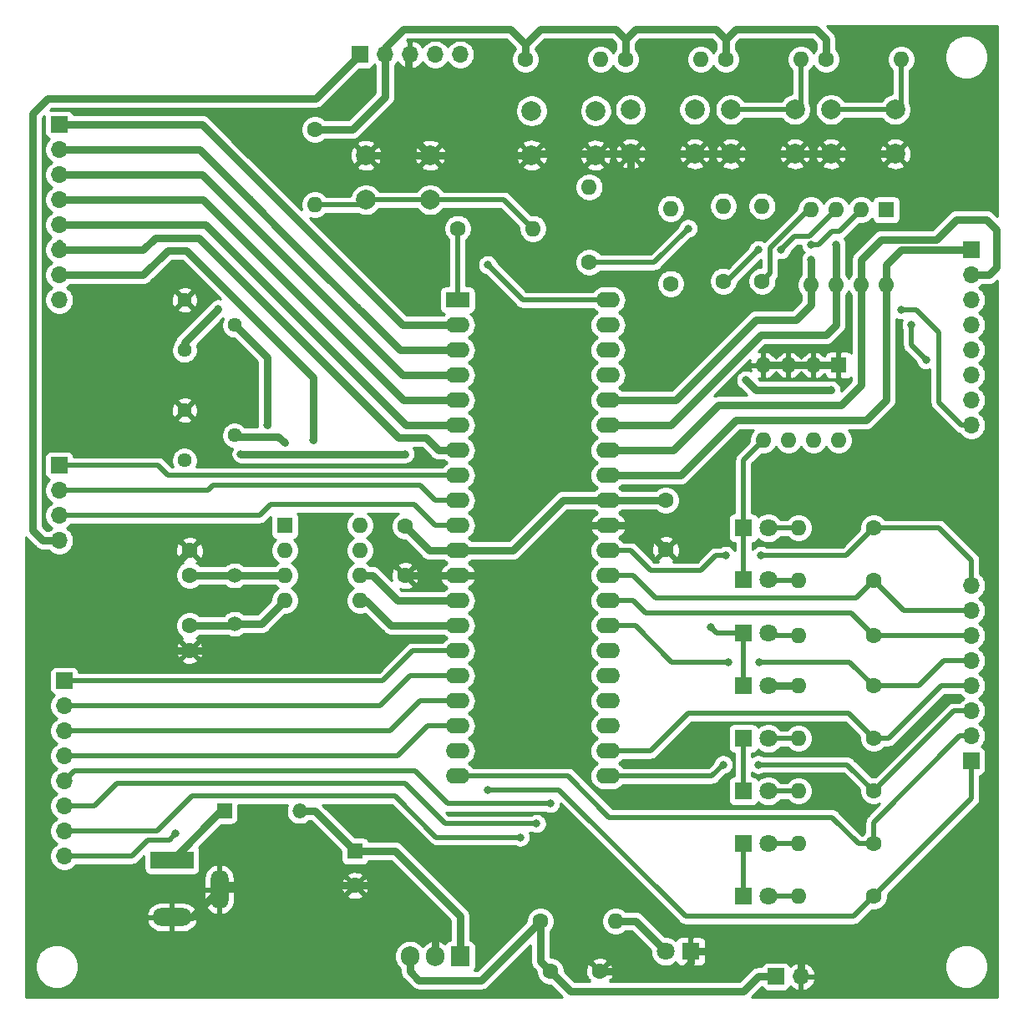
<source format=gbr>
%TF.GenerationSoftware,KiCad,Pcbnew,(5.1.8)-1*%
%TF.CreationDate,2021-11-24T15:28:43-03:00*%
%TF.ProjectId,pic18_base_board_03,70696331-385f-4626-9173-655f626f6172,rev?*%
%TF.SameCoordinates,Original*%
%TF.FileFunction,Copper,L2,Bot*%
%TF.FilePolarity,Positive*%
%FSLAX46Y46*%
G04 Gerber Fmt 4.6, Leading zero omitted, Abs format (unit mm)*
G04 Created by KiCad (PCBNEW (5.1.8)-1) date 2021-11-24 15:28:43*
%MOMM*%
%LPD*%
G01*
G04 APERTURE LIST*
%TA.AperFunction,ComponentPad*%
%ADD10O,1.700000X1.700000*%
%TD*%
%TA.AperFunction,ComponentPad*%
%ADD11R,1.700000X1.700000*%
%TD*%
%TA.AperFunction,ComponentPad*%
%ADD12R,4.400000X1.800000*%
%TD*%
%TA.AperFunction,ComponentPad*%
%ADD13O,4.000000X1.800000*%
%TD*%
%TA.AperFunction,ComponentPad*%
%ADD14O,1.800000X4.000000*%
%TD*%
%TA.AperFunction,ComponentPad*%
%ADD15O,1.600000X1.600000*%
%TD*%
%TA.AperFunction,ComponentPad*%
%ADD16C,1.600000*%
%TD*%
%TA.AperFunction,ComponentPad*%
%ADD17O,2.400000X1.600000*%
%TD*%
%TA.AperFunction,ComponentPad*%
%ADD18R,2.400000X1.600000*%
%TD*%
%TA.AperFunction,ComponentPad*%
%ADD19C,2.000000*%
%TD*%
%TA.AperFunction,ComponentPad*%
%ADD20R,1.600000X1.600000*%
%TD*%
%TA.AperFunction,ComponentPad*%
%ADD21R,1.500000X1.500000*%
%TD*%
%TA.AperFunction,ComponentPad*%
%ADD22O,1.500000X1.500000*%
%TD*%
%TA.AperFunction,ComponentPad*%
%ADD23C,1.800000*%
%TD*%
%TA.AperFunction,ComponentPad*%
%ADD24R,1.800000X1.800000*%
%TD*%
%TA.AperFunction,ComponentPad*%
%ADD25C,1.440000*%
%TD*%
%TA.AperFunction,ComponentPad*%
%ADD26R,1.905000X2.000000*%
%TD*%
%TA.AperFunction,ComponentPad*%
%ADD27O,1.905000X2.000000*%
%TD*%
%TA.AperFunction,ComponentPad*%
%ADD28C,1.500000*%
%TD*%
%TA.AperFunction,ViaPad*%
%ADD29C,0.800000*%
%TD*%
%TA.AperFunction,Conductor*%
%ADD30C,0.508000*%
%TD*%
%TA.AperFunction,Conductor*%
%ADD31C,0.762000*%
%TD*%
%TA.AperFunction,Conductor*%
%ADD32C,0.254000*%
%TD*%
%TA.AperFunction,Conductor*%
%ADD33C,0.100000*%
%TD*%
G04 APERTURE END LIST*
D10*
%TO.P,J8,8*%
%TO.N,/RD7*%
X192024000Y-108204000D03*
%TO.P,J8,7*%
%TO.N,/RD6*%
X192024000Y-110744000D03*
%TO.P,J8,6*%
%TO.N,/RD5*%
X192024000Y-113284000D03*
%TO.P,J8,5*%
%TO.N,/RD4*%
X192024000Y-115824000D03*
%TO.P,J8,4*%
%TO.N,/RD3*%
X192024000Y-118364000D03*
%TO.P,J8,3*%
%TO.N,/RD2*%
X192024000Y-120904000D03*
%TO.P,J8,2*%
%TO.N,/RD1*%
X192024000Y-123444000D03*
D11*
%TO.P,J8,1*%
%TO.N,/RD0*%
X192024000Y-125984000D03*
%TD*%
D10*
%TO.P,J7,8*%
%TO.N,/RC7*%
X100076000Y-135636000D03*
%TO.P,J7,7*%
%TO.N,/RC6*%
X100076000Y-133096000D03*
%TO.P,J7,6*%
%TO.N,/RC5*%
X100076000Y-130556000D03*
%TO.P,J7,5*%
%TO.N,/RC4*%
X100076000Y-128016000D03*
%TO.P,J7,4*%
%TO.N,/RC3*%
X100076000Y-125476000D03*
%TO.P,J7,3*%
%TO.N,/RC2*%
X100076000Y-122936000D03*
%TO.P,J7,2*%
%TO.N,/RC1*%
X100076000Y-120396000D03*
D11*
%TO.P,J7,1*%
%TO.N,/RC0*%
X100076000Y-117856000D03*
%TD*%
D10*
%TO.P,J6,8*%
%TO.N,/RB7*%
X192024000Y-91948000D03*
%TO.P,J6,7*%
%TO.N,/RB6*%
X192024000Y-89408000D03*
%TO.P,J6,6*%
%TO.N,/RB5*%
X192024000Y-86868000D03*
%TO.P,J6,5*%
%TO.N,/RB4*%
X192024000Y-84328000D03*
%TO.P,J6,4*%
%TO.N,/RB3*%
X192024000Y-81788000D03*
%TO.P,J6,3*%
%TO.N,/RB2*%
X192024000Y-79248000D03*
%TO.P,J6,2*%
%TO.N,/RB1*%
X192024000Y-76708000D03*
D11*
%TO.P,J6,1*%
%TO.N,/RB0*%
X192024000Y-74168000D03*
%TD*%
D10*
%TO.P,J5,8*%
%TO.N,/RA7*%
X99568000Y-79248000D03*
%TO.P,J5,7*%
%TO.N,/RA6*%
X99568000Y-76708000D03*
%TO.P,J5,6*%
%TO.N,/RA5*%
X99568000Y-74168000D03*
%TO.P,J5,5*%
%TO.N,/RA4*%
X99568000Y-71628000D03*
%TO.P,J5,4*%
%TO.N,/RA3*%
X99568000Y-69088000D03*
%TO.P,J5,3*%
%TO.N,/RA2*%
X99568000Y-66548000D03*
%TO.P,J5,2*%
%TO.N,/RA1*%
X99568000Y-64008000D03*
D11*
%TO.P,J5,1*%
%TO.N,/RA0*%
X99568000Y-61468000D03*
%TD*%
D10*
%TO.P,J4,4*%
%TO.N,/RE3*%
X99568000Y-103632000D03*
%TO.P,J4,3*%
%TO.N,/RE2*%
X99568000Y-101092000D03*
%TO.P,J4,2*%
%TO.N,/RE1*%
X99568000Y-98552000D03*
D11*
%TO.P,J4,1*%
%TO.N,/RE0*%
X99568000Y-96012000D03*
%TD*%
D10*
%TO.P,J3,5*%
%TO.N,/RB6*%
X140208000Y-54356000D03*
%TO.P,J3,4*%
%TO.N,/RB7*%
X137668000Y-54356000D03*
%TO.P,J3,3*%
%TO.N,GND*%
X135128000Y-54356000D03*
%TO.P,J3,2*%
%TO.N,+5V*%
X132588000Y-54356000D03*
D11*
%TO.P,J3,1*%
%TO.N,/RE3*%
X130048000Y-54356000D03*
%TD*%
D10*
%TO.P,J1,2*%
%TO.N,GND*%
X174752000Y-147828000D03*
D11*
%TO.P,J1,1*%
%TO.N,+5V*%
X172212000Y-147828000D03*
%TD*%
D12*
%TO.P,J2,1*%
%TO.N,Net-(D1-Pad1)*%
X110998000Y-136017000D03*
D13*
%TO.P,J2,2*%
%TO.N,GND*%
X110998000Y-141817000D03*
D14*
%TO.P,J2,3*%
X115798000Y-139017000D03*
%TD*%
D15*
%TO.P,R19,2*%
%TO.N,Net-(B4-Pad1)*%
X170815000Y-69723000D03*
D16*
%TO.P,R19,1*%
%TO.N,/B4*%
X170815000Y-77343000D03*
%TD*%
D15*
%TO.P,R18,2*%
%TO.N,Net-(B3-Pad1)*%
X166878000Y-69723000D03*
D16*
%TO.P,R18,1*%
%TO.N,/B3*%
X166878000Y-77343000D03*
%TD*%
D15*
%TO.P,R17,2*%
%TO.N,Net-(B2-Pad1)*%
X161544000Y-69977000D03*
D16*
%TO.P,R17,1*%
%TO.N,/B2*%
X161544000Y-77597000D03*
%TD*%
D15*
%TO.P,R16,2*%
%TO.N,Net-(B1-Pad1)*%
X153289000Y-67818000D03*
D16*
%TO.P,R16,1*%
%TO.N,/B1*%
X153289000Y-75438000D03*
%TD*%
D15*
%TO.P,R15,2*%
%TO.N,Net-(R1-Pad2)*%
X147574000Y-72009000D03*
D16*
%TO.P,R15,1*%
%TO.N,/RE3*%
X139954000Y-72009000D03*
%TD*%
D17*
%TO.P,U2,40*%
%TO.N,/RB7*%
X155194000Y-79248000D03*
%TO.P,U2,20*%
%TO.N,/RD1*%
X139954000Y-127508000D03*
%TO.P,U2,39*%
%TO.N,/RB6*%
X155194000Y-81788000D03*
%TO.P,U2,19*%
%TO.N,/RD0*%
X139954000Y-124968000D03*
%TO.P,U2,38*%
%TO.N,/RB5*%
X155194000Y-84328000D03*
%TO.P,U2,18*%
%TO.N,/RC3*%
X139954000Y-122428000D03*
%TO.P,U2,37*%
%TO.N,/RB4*%
X155194000Y-86868000D03*
%TO.P,U2,17*%
%TO.N,/RC2*%
X139954000Y-119888000D03*
%TO.P,U2,36*%
%TO.N,/RB3*%
X155194000Y-89408000D03*
%TO.P,U2,16*%
%TO.N,/RC1*%
X139954000Y-117348000D03*
%TO.P,U2,35*%
%TO.N,/RB2*%
X155194000Y-91948000D03*
%TO.P,U2,15*%
%TO.N,/RC0*%
X139954000Y-114808000D03*
%TO.P,U2,34*%
%TO.N,/RB1*%
X155194000Y-94488000D03*
%TO.P,U2,14*%
%TO.N,/RA6*%
X139954000Y-112268000D03*
%TO.P,U2,33*%
%TO.N,/RB0*%
X155194000Y-97028000D03*
%TO.P,U2,13*%
%TO.N,/RA7*%
X139954000Y-109728000D03*
%TO.P,U2,32*%
%TO.N,+5V*%
X155194000Y-99568000D03*
%TO.P,U2,12*%
%TO.N,GND*%
X139954000Y-107188000D03*
%TO.P,U2,31*%
X155194000Y-102108000D03*
%TO.P,U2,11*%
%TO.N,+5V*%
X139954000Y-104648000D03*
%TO.P,U2,30*%
%TO.N,/RD7*%
X155194000Y-104648000D03*
%TO.P,U2,10*%
%TO.N,/RE2*%
X139954000Y-102108000D03*
%TO.P,U2,29*%
%TO.N,/RD6*%
X155194000Y-107188000D03*
%TO.P,U2,9*%
%TO.N,/RE1*%
X139954000Y-99568000D03*
%TO.P,U2,28*%
%TO.N,/RD5*%
X155194000Y-109728000D03*
%TO.P,U2,8*%
%TO.N,/RE0*%
X139954000Y-97028000D03*
%TO.P,U2,27*%
%TO.N,/RD4*%
X155194000Y-112268000D03*
%TO.P,U2,7*%
%TO.N,/RA5*%
X139954000Y-94488000D03*
%TO.P,U2,26*%
%TO.N,/RC7*%
X155194000Y-114808000D03*
%TO.P,U2,6*%
%TO.N,/RA4*%
X139954000Y-91948000D03*
%TO.P,U2,25*%
%TO.N,/RC6*%
X155194000Y-117348000D03*
%TO.P,U2,5*%
%TO.N,/RA3*%
X139954000Y-89408000D03*
%TO.P,U2,24*%
%TO.N,/RC5*%
X155194000Y-119888000D03*
%TO.P,U2,4*%
%TO.N,/RA2*%
X139954000Y-86868000D03*
%TO.P,U2,23*%
%TO.N,/RC4*%
X155194000Y-122428000D03*
%TO.P,U2,3*%
%TO.N,/RA1*%
X139954000Y-84328000D03*
%TO.P,U2,22*%
%TO.N,/RD3*%
X155194000Y-124968000D03*
%TO.P,U2,2*%
%TO.N,/RA0*%
X139954000Y-81788000D03*
%TO.P,U2,21*%
%TO.N,/RD2*%
X155194000Y-127508000D03*
D18*
%TO.P,U2,1*%
%TO.N,/RE3*%
X139954000Y-79248000D03*
%TD*%
D19*
%TO.P,B1,1*%
%TO.N,Net-(B1-Pad1)*%
X153947000Y-60071000D03*
%TO.P,B1,2*%
%TO.N,GND*%
X153947000Y-64571000D03*
%TO.P,B1,1*%
%TO.N,Net-(B1-Pad1)*%
X147447000Y-60071000D03*
%TO.P,B1,2*%
%TO.N,GND*%
X147447000Y-64571000D03*
%TD*%
%TO.P,B2,2*%
%TO.N,GND*%
X157480000Y-64444000D03*
%TO.P,B2,1*%
%TO.N,Net-(B2-Pad1)*%
X157480000Y-59944000D03*
%TO.P,B2,2*%
%TO.N,GND*%
X163980000Y-64444000D03*
%TO.P,B2,1*%
%TO.N,Net-(B2-Pad1)*%
X163980000Y-59944000D03*
%TD*%
%TO.P,B3,1*%
%TO.N,Net-(B3-Pad1)*%
X174140000Y-59944000D03*
%TO.P,B3,2*%
%TO.N,GND*%
X174140000Y-64444000D03*
%TO.P,B3,1*%
%TO.N,Net-(B3-Pad1)*%
X167640000Y-59944000D03*
%TO.P,B3,2*%
%TO.N,GND*%
X167640000Y-64444000D03*
%TD*%
%TO.P,B4,2*%
%TO.N,GND*%
X177800000Y-64444000D03*
%TO.P,B4,1*%
%TO.N,Net-(B4-Pad1)*%
X177800000Y-59944000D03*
%TO.P,B4,2*%
%TO.N,GND*%
X184300000Y-64444000D03*
%TO.P,B4,1*%
%TO.N,Net-(B4-Pad1)*%
X184300000Y-59944000D03*
%TD*%
D20*
%TO.P,C1,1*%
%TO.N,Net-(C1-Pad1)*%
X129540000Y-135128000D03*
D16*
%TO.P,C1,2*%
%TO.N,GND*%
X129540000Y-138628000D03*
%TD*%
%TO.P,C2,1*%
%TO.N,+5V*%
X149352000Y-147320000D03*
%TO.P,C2,2*%
%TO.N,GND*%
X154352000Y-147320000D03*
%TD*%
%TO.P,C3,2*%
%TO.N,GND*%
X134620000Y-107188000D03*
%TO.P,C3,1*%
%TO.N,+5V*%
X134620000Y-102188000D03*
%TD*%
%TO.P,C4,1*%
%TO.N,+5V*%
X161036000Y-99568000D03*
%TO.P,C4,2*%
%TO.N,GND*%
X161036000Y-104568000D03*
%TD*%
%TO.P,C5,2*%
%TO.N,GND*%
X112776000Y-104648000D03*
%TO.P,C5,1*%
%TO.N,/OSC1*%
X112776000Y-107148000D03*
%TD*%
%TO.P,C6,1*%
%TO.N,/OSC2*%
X112776000Y-112268000D03*
%TO.P,C6,2*%
%TO.N,GND*%
X112776000Y-114768000D03*
%TD*%
D21*
%TO.P,D1,1*%
%TO.N,Net-(D1-Pad1)*%
X116332000Y-131064000D03*
D22*
%TO.P,D1,2*%
%TO.N,Net-(C1-Pad1)*%
X123952000Y-131064000D03*
%TD*%
D23*
%TO.P,LED1,2*%
%TO.N,Net-(LED1-Pad2)*%
X171450000Y-139700000D03*
D24*
%TO.P,LED1,1*%
%TO.N,/L_1_2*%
X168910000Y-139700000D03*
%TD*%
%TO.P,LED2,1*%
%TO.N,/L_1_2*%
X168910000Y-134366000D03*
D23*
%TO.P,LED2,2*%
%TO.N,Net-(LED2-Pad2)*%
X171450000Y-134366000D03*
%TD*%
%TO.P,LED3,2*%
%TO.N,Net-(LED3-Pad2)*%
X171450000Y-129032000D03*
D24*
%TO.P,LED3,1*%
%TO.N,/L_3_4*%
X168910000Y-129032000D03*
%TD*%
%TO.P,LED4,1*%
%TO.N,/L_3_4*%
X168910000Y-123698000D03*
D23*
%TO.P,LED4,2*%
%TO.N,Net-(LED4-Pad2)*%
X171450000Y-123698000D03*
%TD*%
%TO.P,LED5,2*%
%TO.N,Net-(LED5-Pad2)*%
X171450000Y-118364000D03*
D24*
%TO.P,LED5,1*%
%TO.N,/L_5_6*%
X168910000Y-118364000D03*
%TD*%
%TO.P,LED6,1*%
%TO.N,/L_5_6*%
X168910000Y-113030000D03*
D23*
%TO.P,LED6,2*%
%TO.N,Net-(LED6-Pad2)*%
X171450000Y-113030000D03*
%TD*%
D24*
%TO.P,LED7,1*%
%TO.N,/L_7_8*%
X168940001Y-107639001D03*
D23*
%TO.P,LED7,2*%
%TO.N,Net-(LED7-Pad2)*%
X171480001Y-107639001D03*
%TD*%
D24*
%TO.P,LED8,1*%
%TO.N,/L_7_8*%
X168910000Y-102362000D03*
D23*
%TO.P,LED8,2*%
%TO.N,Net-(LED8-Pad2)*%
X171450000Y-102362000D03*
%TD*%
%TO.P,ON1,2*%
%TO.N,Net-(ON1-Pad2)*%
X161036000Y-145288000D03*
D24*
%TO.P,ON1,1*%
%TO.N,GND*%
X163576000Y-145288000D03*
%TD*%
D25*
%TO.P,POT1,1*%
%TO.N,+5V*%
X112268000Y-95504000D03*
%TO.P,POT1,2*%
%TO.N,/AN1*%
X117348000Y-92964000D03*
%TO.P,POT1,3*%
%TO.N,GND*%
X112268000Y-90424000D03*
%TD*%
%TO.P,POT2,3*%
%TO.N,GND*%
X112268000Y-79248000D03*
%TO.P,POT2,2*%
%TO.N,/AN2*%
X117348000Y-81788000D03*
%TO.P,POT2,1*%
%TO.N,+5V*%
X112268000Y-84328000D03*
%TD*%
D16*
%TO.P,R1,1*%
%TO.N,+5V*%
X125476000Y-61976000D03*
D15*
%TO.P,R1,2*%
%TO.N,Net-(R1-Pad2)*%
X125476000Y-69596000D03*
%TD*%
D16*
%TO.P,R2,1*%
%TO.N,+5V*%
X146812000Y-54864000D03*
D15*
%TO.P,R2,2*%
%TO.N,Net-(B1-Pad1)*%
X154432000Y-54864000D03*
%TD*%
%TO.P,R3,2*%
%TO.N,Net-(B2-Pad1)*%
X164592000Y-54864000D03*
D16*
%TO.P,R3,1*%
%TO.N,+5V*%
X156972000Y-54864000D03*
%TD*%
D15*
%TO.P,R4,2*%
%TO.N,Net-(B3-Pad1)*%
X174752000Y-54864000D03*
D16*
%TO.P,R4,1*%
%TO.N,+5V*%
X167132000Y-54864000D03*
%TD*%
D15*
%TO.P,R5,2*%
%TO.N,Net-(B4-Pad1)*%
X184912000Y-54864000D03*
D16*
%TO.P,R5,1*%
%TO.N,+5V*%
X177292000Y-54864000D03*
%TD*%
D15*
%TO.P,R6,2*%
%TO.N,Net-(ON1-Pad2)*%
X155956000Y-142240000D03*
D16*
%TO.P,R6,1*%
%TO.N,+5V*%
X148336000Y-142240000D03*
%TD*%
D15*
%TO.P,R7,2*%
%TO.N,Net-(LED1-Pad2)*%
X174498000Y-139700000D03*
D16*
%TO.P,R7,1*%
%TO.N,/RD0*%
X182118000Y-139700000D03*
%TD*%
%TO.P,R8,1*%
%TO.N,/RD1*%
X182118000Y-134366000D03*
D15*
%TO.P,R8,2*%
%TO.N,Net-(LED2-Pad2)*%
X174498000Y-134366000D03*
%TD*%
%TO.P,R9,2*%
%TO.N,Net-(LED3-Pad2)*%
X174498000Y-129032000D03*
D16*
%TO.P,R9,1*%
%TO.N,/RD2*%
X182118000Y-129032000D03*
%TD*%
%TO.P,R10,1*%
%TO.N,/RD3*%
X182118000Y-123698000D03*
D15*
%TO.P,R10,2*%
%TO.N,Net-(LED4-Pad2)*%
X174498000Y-123698000D03*
%TD*%
%TO.P,R11,2*%
%TO.N,Net-(LED5-Pad2)*%
X174498000Y-118364000D03*
D16*
%TO.P,R11,1*%
%TO.N,/RD4*%
X182118000Y-118364000D03*
%TD*%
%TO.P,R12,1*%
%TO.N,/RD5*%
X182118000Y-113284000D03*
D15*
%TO.P,R12,2*%
%TO.N,Net-(LED6-Pad2)*%
X174498000Y-113284000D03*
%TD*%
D16*
%TO.P,R13,1*%
%TO.N,/RD6*%
X182118000Y-107696000D03*
D15*
%TO.P,R13,2*%
%TO.N,Net-(LED7-Pad2)*%
X174498000Y-107696000D03*
%TD*%
D16*
%TO.P,R14,1*%
%TO.N,/RD7*%
X182118000Y-102362000D03*
D15*
%TO.P,R14,2*%
%TO.N,Net-(LED8-Pad2)*%
X174498000Y-102362000D03*
%TD*%
D19*
%TO.P,SW1,2*%
%TO.N,GND*%
X137160000Y-64588000D03*
%TO.P,SW1,1*%
%TO.N,Net-(R1-Pad2)*%
X137160000Y-69088000D03*
%TO.P,SW1,2*%
%TO.N,GND*%
X130660000Y-64588000D03*
%TO.P,SW1,1*%
%TO.N,Net-(R1-Pad2)*%
X130660000Y-69088000D03*
%TD*%
D20*
%TO.P,SW2,1*%
%TO.N,GND*%
X178562000Y-85852000D03*
D15*
%TO.P,SW2,5*%
%TO.N,/L_7_8*%
X170942000Y-93472000D03*
%TO.P,SW2,2*%
%TO.N,GND*%
X176022000Y-85852000D03*
%TO.P,SW2,6*%
%TO.N,/L_5_6*%
X173482000Y-93472000D03*
%TO.P,SW2,3*%
%TO.N,GND*%
X173482000Y-85852000D03*
%TO.P,SW2,7*%
%TO.N,/L_3_4*%
X176022000Y-93472000D03*
%TO.P,SW2,4*%
%TO.N,GND*%
X170942000Y-85852000D03*
%TO.P,SW2,8*%
%TO.N,/L_1_2*%
X178562000Y-93472000D03*
%TD*%
%TO.P,SW3,8*%
%TO.N,/RA0*%
X130048000Y-102108000D03*
%TO.P,SW3,4*%
%TO.N,/OSC2*%
X122428000Y-109728000D03*
%TO.P,SW3,7*%
%TO.N,/RA1*%
X130048000Y-104648000D03*
%TO.P,SW3,3*%
%TO.N,/OSC1*%
X122428000Y-107188000D03*
%TO.P,SW3,6*%
%TO.N,/RA7*%
X130048000Y-107188000D03*
%TO.P,SW3,2*%
%TO.N,/AN2*%
X122428000Y-104648000D03*
%TO.P,SW3,5*%
%TO.N,/RA6*%
X130048000Y-109728000D03*
D20*
%TO.P,SW3,1*%
%TO.N,/AN1*%
X122428000Y-102108000D03*
%TD*%
%TO.P,SW4,1*%
%TO.N,/B1*%
X183388000Y-70104000D03*
D15*
%TO.P,SW4,5*%
%TO.N,/RB3*%
X175768000Y-77724000D03*
%TO.P,SW4,2*%
%TO.N,/B2*%
X180848000Y-70104000D03*
%TO.P,SW4,6*%
%TO.N,/RB2*%
X178308000Y-77724000D03*
%TO.P,SW4,3*%
%TO.N,/B3*%
X178308000Y-70104000D03*
%TO.P,SW4,7*%
%TO.N,/RB1*%
X180848000Y-77724000D03*
%TO.P,SW4,4*%
%TO.N,/B4*%
X175768000Y-70104000D03*
%TO.P,SW4,8*%
%TO.N,/RB0*%
X183388000Y-77724000D03*
%TD*%
D26*
%TO.P,U1,1*%
%TO.N,Net-(C1-Pad1)*%
X140208000Y-145796000D03*
D27*
%TO.P,U1,2*%
%TO.N,GND*%
X137668000Y-145796000D03*
%TO.P,U1,3*%
%TO.N,+5V*%
X135128000Y-145796000D03*
%TD*%
D28*
%TO.P,Y1,1*%
%TO.N,/OSC1*%
X117348000Y-107188000D03*
%TO.P,Y1,2*%
%TO.N,/OSC2*%
X117348000Y-112088000D03*
%TD*%
D29*
%TO.N,/B1*%
X163322000Y-72009000D03*
%TO.N,GND*%
X164592000Y-84293000D03*
X133096000Y-114046000D03*
%TO.N,/B2*%
X175772653Y-73664653D03*
%TO.N,/B3*%
X170434000Y-74168000D03*
X172724653Y-74172653D03*
%TO.N,+5V*%
X134620000Y-94869000D03*
X117983000Y-94869000D03*
X115697000Y-80137000D03*
%TO.N,/RB7*%
X143002000Y-75692000D03*
X184912000Y-80264000D03*
%TO.N,/RB6*%
X187452000Y-85344000D03*
X185928000Y-81788000D03*
%TO.N,/RA6*%
X125349000Y-93472000D03*
%TO.N,/RA1*%
X129794000Y-80010000D03*
%TO.N,/RB2*%
X178308000Y-73660000D03*
%TO.N,/RB3*%
X175768000Y-75184000D03*
%TO.N,/RB4*%
X169164000Y-87376000D03*
X177800000Y-88392000D03*
%TO.N,/RC4*%
X149352000Y-130302000D03*
%TO.N,/RC5*%
X147955000Y-132334000D03*
%TO.N,/RC6*%
X146304000Y-133731000D03*
%TO.N,/RC7*%
X111379000Y-133350000D03*
%TO.N,/RD0*%
X143002000Y-128905000D03*
%TO.N,/RD2*%
X170434000Y-126365000D03*
X166878000Y-126365000D03*
%TO.N,/RD4*%
X170561000Y-115951000D03*
X167386000Y-115951000D03*
%TO.N,/RD7*%
X170688000Y-105156000D03*
X167132000Y-105156000D03*
%TO.N,/L_5_6*%
X165608000Y-112395000D03*
%TO.N,/AN1*%
X122428000Y-93726000D03*
%TO.N,/AN2*%
X120650000Y-91948000D03*
%TD*%
D30*
%TO.N,/B1*%
X159893000Y-75438000D02*
X163322000Y-72009000D01*
X153289000Y-75438000D02*
X159893000Y-75438000D01*
D31*
%TO.N,GND*%
X147320000Y-64444000D02*
X153820000Y-64444000D01*
X153820000Y-64444000D02*
X157480000Y-64444000D01*
X157480000Y-64444000D02*
X163980000Y-64444000D01*
X163980000Y-64444000D02*
X167640000Y-64444000D01*
X174140000Y-64444000D02*
X167640000Y-64444000D01*
X174140000Y-64444000D02*
X177800000Y-64444000D01*
X177800000Y-64444000D02*
X184300000Y-64444000D01*
X178562000Y-85852000D02*
X176022000Y-85852000D01*
X176022000Y-85852000D02*
X173482000Y-85852000D01*
X173482000Y-85852000D02*
X170942000Y-85852000D01*
X158576000Y-102108000D02*
X161036000Y-104568000D01*
X155194000Y-102108000D02*
X158576000Y-102108000D01*
X137668000Y-145796000D02*
X137668000Y-144145000D01*
X132151000Y-138628000D02*
X129540000Y-138628000D01*
X137668000Y-144145000D02*
X132151000Y-138628000D01*
X163576000Y-146431000D02*
X163576000Y-145288000D01*
X162687000Y-147320000D02*
X163576000Y-146431000D01*
X154352000Y-147320000D02*
X162687000Y-147320000D01*
X139954000Y-107188000D02*
X148209000Y-107188000D01*
X153289000Y-102108000D02*
X155194000Y-102108000D01*
X148209000Y-107188000D02*
X153289000Y-102108000D01*
X139954000Y-107188000D02*
X134620000Y-107188000D01*
X112776000Y-114768000D02*
X111466000Y-114768000D01*
X111466000Y-114768000D02*
X109982000Y-113284000D01*
X109982000Y-107442000D02*
X112776000Y-104648000D01*
X109982000Y-113284000D02*
X109982000Y-107442000D01*
X112776000Y-114768000D02*
X132374000Y-114768000D01*
X132374000Y-114768000D02*
X133096000Y-114046000D01*
X130660000Y-64588000D02*
X137160000Y-64588000D01*
X147176000Y-64588000D02*
X147320000Y-64444000D01*
X137160000Y-64588000D02*
X147176000Y-64588000D01*
X157480000Y-67056000D02*
X157480000Y-64444000D01*
X158305500Y-67881500D02*
X157480000Y-67056000D01*
X163639500Y-67881500D02*
X158305500Y-67881500D01*
X164592000Y-68834000D02*
X163639500Y-67881500D01*
X164592000Y-84293000D02*
X164592000Y-68834000D01*
X116187000Y-138628000D02*
X115798000Y-139017000D01*
X129540000Y-138628000D02*
X116187000Y-138628000D01*
X112998000Y-141817000D02*
X115798000Y-139017000D01*
X110998000Y-141817000D02*
X112998000Y-141817000D01*
X137160000Y-64588000D02*
X134988300Y-62416300D01*
X134988300Y-54495700D02*
X135128000Y-54356000D01*
X134988300Y-62416300D02*
X134988300Y-54495700D01*
X174752000Y-146177000D02*
X174752000Y-147828000D01*
X173863000Y-145288000D02*
X174752000Y-146177000D01*
X163576000Y-145288000D02*
X173863000Y-145288000D01*
D30*
%TO.N,/B2*%
X178689000Y-72263000D02*
X177927000Y-72263000D01*
X180848000Y-70104000D02*
X178689000Y-72263000D01*
X176525347Y-73664653D02*
X177927000Y-72263000D01*
X175772653Y-73664653D02*
X176525347Y-73664653D01*
%TO.N,/B3*%
X175601348Y-72810652D02*
X178308000Y-70104000D01*
X174086654Y-72810652D02*
X175601348Y-72810652D01*
X172724653Y-74172653D02*
X174086654Y-72810652D01*
X167259000Y-77343000D02*
X170434000Y-74168000D01*
X166878000Y-77343000D02*
X167259000Y-77343000D01*
%TO.N,/B4*%
X175529384Y-70104000D02*
X175768000Y-70104000D01*
X171614999Y-74018385D02*
X175529384Y-70104000D01*
X171614999Y-76543001D02*
X171614999Y-74018385D01*
X170815000Y-77343000D02*
X171614999Y-76543001D01*
D31*
%TO.N,Net-(C1-Pad1)*%
X125476000Y-131064000D02*
X129540000Y-135128000D01*
X123952000Y-131064000D02*
X125476000Y-131064000D01*
X140208000Y-145796000D02*
X140208000Y-141732000D01*
X133604000Y-135128000D02*
X129540000Y-135128000D01*
X140208000Y-141732000D02*
X133604000Y-135128000D01*
%TO.N,+5V*%
X177292000Y-54864000D02*
X177292000Y-52832000D01*
X177292000Y-52832000D02*
X176276000Y-51816000D01*
X176276000Y-51816000D02*
X168148000Y-51816000D01*
X167132000Y-52832000D02*
X167132000Y-54864000D01*
X168148000Y-51816000D02*
X167132000Y-52832000D01*
X156972000Y-52832000D02*
X156972000Y-54864000D01*
X157988000Y-51816000D02*
X156972000Y-52832000D01*
X166116000Y-51816000D02*
X157988000Y-51816000D01*
X167132000Y-52832000D02*
X166116000Y-51816000D01*
X146812000Y-54864000D02*
X146812000Y-53340000D01*
X146812000Y-53340000D02*
X148336000Y-51816000D01*
X155956000Y-51816000D02*
X156972000Y-52832000D01*
X148336000Y-51816000D02*
X155956000Y-51816000D01*
X145288000Y-51816000D02*
X146812000Y-53340000D01*
X161036000Y-99568000D02*
X155194000Y-99568000D01*
X135128000Y-145796000D02*
X135128000Y-147320000D01*
X135128000Y-147320000D02*
X136017000Y-148209000D01*
X142367000Y-148209000D02*
X148336000Y-142240000D01*
X136017000Y-148209000D02*
X142367000Y-148209000D01*
X148336000Y-146304000D02*
X149352000Y-147320000D01*
X148336000Y-142240000D02*
X148336000Y-146304000D01*
X172212000Y-147828000D02*
X170434000Y-147828000D01*
X170434000Y-147828000D02*
X168910000Y-149352000D01*
X151384000Y-149352000D02*
X149352000Y-147320000D01*
X168910000Y-149352000D02*
X151384000Y-149352000D01*
X139954000Y-104648000D02*
X145542000Y-104648000D01*
X150622000Y-99568000D02*
X155194000Y-99568000D01*
X145542000Y-104648000D02*
X150622000Y-99568000D01*
X137080000Y-104648000D02*
X134620000Y-102188000D01*
X139954000Y-104648000D02*
X137080000Y-104648000D01*
X134620000Y-94869000D02*
X117983000Y-94869000D01*
X112268000Y-83566000D02*
X115697000Y-80137000D01*
X112268000Y-84328000D02*
X112268000Y-83566000D01*
X145288000Y-51816000D02*
X134429500Y-51816000D01*
X132588000Y-53657500D02*
X132588000Y-54356000D01*
X134429500Y-51816000D02*
X132588000Y-53657500D01*
X127635000Y-61976000D02*
X125476000Y-61976000D01*
X129286000Y-61976000D02*
X127635000Y-61976000D01*
X132588000Y-58674000D02*
X129286000Y-61976000D01*
X132588000Y-54356000D02*
X132588000Y-58674000D01*
%TO.N,/OSC1*%
X117308000Y-107148000D02*
X117348000Y-107188000D01*
X112776000Y-107148000D02*
X117308000Y-107148000D01*
X117348000Y-107188000D02*
X122428000Y-107188000D01*
%TO.N,/OSC2*%
X117168000Y-112268000D02*
X117348000Y-112088000D01*
X112776000Y-112268000D02*
X117168000Y-112268000D01*
X120068000Y-112088000D02*
X122428000Y-109728000D01*
X117348000Y-112088000D02*
X120068000Y-112088000D01*
%TO.N,Net-(D1-Pad1)*%
X115951000Y-131064000D02*
X110998000Y-136017000D01*
X116332000Y-131064000D02*
X115951000Y-131064000D01*
D30*
%TO.N,/RE3*%
X139954000Y-79248000D02*
X139954000Y-72009000D01*
D31*
X98425000Y-58801000D02*
X125603000Y-58801000D01*
X96901000Y-60325000D02*
X98425000Y-58801000D01*
X125603000Y-58801000D02*
X130048000Y-54356000D01*
X96901000Y-102616000D02*
X96901000Y-60325000D01*
X97917000Y-103632000D02*
X96901000Y-102616000D01*
X99568000Y-103632000D02*
X97917000Y-103632000D01*
D30*
%TO.N,/RB7*%
X155194000Y-79248000D02*
X146558000Y-79248000D01*
X146558000Y-79248000D02*
X143002000Y-75692000D01*
X191033400Y-91948000D02*
X192024000Y-91948000D01*
X188722000Y-89636600D02*
X191033400Y-91948000D01*
X188722000Y-82550000D02*
X188722000Y-89636600D01*
X186436000Y-80264000D02*
X188722000Y-82550000D01*
X184912000Y-80264000D02*
X186436000Y-80264000D01*
%TO.N,/RB6*%
X185928000Y-83820000D02*
X187452000Y-85344000D01*
X185928000Y-81788000D02*
X185928000Y-83820000D01*
%TO.N,/RE0*%
X109601000Y-96012000D02*
X110617000Y-97028000D01*
X99568000Y-96012000D02*
X109601000Y-96012000D01*
X128016000Y-97028000D02*
X139954000Y-97028000D01*
X110617000Y-97028000D02*
X128016000Y-97028000D01*
%TO.N,/RE1*%
X137668000Y-99568000D02*
X139954000Y-99568000D01*
X136112000Y-98012000D02*
X137668000Y-99568000D01*
X114617000Y-98552000D02*
X115157000Y-98012000D01*
X99568000Y-98552000D02*
X114617000Y-98552000D01*
X115157000Y-98012000D02*
X136112000Y-98012000D01*
%TO.N,/RE2*%
X137668000Y-102108000D02*
X139954000Y-102108000D01*
X135572000Y-100012000D02*
X137668000Y-102108000D01*
X119887000Y-101092000D02*
X120967000Y-100012000D01*
X99568000Y-101092000D02*
X119887000Y-101092000D01*
X120967000Y-100012000D02*
X135572000Y-100012000D01*
D31*
%TO.N,/RA7*%
X139954000Y-109728000D02*
X133858000Y-109728000D01*
X131318000Y-107188000D02*
X130048000Y-107188000D01*
X133858000Y-109728000D02*
X131318000Y-107188000D01*
%TO.N,/RA6*%
X130683000Y-109728000D02*
X130048000Y-109728000D01*
X133223000Y-112268000D02*
X130683000Y-109728000D01*
X139954000Y-112268000D02*
X133223000Y-112268000D01*
%TO.N,/RA5*%
X99568000Y-73914000D02*
X99568000Y-73468000D01*
%TO.N,/RA6*%
X125349000Y-87122000D02*
X112438999Y-74211999D01*
%TO.N,/RA5*%
X99865999Y-74211999D02*
X99568000Y-73914000D01*
%TO.N,/RA6*%
X125349000Y-93472000D02*
X125349000Y-87122000D01*
X99568000Y-76708000D02*
X108077000Y-76708000D01*
X110573001Y-74211999D02*
X112438999Y-74211999D01*
X108077000Y-76708000D02*
X110573001Y-74211999D01*
%TO.N,/RA5*%
X136722000Y-93218000D02*
X133985000Y-93218000D01*
X137992000Y-94488000D02*
X136722000Y-93218000D01*
X139954000Y-94488000D02*
X137992000Y-94488000D01*
X99568000Y-74168000D02*
X108077000Y-74168000D01*
X109283500Y-72961500D02*
X113728500Y-72961500D01*
X108077000Y-74168000D02*
X109283500Y-72961500D01*
X133985000Y-93218000D02*
X113728500Y-72961500D01*
%TO.N,/RA4*%
X114427000Y-71628000D02*
X99568000Y-71628000D01*
X134747000Y-91948000D02*
X114427000Y-71628000D01*
X139954000Y-91948000D02*
X134747000Y-91948000D01*
%TO.N,/RA3*%
X139954000Y-89408000D02*
X134493000Y-89408000D01*
X114173000Y-69088000D02*
X115252500Y-70167500D01*
X99568000Y-69088000D02*
X114173000Y-69088000D01*
X134493000Y-89408000D02*
X115252500Y-70167500D01*
%TO.N,/RA2*%
X139954000Y-86868000D02*
X134366000Y-86868000D01*
X114046000Y-66548000D02*
X114236500Y-66738500D01*
X99568000Y-66548000D02*
X114046000Y-66548000D01*
X134366000Y-86868000D02*
X114236500Y-66738500D01*
%TO.N,/RA1*%
X134112000Y-84328000D02*
X122809000Y-73025000D01*
X139954000Y-84328000D02*
X134112000Y-84328000D01*
X122809000Y-73025000D02*
X118872000Y-69088000D01*
X118872000Y-69088000D02*
X118872000Y-69024000D01*
X118872000Y-69088000D02*
X113792000Y-64008000D01*
X99568000Y-64008000D02*
X113792000Y-64008000D01*
%TO.N,/RA0*%
X114046000Y-61468000D02*
X99568000Y-61468000D01*
X134366000Y-81788000D02*
X114046000Y-61468000D01*
X139954000Y-81788000D02*
X134366000Y-81788000D01*
%TO.N,/RB0*%
X183388000Y-77724000D02*
X183388000Y-75692000D01*
X183388000Y-75692000D02*
X184912000Y-74168000D01*
X184912000Y-74168000D02*
X192024000Y-74168000D01*
X183388000Y-89408000D02*
X183388000Y-77724000D01*
X181356000Y-91440000D02*
X183388000Y-89408000D01*
X168148000Y-91440000D02*
X181356000Y-91440000D01*
X162560000Y-97028000D02*
X168148000Y-91440000D01*
X155194000Y-97028000D02*
X162560000Y-97028000D01*
%TO.N,/RB1*%
X180848000Y-87884000D02*
X180848000Y-77724000D01*
X178816000Y-89916000D02*
X180848000Y-87884000D01*
X166370000Y-89916000D02*
X178816000Y-89916000D01*
X161798000Y-94488000D02*
X166370000Y-89916000D01*
X155194000Y-94488000D02*
X161798000Y-94488000D01*
X193802000Y-76708000D02*
X192024000Y-76708000D01*
X194564000Y-75946000D02*
X193802000Y-76708000D01*
X193548000Y-71120000D02*
X194564000Y-72136000D01*
X190500000Y-71120000D02*
X193548000Y-71120000D01*
X188468000Y-73152000D02*
X190500000Y-71120000D01*
X182880000Y-73152000D02*
X188468000Y-73152000D01*
X180848000Y-75184000D02*
X182880000Y-73152000D01*
X194564000Y-72136000D02*
X194564000Y-75946000D01*
X180848000Y-77724000D02*
X180848000Y-75184000D01*
%TO.N,/RB2*%
X178308000Y-77724000D02*
X178308000Y-73660000D01*
X178308000Y-81788000D02*
X178308000Y-77724000D01*
X177292000Y-82804000D02*
X178308000Y-81788000D01*
X170688000Y-82804000D02*
X177292000Y-82804000D01*
X161544000Y-91948000D02*
X170688000Y-82804000D01*
X155194000Y-91948000D02*
X161544000Y-91948000D01*
%TO.N,/RB3*%
X175768000Y-77724000D02*
X175768000Y-75184000D01*
X174244000Y-81280000D02*
X175768000Y-79756000D01*
X175768000Y-79756000D02*
X175768000Y-77724000D01*
X170180000Y-81280000D02*
X174244000Y-81280000D01*
X162052000Y-89408000D02*
X170180000Y-81280000D01*
X155194000Y-89408000D02*
X162052000Y-89408000D01*
%TO.N,/RB4*%
X169164000Y-87376000D02*
X170180000Y-88392000D01*
X170180000Y-88392000D02*
X177800000Y-88392000D01*
D30*
%TO.N,/RC4*%
X135636000Y-127000000D02*
X138938000Y-130302000D01*
X138938000Y-130302000D02*
X149352000Y-130302000D01*
X101092000Y-127000000D02*
X135636000Y-127000000D01*
X100076000Y-128016000D02*
X101092000Y-127000000D01*
%TO.N,/RC5*%
X138684000Y-132334000D02*
X147955000Y-132334000D01*
X134620000Y-128270000D02*
X138684000Y-132334000D01*
X105410000Y-128270000D02*
X134620000Y-128270000D01*
X103124000Y-130556000D02*
X105410000Y-128270000D01*
X100076000Y-130556000D02*
X103124000Y-130556000D01*
%TO.N,/RC6*%
X137795000Y-133731000D02*
X146304000Y-133731000D01*
X133604000Y-129540000D02*
X137795000Y-133731000D01*
X113030000Y-129540000D02*
X133604000Y-129540000D01*
X109474000Y-133096000D02*
X113030000Y-129540000D01*
X100076000Y-133096000D02*
X109474000Y-133096000D01*
%TO.N,/RC7*%
X100076000Y-135636000D02*
X106934000Y-135636000D01*
X106934000Y-135636000D02*
X108585000Y-133985000D01*
X110744000Y-133985000D02*
X111379000Y-133350000D01*
X108585000Y-133985000D02*
X110744000Y-133985000D01*
%TO.N,/RC3*%
X136906000Y-122428000D02*
X139954000Y-122428000D01*
X133858000Y-125476000D02*
X136906000Y-122428000D01*
X100076000Y-125476000D02*
X133858000Y-125476000D01*
%TO.N,/RC2*%
X136144000Y-119888000D02*
X139954000Y-119888000D01*
X133096000Y-122936000D02*
X136144000Y-119888000D01*
X100076000Y-122936000D02*
X133096000Y-122936000D01*
%TO.N,/RC1*%
X135128000Y-117348000D02*
X139954000Y-117348000D01*
X132080000Y-120396000D02*
X135128000Y-117348000D01*
X100076000Y-120396000D02*
X132080000Y-120396000D01*
%TO.N,/RC0*%
X135382000Y-114808000D02*
X139954000Y-114808000D01*
X132334000Y-117856000D02*
X135382000Y-114808000D01*
X132334000Y-117856000D02*
X100076000Y-117856000D01*
%TO.N,/RD0*%
X180086000Y-141732000D02*
X182118000Y-139700000D01*
X150241000Y-128905000D02*
X163068000Y-141732000D01*
X163068000Y-141732000D02*
X180086000Y-141732000D01*
X143002000Y-128905000D02*
X150241000Y-128905000D01*
X192024000Y-129794000D02*
X192024000Y-125984000D01*
X182118000Y-139700000D02*
X192024000Y-129794000D01*
%TO.N,/RD1*%
X151130000Y-127508000D02*
X139954000Y-127508000D01*
X155321000Y-131699000D02*
X151130000Y-127508000D01*
X177927000Y-131699000D02*
X155321000Y-131699000D01*
X180594000Y-134366000D02*
X177927000Y-131699000D01*
X182118000Y-134366000D02*
X180594000Y-134366000D01*
X190881000Y-123444000D02*
X192024000Y-123444000D01*
X182118000Y-132207000D02*
X190881000Y-123444000D01*
X182118000Y-134366000D02*
X182118000Y-132207000D01*
%TO.N,/RD2*%
X165735000Y-127508000D02*
X166878000Y-126365000D01*
X155194000Y-127508000D02*
X165735000Y-127508000D01*
X179451000Y-126365000D02*
X182118000Y-129032000D01*
X170434000Y-126365000D02*
X179451000Y-126365000D01*
X190246000Y-120904000D02*
X192024000Y-120904000D01*
X182118000Y-129032000D02*
X190246000Y-120904000D01*
%TO.N,/RD3*%
X182118000Y-123698000D02*
X179578000Y-121158000D01*
X179578000Y-121158000D02*
X163322000Y-121158000D01*
X159512000Y-124968000D02*
X155194000Y-124968000D01*
X163322000Y-121158000D02*
X159512000Y-124968000D01*
X188976000Y-118364000D02*
X192024000Y-118364000D01*
X183642000Y-123698000D02*
X188976000Y-118364000D01*
X182118000Y-123698000D02*
X183642000Y-123698000D01*
%TO.N,/RD4*%
X157988000Y-112268000D02*
X155194000Y-112268000D01*
X161671000Y-115951000D02*
X157988000Y-112268000D01*
X167386000Y-115951000D02*
X161671000Y-115951000D01*
X179705000Y-115951000D02*
X182118000Y-118364000D01*
X170561000Y-115951000D02*
X179705000Y-115951000D01*
X186690000Y-118364000D02*
X182118000Y-118364000D01*
X189230000Y-115824000D02*
X186690000Y-118364000D01*
X192024000Y-115824000D02*
X189230000Y-115824000D01*
%TO.N,/RD5*%
X157734000Y-109728000D02*
X159004000Y-110998000D01*
X155194000Y-109728000D02*
X157734000Y-109728000D01*
X179832000Y-110998000D02*
X182118000Y-113284000D01*
X159004000Y-110998000D02*
X179832000Y-110998000D01*
X192024000Y-113284000D02*
X182118000Y-113284000D01*
%TO.N,/RD6*%
X160020000Y-109474000D02*
X157734000Y-107188000D01*
X180340000Y-109474000D02*
X160020000Y-109474000D01*
X157734000Y-107188000D02*
X155194000Y-107188000D01*
X182118000Y-107696000D02*
X180340000Y-109474000D01*
X185166000Y-110744000D02*
X182118000Y-107696000D01*
X192024000Y-110744000D02*
X185166000Y-110744000D01*
%TO.N,/RD7*%
X179324000Y-105156000D02*
X182118000Y-102362000D01*
X170688000Y-105156000D02*
X179324000Y-105156000D01*
X157480000Y-104648000D02*
X155194000Y-104648000D01*
X164592000Y-106680000D02*
X159512000Y-106680000D01*
X159512000Y-106680000D02*
X157480000Y-104648000D01*
X166116000Y-105156000D02*
X164592000Y-106680000D01*
X167132000Y-105156000D02*
X166116000Y-105156000D01*
X192024000Y-105664000D02*
X192024000Y-108204000D01*
X188722000Y-102362000D02*
X192024000Y-105664000D01*
X182118000Y-102362000D02*
X188722000Y-102362000D01*
%TO.N,Net-(LED1-Pad2)*%
X171450000Y-139700000D02*
X174498000Y-139700000D01*
%TO.N,/L_1_2*%
X168910000Y-134366000D02*
X168910000Y-139700000D01*
%TO.N,Net-(LED2-Pad2)*%
X174498000Y-134366000D02*
X171450000Y-134366000D01*
%TO.N,Net-(LED3-Pad2)*%
X174498000Y-129032000D02*
X171450000Y-129032000D01*
%TO.N,/L_3_4*%
X168910000Y-123698000D02*
X168910000Y-129032000D01*
%TO.N,Net-(LED4-Pad2)*%
X174498000Y-123698000D02*
X171450000Y-123698000D01*
D31*
%TO.N,Net-(LED5-Pad2)*%
X171450000Y-118364000D02*
X174498000Y-118364000D01*
D30*
%TO.N,/L_5_6*%
X166243000Y-113030000D02*
X165608000Y-112395000D01*
X168910000Y-113030000D02*
X166243000Y-113030000D01*
X168910000Y-118364000D02*
X168910000Y-113030000D01*
%TO.N,Net-(LED6-Pad2)*%
X171704000Y-113284000D02*
X171450000Y-113030000D01*
X174498000Y-113284000D02*
X171704000Y-113284000D01*
%TO.N,/L_7_8*%
X168910000Y-95504000D02*
X170942000Y-93472000D01*
X168910000Y-102362000D02*
X168910000Y-95504000D01*
X168940001Y-102392001D02*
X168910000Y-102362000D01*
X168940001Y-107639001D02*
X168940001Y-102392001D01*
%TO.N,Net-(LED7-Pad2)*%
X171537000Y-107696000D02*
X171480001Y-107639001D01*
X174498000Y-107696000D02*
X171537000Y-107696000D01*
%TO.N,Net-(LED8-Pad2)*%
X171450000Y-102362000D02*
X174498000Y-102362000D01*
D31*
%TO.N,Net-(ON1-Pad2)*%
X157988000Y-142240000D02*
X161036000Y-145288000D01*
X155956000Y-142240000D02*
X157988000Y-142240000D01*
%TO.N,/AN1*%
X122428000Y-93726000D02*
X121793000Y-93091000D01*
X117475000Y-93091000D02*
X117348000Y-92964000D01*
X121793000Y-93091000D02*
X117475000Y-93091000D01*
%TO.N,/AN2*%
X120650000Y-85090000D02*
X117348000Y-81788000D01*
X120650000Y-91948000D02*
X120650000Y-85090000D01*
D30*
%TO.N,Net-(B3-Pad1)*%
X174752000Y-59332000D02*
X174140000Y-59944000D01*
X174752000Y-54864000D02*
X174752000Y-59332000D01*
X174140000Y-59944000D02*
X167640000Y-59944000D01*
%TO.N,Net-(B4-Pad1)*%
X184912000Y-59332000D02*
X184300000Y-59944000D01*
X184912000Y-54864000D02*
X184912000Y-59332000D01*
X184300000Y-59944000D02*
X177800000Y-59944000D01*
%TO.N,Net-(R1-Pad2)*%
X130152000Y-69596000D02*
X130660000Y-69088000D01*
X125476000Y-69596000D02*
X130152000Y-69596000D01*
X130660000Y-69088000D02*
X137160000Y-69088000D01*
X144653000Y-69088000D02*
X147574000Y-72009000D01*
X137160000Y-69088000D02*
X144653000Y-69088000D01*
%TD*%
D32*
%TO.N,GND*%
X194666001Y-149962000D02*
X169736840Y-149962000D01*
X170773948Y-148924893D01*
X170831463Y-149032494D01*
X170910815Y-149129185D01*
X171007506Y-149208537D01*
X171117820Y-149267502D01*
X171237518Y-149303812D01*
X171362000Y-149316072D01*
X173062000Y-149316072D01*
X173186482Y-149303812D01*
X173306180Y-149267502D01*
X173416494Y-149208537D01*
X173513185Y-149129185D01*
X173592537Y-149032494D01*
X173651502Y-148922180D01*
X173675966Y-148841534D01*
X173751731Y-148925588D01*
X173985080Y-149099641D01*
X174247901Y-149224825D01*
X174395110Y-149269476D01*
X174625000Y-149148155D01*
X174625000Y-147955000D01*
X174879000Y-147955000D01*
X174879000Y-149148155D01*
X175108890Y-149269476D01*
X175256099Y-149224825D01*
X175518920Y-149099641D01*
X175752269Y-148925588D01*
X175947178Y-148709355D01*
X176096157Y-148459252D01*
X176193481Y-148184891D01*
X176072814Y-147955000D01*
X174879000Y-147955000D01*
X174625000Y-147955000D01*
X174605000Y-147955000D01*
X174605000Y-147701000D01*
X174625000Y-147701000D01*
X174625000Y-146507845D01*
X174879000Y-146507845D01*
X174879000Y-147701000D01*
X176072814Y-147701000D01*
X176193481Y-147471109D01*
X176096157Y-147196748D01*
X175947178Y-146946645D01*
X175752269Y-146730412D01*
X175566532Y-146591872D01*
X189281000Y-146591872D01*
X189281000Y-147032128D01*
X189366890Y-147463925D01*
X189535369Y-147870669D01*
X189779962Y-148236729D01*
X190091271Y-148548038D01*
X190457331Y-148792631D01*
X190864075Y-148961110D01*
X191295872Y-149047000D01*
X191736128Y-149047000D01*
X192167925Y-148961110D01*
X192574669Y-148792631D01*
X192940729Y-148548038D01*
X193252038Y-148236729D01*
X193496631Y-147870669D01*
X193665110Y-147463925D01*
X193751000Y-147032128D01*
X193751000Y-146591872D01*
X193665110Y-146160075D01*
X193496631Y-145753331D01*
X193252038Y-145387271D01*
X192940729Y-145075962D01*
X192574669Y-144831369D01*
X192167925Y-144662890D01*
X191736128Y-144577000D01*
X191295872Y-144577000D01*
X190864075Y-144662890D01*
X190457331Y-144831369D01*
X190091271Y-145075962D01*
X189779962Y-145387271D01*
X189535369Y-145753331D01*
X189366890Y-146160075D01*
X189281000Y-146591872D01*
X175566532Y-146591872D01*
X175518920Y-146556359D01*
X175256099Y-146431175D01*
X175108890Y-146386524D01*
X174879000Y-146507845D01*
X174625000Y-146507845D01*
X174395110Y-146386524D01*
X174247901Y-146431175D01*
X173985080Y-146556359D01*
X173751731Y-146730412D01*
X173675966Y-146814466D01*
X173651502Y-146733820D01*
X173592537Y-146623506D01*
X173513185Y-146526815D01*
X173416494Y-146447463D01*
X173306180Y-146388498D01*
X173186482Y-146352188D01*
X173062000Y-146339928D01*
X171362000Y-146339928D01*
X171237518Y-146352188D01*
X171117820Y-146388498D01*
X171007506Y-146447463D01*
X170910815Y-146526815D01*
X170831463Y-146623506D01*
X170772498Y-146733820D01*
X170748782Y-146812000D01*
X170483893Y-146812000D01*
X170433999Y-146807086D01*
X170384105Y-146812000D01*
X170384098Y-146812000D01*
X170254177Y-146824796D01*
X170234828Y-146826702D01*
X170176732Y-146844326D01*
X170043313Y-146884798D01*
X169866810Y-146979140D01*
X169712104Y-147106104D01*
X169680292Y-147144867D01*
X168489160Y-148336000D01*
X155374347Y-148336000D01*
X155460977Y-148249370D01*
X155344704Y-148133097D01*
X155588671Y-148061514D01*
X155709571Y-147806004D01*
X155778300Y-147531816D01*
X155792217Y-147249488D01*
X155750787Y-146969870D01*
X155655603Y-146703708D01*
X155588671Y-146578486D01*
X155344702Y-146506903D01*
X154531605Y-147320000D01*
X154545748Y-147334143D01*
X154366143Y-147513748D01*
X154352000Y-147499605D01*
X154337858Y-147513748D01*
X154158253Y-147334143D01*
X154172395Y-147320000D01*
X153359298Y-146506903D01*
X153115329Y-146578486D01*
X152994429Y-146833996D01*
X152925700Y-147108184D01*
X152911783Y-147390512D01*
X152953213Y-147670130D01*
X153048397Y-147936292D01*
X153115329Y-148061514D01*
X153359296Y-148133097D01*
X153243023Y-148249370D01*
X153329653Y-148336000D01*
X151804841Y-148336000D01*
X150787000Y-147318160D01*
X150787000Y-147178665D01*
X150731853Y-146901426D01*
X150623680Y-146640273D01*
X150466637Y-146405241D01*
X150388694Y-146327298D01*
X153538903Y-146327298D01*
X154352000Y-147140395D01*
X155165097Y-146327298D01*
X155093514Y-146083329D01*
X154838004Y-145962429D01*
X154563816Y-145893700D01*
X154281488Y-145879783D01*
X154001870Y-145921213D01*
X153735708Y-146016397D01*
X153610486Y-146083329D01*
X153538903Y-146327298D01*
X150388694Y-146327298D01*
X150266759Y-146205363D01*
X150031727Y-146048320D01*
X149770574Y-145940147D01*
X149493335Y-145885000D01*
X149353840Y-145885000D01*
X149352000Y-145883160D01*
X149352000Y-143253396D01*
X149450637Y-143154759D01*
X149607680Y-142919727D01*
X149715853Y-142658574D01*
X149771000Y-142381335D01*
X149771000Y-142098665D01*
X154521000Y-142098665D01*
X154521000Y-142381335D01*
X154576147Y-142658574D01*
X154684320Y-142919727D01*
X154841363Y-143154759D01*
X155041241Y-143354637D01*
X155276273Y-143511680D01*
X155537426Y-143619853D01*
X155814665Y-143675000D01*
X156097335Y-143675000D01*
X156374574Y-143619853D01*
X156635727Y-143511680D01*
X156870759Y-143354637D01*
X156969396Y-143256000D01*
X157567160Y-143256000D01*
X159501000Y-145189841D01*
X159501000Y-145439184D01*
X159559989Y-145735743D01*
X159675701Y-146015095D01*
X159843688Y-146266505D01*
X160057495Y-146480312D01*
X160308905Y-146648299D01*
X160588257Y-146764011D01*
X160884816Y-146823000D01*
X161187184Y-146823000D01*
X161483743Y-146764011D01*
X161763095Y-146648299D01*
X162014505Y-146480312D01*
X162080944Y-146413873D01*
X162086498Y-146432180D01*
X162145463Y-146542494D01*
X162224815Y-146639185D01*
X162321506Y-146718537D01*
X162431820Y-146777502D01*
X162551518Y-146813812D01*
X162676000Y-146826072D01*
X163290250Y-146823000D01*
X163449000Y-146664250D01*
X163449000Y-145415000D01*
X163703000Y-145415000D01*
X163703000Y-146664250D01*
X163861750Y-146823000D01*
X164476000Y-146826072D01*
X164600482Y-146813812D01*
X164720180Y-146777502D01*
X164830494Y-146718537D01*
X164927185Y-146639185D01*
X165006537Y-146542494D01*
X165065502Y-146432180D01*
X165101812Y-146312482D01*
X165114072Y-146188000D01*
X165111000Y-145573750D01*
X164952250Y-145415000D01*
X163703000Y-145415000D01*
X163449000Y-145415000D01*
X163429000Y-145415000D01*
X163429000Y-145161000D01*
X163449000Y-145161000D01*
X163449000Y-143911750D01*
X163703000Y-143911750D01*
X163703000Y-145161000D01*
X164952250Y-145161000D01*
X165111000Y-145002250D01*
X165114072Y-144388000D01*
X165101812Y-144263518D01*
X165065502Y-144143820D01*
X165006537Y-144033506D01*
X164927185Y-143936815D01*
X164830494Y-143857463D01*
X164720180Y-143798498D01*
X164600482Y-143762188D01*
X164476000Y-143749928D01*
X163861750Y-143753000D01*
X163703000Y-143911750D01*
X163449000Y-143911750D01*
X163290250Y-143753000D01*
X162676000Y-143749928D01*
X162551518Y-143762188D01*
X162431820Y-143798498D01*
X162321506Y-143857463D01*
X162224815Y-143936815D01*
X162145463Y-144033506D01*
X162086498Y-144143820D01*
X162080944Y-144162127D01*
X162014505Y-144095688D01*
X161763095Y-143927701D01*
X161483743Y-143811989D01*
X161187184Y-143753000D01*
X160937841Y-143753000D01*
X158741712Y-141556872D01*
X158709896Y-141518104D01*
X158555190Y-141391140D01*
X158378687Y-141296798D01*
X158187171Y-141238702D01*
X158037902Y-141224000D01*
X157988000Y-141219085D01*
X157938098Y-141224000D01*
X156969396Y-141224000D01*
X156870759Y-141125363D01*
X156635727Y-140968320D01*
X156374574Y-140860147D01*
X156097335Y-140805000D01*
X155814665Y-140805000D01*
X155537426Y-140860147D01*
X155276273Y-140968320D01*
X155041241Y-141125363D01*
X154841363Y-141325241D01*
X154684320Y-141560273D01*
X154576147Y-141821426D01*
X154521000Y-142098665D01*
X149771000Y-142098665D01*
X149715853Y-141821426D01*
X149607680Y-141560273D01*
X149450637Y-141325241D01*
X149250759Y-141125363D01*
X149015727Y-140968320D01*
X148754574Y-140860147D01*
X148477335Y-140805000D01*
X148194665Y-140805000D01*
X147917426Y-140860147D01*
X147656273Y-140968320D01*
X147421241Y-141125363D01*
X147221363Y-141325241D01*
X147064320Y-141560273D01*
X146956147Y-141821426D01*
X146901000Y-142098665D01*
X146901000Y-142238159D01*
X141946160Y-147193000D01*
X141656153Y-147193000D01*
X141691037Y-147150494D01*
X141750002Y-147040180D01*
X141786312Y-146920482D01*
X141798572Y-146796000D01*
X141798572Y-144796000D01*
X141786312Y-144671518D01*
X141750002Y-144551820D01*
X141691037Y-144441506D01*
X141611685Y-144344815D01*
X141514994Y-144265463D01*
X141404680Y-144206498D01*
X141284982Y-144170188D01*
X141224000Y-144164182D01*
X141224000Y-141781893D01*
X141228914Y-141731999D01*
X141224000Y-141682105D01*
X141224000Y-141682098D01*
X141209298Y-141532829D01*
X141151202Y-141341313D01*
X141056860Y-141164810D01*
X140929896Y-141010104D01*
X140891133Y-140978292D01*
X134357712Y-134444872D01*
X134325896Y-134406104D01*
X134171190Y-134279140D01*
X133994687Y-134184798D01*
X133803171Y-134126702D01*
X133653902Y-134112000D01*
X133604000Y-134107085D01*
X133554098Y-134112000D01*
X130938050Y-134112000D01*
X130929502Y-134083820D01*
X130870537Y-133973506D01*
X130791185Y-133876815D01*
X130694494Y-133797463D01*
X130584180Y-133738498D01*
X130464482Y-133702188D01*
X130340000Y-133689928D01*
X129538769Y-133689928D01*
X126277840Y-130429000D01*
X133235765Y-130429000D01*
X137135506Y-134328742D01*
X137163341Y-134362659D01*
X137298709Y-134473753D01*
X137453149Y-134556303D01*
X137534566Y-134581000D01*
X137620725Y-134607136D01*
X137639073Y-134608943D01*
X137751333Y-134620000D01*
X137751339Y-134620000D01*
X137794999Y-134624300D01*
X137838659Y-134620000D01*
X145771532Y-134620000D01*
X145813744Y-134648205D01*
X146002102Y-134726226D01*
X146202061Y-134766000D01*
X146405939Y-134766000D01*
X146605898Y-134726226D01*
X146794256Y-134648205D01*
X146963774Y-134534937D01*
X147107937Y-134390774D01*
X147221205Y-134221256D01*
X147299226Y-134032898D01*
X147339000Y-133832939D01*
X147339000Y-133629061D01*
X147299226Y-133429102D01*
X147221205Y-133240744D01*
X147209349Y-133223000D01*
X147422532Y-133223000D01*
X147464744Y-133251205D01*
X147653102Y-133329226D01*
X147853061Y-133369000D01*
X148056939Y-133369000D01*
X148256898Y-133329226D01*
X148445256Y-133251205D01*
X148614774Y-133137937D01*
X148758937Y-132993774D01*
X148872205Y-132824256D01*
X148950226Y-132635898D01*
X148990000Y-132435939D01*
X148990000Y-132232061D01*
X148950226Y-132032102D01*
X148872205Y-131843744D01*
X148758937Y-131674226D01*
X148614774Y-131530063D01*
X148445256Y-131416795D01*
X148256898Y-131338774D01*
X148056939Y-131299000D01*
X147853061Y-131299000D01*
X147653102Y-131338774D01*
X147464744Y-131416795D01*
X147422532Y-131445000D01*
X139052236Y-131445000D01*
X138787737Y-131180501D01*
X138796924Y-131181406D01*
X138894333Y-131191000D01*
X138894339Y-131191000D01*
X138937999Y-131195300D01*
X138981659Y-131191000D01*
X148819532Y-131191000D01*
X148861744Y-131219205D01*
X149050102Y-131297226D01*
X149250061Y-131337000D01*
X149453939Y-131337000D01*
X149653898Y-131297226D01*
X149842256Y-131219205D01*
X150011774Y-131105937D01*
X150155937Y-130961774D01*
X150269205Y-130792256D01*
X150347226Y-130603898D01*
X150387000Y-130403939D01*
X150387000Y-130308235D01*
X162408501Y-142329736D01*
X162436341Y-142363659D01*
X162571709Y-142474753D01*
X162726149Y-142557303D01*
X162792058Y-142577296D01*
X162893724Y-142608136D01*
X162926924Y-142611406D01*
X163024333Y-142621000D01*
X163024339Y-142621000D01*
X163067999Y-142625300D01*
X163111659Y-142621000D01*
X180042340Y-142621000D01*
X180086000Y-142625300D01*
X180129660Y-142621000D01*
X180129667Y-142621000D01*
X180260274Y-142608136D01*
X180427851Y-142557303D01*
X180582291Y-142474753D01*
X180717659Y-142363659D01*
X180745499Y-142329736D01*
X181946280Y-141128956D01*
X181976665Y-141135000D01*
X182259335Y-141135000D01*
X182536574Y-141079853D01*
X182797727Y-140971680D01*
X183032759Y-140814637D01*
X183232637Y-140614759D01*
X183389680Y-140379727D01*
X183497853Y-140118574D01*
X183553000Y-139841335D01*
X183553000Y-139558665D01*
X183546956Y-139528279D01*
X192621743Y-130453493D01*
X192655659Y-130425659D01*
X192766753Y-130290291D01*
X192849303Y-130135851D01*
X192890481Y-130000102D01*
X192900136Y-129968275D01*
X192917301Y-129794000D01*
X192913000Y-129750332D01*
X192913000Y-127468231D01*
X192998482Y-127459812D01*
X193118180Y-127423502D01*
X193228494Y-127364537D01*
X193325185Y-127285185D01*
X193404537Y-127188494D01*
X193463502Y-127078180D01*
X193499812Y-126958482D01*
X193512072Y-126834000D01*
X193512072Y-125134000D01*
X193499812Y-125009518D01*
X193463502Y-124889820D01*
X193404537Y-124779506D01*
X193325185Y-124682815D01*
X193228494Y-124603463D01*
X193118180Y-124544498D01*
X193045620Y-124522487D01*
X193177475Y-124390632D01*
X193339990Y-124147411D01*
X193451932Y-123877158D01*
X193509000Y-123590260D01*
X193509000Y-123297740D01*
X193451932Y-123010842D01*
X193339990Y-122740589D01*
X193177475Y-122497368D01*
X192970632Y-122290525D01*
X192796240Y-122174000D01*
X192970632Y-122057475D01*
X193177475Y-121850632D01*
X193339990Y-121607411D01*
X193451932Y-121337158D01*
X193509000Y-121050260D01*
X193509000Y-120757740D01*
X193451932Y-120470842D01*
X193339990Y-120200589D01*
X193177475Y-119957368D01*
X192970632Y-119750525D01*
X192796240Y-119634000D01*
X192970632Y-119517475D01*
X193177475Y-119310632D01*
X193339990Y-119067411D01*
X193451932Y-118797158D01*
X193509000Y-118510260D01*
X193509000Y-118217740D01*
X193451932Y-117930842D01*
X193339990Y-117660589D01*
X193177475Y-117417368D01*
X192970632Y-117210525D01*
X192796240Y-117094000D01*
X192970632Y-116977475D01*
X193177475Y-116770632D01*
X193339990Y-116527411D01*
X193451932Y-116257158D01*
X193509000Y-115970260D01*
X193509000Y-115677740D01*
X193451932Y-115390842D01*
X193339990Y-115120589D01*
X193177475Y-114877368D01*
X192970632Y-114670525D01*
X192796240Y-114554000D01*
X192970632Y-114437475D01*
X193177475Y-114230632D01*
X193339990Y-113987411D01*
X193451932Y-113717158D01*
X193509000Y-113430260D01*
X193509000Y-113137740D01*
X193451932Y-112850842D01*
X193339990Y-112580589D01*
X193177475Y-112337368D01*
X192970632Y-112130525D01*
X192796240Y-112014000D01*
X192970632Y-111897475D01*
X193177475Y-111690632D01*
X193339990Y-111447411D01*
X193451932Y-111177158D01*
X193509000Y-110890260D01*
X193509000Y-110597740D01*
X193451932Y-110310842D01*
X193339990Y-110040589D01*
X193177475Y-109797368D01*
X192970632Y-109590525D01*
X192796240Y-109474000D01*
X192970632Y-109357475D01*
X193177475Y-109150632D01*
X193339990Y-108907411D01*
X193451932Y-108637158D01*
X193509000Y-108350260D01*
X193509000Y-108057740D01*
X193451932Y-107770842D01*
X193339990Y-107500589D01*
X193177475Y-107257368D01*
X192970632Y-107050525D01*
X192913000Y-107012017D01*
X192913000Y-105707659D01*
X192917300Y-105663999D01*
X192913000Y-105620334D01*
X192913000Y-105620333D01*
X192903406Y-105522924D01*
X192900136Y-105489724D01*
X192851768Y-105330276D01*
X192849303Y-105322149D01*
X192766753Y-105167709D01*
X192691659Y-105076207D01*
X192683495Y-105066259D01*
X192683494Y-105066258D01*
X192655659Y-105032341D01*
X192621743Y-105004507D01*
X189381499Y-101764264D01*
X189353659Y-101730341D01*
X189218291Y-101619247D01*
X189063851Y-101536697D01*
X188896274Y-101485864D01*
X188765667Y-101473000D01*
X188765660Y-101473000D01*
X188722000Y-101468700D01*
X188678340Y-101473000D01*
X183249849Y-101473000D01*
X183232637Y-101447241D01*
X183032759Y-101247363D01*
X182797727Y-101090320D01*
X182536574Y-100982147D01*
X182259335Y-100927000D01*
X181976665Y-100927000D01*
X181699426Y-100982147D01*
X181438273Y-101090320D01*
X181203241Y-101247363D01*
X181003363Y-101447241D01*
X180846320Y-101682273D01*
X180738147Y-101943426D01*
X180683000Y-102220665D01*
X180683000Y-102503335D01*
X180689044Y-102533720D01*
X178955765Y-104267000D01*
X171220468Y-104267000D01*
X171178256Y-104238795D01*
X170989898Y-104160774D01*
X170789939Y-104121000D01*
X170586061Y-104121000D01*
X170386102Y-104160774D01*
X170197744Y-104238795D01*
X170028226Y-104352063D01*
X169884063Y-104496226D01*
X169829001Y-104578632D01*
X169829001Y-103898201D01*
X169934482Y-103887812D01*
X170054180Y-103851502D01*
X170164494Y-103792537D01*
X170261185Y-103713185D01*
X170340537Y-103616494D01*
X170399502Y-103506180D01*
X170405056Y-103487873D01*
X170471495Y-103554312D01*
X170722905Y-103722299D01*
X171002257Y-103838011D01*
X171298816Y-103897000D01*
X171601184Y-103897000D01*
X171897743Y-103838011D01*
X172177095Y-103722299D01*
X172428505Y-103554312D01*
X172642312Y-103340505D01*
X172702117Y-103251000D01*
X173366151Y-103251000D01*
X173383363Y-103276759D01*
X173583241Y-103476637D01*
X173818273Y-103633680D01*
X174079426Y-103741853D01*
X174356665Y-103797000D01*
X174639335Y-103797000D01*
X174916574Y-103741853D01*
X175177727Y-103633680D01*
X175412759Y-103476637D01*
X175612637Y-103276759D01*
X175769680Y-103041727D01*
X175877853Y-102780574D01*
X175933000Y-102503335D01*
X175933000Y-102220665D01*
X175877853Y-101943426D01*
X175769680Y-101682273D01*
X175612637Y-101447241D01*
X175412759Y-101247363D01*
X175177727Y-101090320D01*
X174916574Y-100982147D01*
X174639335Y-100927000D01*
X174356665Y-100927000D01*
X174079426Y-100982147D01*
X173818273Y-101090320D01*
X173583241Y-101247363D01*
X173383363Y-101447241D01*
X173366151Y-101473000D01*
X172702117Y-101473000D01*
X172642312Y-101383495D01*
X172428505Y-101169688D01*
X172177095Y-101001701D01*
X171897743Y-100885989D01*
X171601184Y-100827000D01*
X171298816Y-100827000D01*
X171002257Y-100885989D01*
X170722905Y-101001701D01*
X170471495Y-101169688D01*
X170405056Y-101236127D01*
X170399502Y-101217820D01*
X170340537Y-101107506D01*
X170261185Y-101010815D01*
X170164494Y-100931463D01*
X170054180Y-100872498D01*
X169934482Y-100836188D01*
X169810000Y-100823928D01*
X169799000Y-100823928D01*
X169799000Y-95872235D01*
X170770280Y-94900956D01*
X170800665Y-94907000D01*
X171083335Y-94907000D01*
X171360574Y-94851853D01*
X171621727Y-94743680D01*
X171856759Y-94586637D01*
X172056637Y-94386759D01*
X172212000Y-94154241D01*
X172367363Y-94386759D01*
X172567241Y-94586637D01*
X172802273Y-94743680D01*
X173063426Y-94851853D01*
X173340665Y-94907000D01*
X173623335Y-94907000D01*
X173900574Y-94851853D01*
X174161727Y-94743680D01*
X174396759Y-94586637D01*
X174596637Y-94386759D01*
X174752000Y-94154241D01*
X174907363Y-94386759D01*
X175107241Y-94586637D01*
X175342273Y-94743680D01*
X175603426Y-94851853D01*
X175880665Y-94907000D01*
X176163335Y-94907000D01*
X176440574Y-94851853D01*
X176701727Y-94743680D01*
X176936759Y-94586637D01*
X177136637Y-94386759D01*
X177292000Y-94154241D01*
X177447363Y-94386759D01*
X177647241Y-94586637D01*
X177882273Y-94743680D01*
X178143426Y-94851853D01*
X178420665Y-94907000D01*
X178703335Y-94907000D01*
X178980574Y-94851853D01*
X179241727Y-94743680D01*
X179476759Y-94586637D01*
X179676637Y-94386759D01*
X179833680Y-94151727D01*
X179941853Y-93890574D01*
X179997000Y-93613335D01*
X179997000Y-93330665D01*
X179941853Y-93053426D01*
X179833680Y-92792273D01*
X179676637Y-92557241D01*
X179575396Y-92456000D01*
X181306098Y-92456000D01*
X181356000Y-92460915D01*
X181405902Y-92456000D01*
X181555171Y-92441298D01*
X181746687Y-92383202D01*
X181923190Y-92288860D01*
X182077896Y-92161896D01*
X182109712Y-92123128D01*
X184071135Y-90161706D01*
X184109896Y-90129896D01*
X184236860Y-89975190D01*
X184331202Y-89798687D01*
X184389298Y-89607171D01*
X184404000Y-89457902D01*
X184404000Y-89457901D01*
X184408915Y-89408000D01*
X184404000Y-89358098D01*
X184404000Y-81169349D01*
X184421744Y-81181205D01*
X184610102Y-81259226D01*
X184810061Y-81299000D01*
X185010275Y-81299000D01*
X184932774Y-81486102D01*
X184893000Y-81686061D01*
X184893000Y-81889939D01*
X184932774Y-82089898D01*
X185010795Y-82278256D01*
X185039000Y-82320468D01*
X185039001Y-83776330D01*
X185034700Y-83820000D01*
X185051864Y-83994274D01*
X185102698Y-84161852D01*
X185145079Y-84241140D01*
X185185248Y-84316291D01*
X185296342Y-84451659D01*
X185330259Y-84479494D01*
X186446870Y-85596105D01*
X186456774Y-85645898D01*
X186534795Y-85834256D01*
X186648063Y-86003774D01*
X186792226Y-86147937D01*
X186961744Y-86261205D01*
X187150102Y-86339226D01*
X187350061Y-86379000D01*
X187553939Y-86379000D01*
X187753898Y-86339226D01*
X187833001Y-86306460D01*
X187833001Y-89592930D01*
X187828700Y-89636600D01*
X187845864Y-89810874D01*
X187896698Y-89978452D01*
X187954451Y-90086499D01*
X187979248Y-90132891D01*
X188090342Y-90268259D01*
X188124259Y-90296094D01*
X190373901Y-92545736D01*
X190401741Y-92579659D01*
X190537109Y-92690753D01*
X190691549Y-92773303D01*
X190754086Y-92792273D01*
X190814345Y-92810552D01*
X190870525Y-92894632D01*
X191077368Y-93101475D01*
X191320589Y-93263990D01*
X191590842Y-93375932D01*
X191877740Y-93433000D01*
X192170260Y-93433000D01*
X192457158Y-93375932D01*
X192727411Y-93263990D01*
X192970632Y-93101475D01*
X193177475Y-92894632D01*
X193339990Y-92651411D01*
X193451932Y-92381158D01*
X193509000Y-92094260D01*
X193509000Y-91801740D01*
X193451932Y-91514842D01*
X193339990Y-91244589D01*
X193177475Y-91001368D01*
X192970632Y-90794525D01*
X192796240Y-90678000D01*
X192970632Y-90561475D01*
X193177475Y-90354632D01*
X193339990Y-90111411D01*
X193451932Y-89841158D01*
X193509000Y-89554260D01*
X193509000Y-89261740D01*
X193451932Y-88974842D01*
X193339990Y-88704589D01*
X193177475Y-88461368D01*
X192970632Y-88254525D01*
X192796240Y-88138000D01*
X192970632Y-88021475D01*
X193177475Y-87814632D01*
X193339990Y-87571411D01*
X193451932Y-87301158D01*
X193509000Y-87014260D01*
X193509000Y-86721740D01*
X193451932Y-86434842D01*
X193339990Y-86164589D01*
X193177475Y-85921368D01*
X192970632Y-85714525D01*
X192796240Y-85598000D01*
X192970632Y-85481475D01*
X193177475Y-85274632D01*
X193339990Y-85031411D01*
X193451932Y-84761158D01*
X193509000Y-84474260D01*
X193509000Y-84181740D01*
X193451932Y-83894842D01*
X193339990Y-83624589D01*
X193177475Y-83381368D01*
X192970632Y-83174525D01*
X192796240Y-83058000D01*
X192970632Y-82941475D01*
X193177475Y-82734632D01*
X193339990Y-82491411D01*
X193451932Y-82221158D01*
X193509000Y-81934260D01*
X193509000Y-81641740D01*
X193451932Y-81354842D01*
X193339990Y-81084589D01*
X193177475Y-80841368D01*
X192970632Y-80634525D01*
X192796240Y-80518000D01*
X192970632Y-80401475D01*
X193177475Y-80194632D01*
X193339990Y-79951411D01*
X193451932Y-79681158D01*
X193509000Y-79394260D01*
X193509000Y-79101740D01*
X193451932Y-78814842D01*
X193339990Y-78544589D01*
X193177475Y-78301368D01*
X192970632Y-78094525D01*
X192796240Y-77978000D01*
X192970632Y-77861475D01*
X193108107Y-77724000D01*
X193752098Y-77724000D01*
X193802000Y-77728915D01*
X193851902Y-77724000D01*
X194001171Y-77709298D01*
X194192687Y-77651202D01*
X194369190Y-77556860D01*
X194523896Y-77429896D01*
X194555712Y-77391128D01*
X194666000Y-77280840D01*
X194666001Y-149962000D01*
%TA.AperFunction,Conductor*%
D33*
G36*
X194666001Y-149962000D02*
G01*
X169736840Y-149962000D01*
X170773948Y-148924893D01*
X170831463Y-149032494D01*
X170910815Y-149129185D01*
X171007506Y-149208537D01*
X171117820Y-149267502D01*
X171237518Y-149303812D01*
X171362000Y-149316072D01*
X173062000Y-149316072D01*
X173186482Y-149303812D01*
X173306180Y-149267502D01*
X173416494Y-149208537D01*
X173513185Y-149129185D01*
X173592537Y-149032494D01*
X173651502Y-148922180D01*
X173675966Y-148841534D01*
X173751731Y-148925588D01*
X173985080Y-149099641D01*
X174247901Y-149224825D01*
X174395110Y-149269476D01*
X174625000Y-149148155D01*
X174625000Y-147955000D01*
X174879000Y-147955000D01*
X174879000Y-149148155D01*
X175108890Y-149269476D01*
X175256099Y-149224825D01*
X175518920Y-149099641D01*
X175752269Y-148925588D01*
X175947178Y-148709355D01*
X176096157Y-148459252D01*
X176193481Y-148184891D01*
X176072814Y-147955000D01*
X174879000Y-147955000D01*
X174625000Y-147955000D01*
X174605000Y-147955000D01*
X174605000Y-147701000D01*
X174625000Y-147701000D01*
X174625000Y-146507845D01*
X174879000Y-146507845D01*
X174879000Y-147701000D01*
X176072814Y-147701000D01*
X176193481Y-147471109D01*
X176096157Y-147196748D01*
X175947178Y-146946645D01*
X175752269Y-146730412D01*
X175566532Y-146591872D01*
X189281000Y-146591872D01*
X189281000Y-147032128D01*
X189366890Y-147463925D01*
X189535369Y-147870669D01*
X189779962Y-148236729D01*
X190091271Y-148548038D01*
X190457331Y-148792631D01*
X190864075Y-148961110D01*
X191295872Y-149047000D01*
X191736128Y-149047000D01*
X192167925Y-148961110D01*
X192574669Y-148792631D01*
X192940729Y-148548038D01*
X193252038Y-148236729D01*
X193496631Y-147870669D01*
X193665110Y-147463925D01*
X193751000Y-147032128D01*
X193751000Y-146591872D01*
X193665110Y-146160075D01*
X193496631Y-145753331D01*
X193252038Y-145387271D01*
X192940729Y-145075962D01*
X192574669Y-144831369D01*
X192167925Y-144662890D01*
X191736128Y-144577000D01*
X191295872Y-144577000D01*
X190864075Y-144662890D01*
X190457331Y-144831369D01*
X190091271Y-145075962D01*
X189779962Y-145387271D01*
X189535369Y-145753331D01*
X189366890Y-146160075D01*
X189281000Y-146591872D01*
X175566532Y-146591872D01*
X175518920Y-146556359D01*
X175256099Y-146431175D01*
X175108890Y-146386524D01*
X174879000Y-146507845D01*
X174625000Y-146507845D01*
X174395110Y-146386524D01*
X174247901Y-146431175D01*
X173985080Y-146556359D01*
X173751731Y-146730412D01*
X173675966Y-146814466D01*
X173651502Y-146733820D01*
X173592537Y-146623506D01*
X173513185Y-146526815D01*
X173416494Y-146447463D01*
X173306180Y-146388498D01*
X173186482Y-146352188D01*
X173062000Y-146339928D01*
X171362000Y-146339928D01*
X171237518Y-146352188D01*
X171117820Y-146388498D01*
X171007506Y-146447463D01*
X170910815Y-146526815D01*
X170831463Y-146623506D01*
X170772498Y-146733820D01*
X170748782Y-146812000D01*
X170483893Y-146812000D01*
X170433999Y-146807086D01*
X170384105Y-146812000D01*
X170384098Y-146812000D01*
X170254177Y-146824796D01*
X170234828Y-146826702D01*
X170176732Y-146844326D01*
X170043313Y-146884798D01*
X169866810Y-146979140D01*
X169712104Y-147106104D01*
X169680292Y-147144867D01*
X168489160Y-148336000D01*
X155374347Y-148336000D01*
X155460977Y-148249370D01*
X155344704Y-148133097D01*
X155588671Y-148061514D01*
X155709571Y-147806004D01*
X155778300Y-147531816D01*
X155792217Y-147249488D01*
X155750787Y-146969870D01*
X155655603Y-146703708D01*
X155588671Y-146578486D01*
X155344702Y-146506903D01*
X154531605Y-147320000D01*
X154545748Y-147334143D01*
X154366143Y-147513748D01*
X154352000Y-147499605D01*
X154337858Y-147513748D01*
X154158253Y-147334143D01*
X154172395Y-147320000D01*
X153359298Y-146506903D01*
X153115329Y-146578486D01*
X152994429Y-146833996D01*
X152925700Y-147108184D01*
X152911783Y-147390512D01*
X152953213Y-147670130D01*
X153048397Y-147936292D01*
X153115329Y-148061514D01*
X153359296Y-148133097D01*
X153243023Y-148249370D01*
X153329653Y-148336000D01*
X151804841Y-148336000D01*
X150787000Y-147318160D01*
X150787000Y-147178665D01*
X150731853Y-146901426D01*
X150623680Y-146640273D01*
X150466637Y-146405241D01*
X150388694Y-146327298D01*
X153538903Y-146327298D01*
X154352000Y-147140395D01*
X155165097Y-146327298D01*
X155093514Y-146083329D01*
X154838004Y-145962429D01*
X154563816Y-145893700D01*
X154281488Y-145879783D01*
X154001870Y-145921213D01*
X153735708Y-146016397D01*
X153610486Y-146083329D01*
X153538903Y-146327298D01*
X150388694Y-146327298D01*
X150266759Y-146205363D01*
X150031727Y-146048320D01*
X149770574Y-145940147D01*
X149493335Y-145885000D01*
X149353840Y-145885000D01*
X149352000Y-145883160D01*
X149352000Y-143253396D01*
X149450637Y-143154759D01*
X149607680Y-142919727D01*
X149715853Y-142658574D01*
X149771000Y-142381335D01*
X149771000Y-142098665D01*
X154521000Y-142098665D01*
X154521000Y-142381335D01*
X154576147Y-142658574D01*
X154684320Y-142919727D01*
X154841363Y-143154759D01*
X155041241Y-143354637D01*
X155276273Y-143511680D01*
X155537426Y-143619853D01*
X155814665Y-143675000D01*
X156097335Y-143675000D01*
X156374574Y-143619853D01*
X156635727Y-143511680D01*
X156870759Y-143354637D01*
X156969396Y-143256000D01*
X157567160Y-143256000D01*
X159501000Y-145189841D01*
X159501000Y-145439184D01*
X159559989Y-145735743D01*
X159675701Y-146015095D01*
X159843688Y-146266505D01*
X160057495Y-146480312D01*
X160308905Y-146648299D01*
X160588257Y-146764011D01*
X160884816Y-146823000D01*
X161187184Y-146823000D01*
X161483743Y-146764011D01*
X161763095Y-146648299D01*
X162014505Y-146480312D01*
X162080944Y-146413873D01*
X162086498Y-146432180D01*
X162145463Y-146542494D01*
X162224815Y-146639185D01*
X162321506Y-146718537D01*
X162431820Y-146777502D01*
X162551518Y-146813812D01*
X162676000Y-146826072D01*
X163290250Y-146823000D01*
X163449000Y-146664250D01*
X163449000Y-145415000D01*
X163703000Y-145415000D01*
X163703000Y-146664250D01*
X163861750Y-146823000D01*
X164476000Y-146826072D01*
X164600482Y-146813812D01*
X164720180Y-146777502D01*
X164830494Y-146718537D01*
X164927185Y-146639185D01*
X165006537Y-146542494D01*
X165065502Y-146432180D01*
X165101812Y-146312482D01*
X165114072Y-146188000D01*
X165111000Y-145573750D01*
X164952250Y-145415000D01*
X163703000Y-145415000D01*
X163449000Y-145415000D01*
X163429000Y-145415000D01*
X163429000Y-145161000D01*
X163449000Y-145161000D01*
X163449000Y-143911750D01*
X163703000Y-143911750D01*
X163703000Y-145161000D01*
X164952250Y-145161000D01*
X165111000Y-145002250D01*
X165114072Y-144388000D01*
X165101812Y-144263518D01*
X165065502Y-144143820D01*
X165006537Y-144033506D01*
X164927185Y-143936815D01*
X164830494Y-143857463D01*
X164720180Y-143798498D01*
X164600482Y-143762188D01*
X164476000Y-143749928D01*
X163861750Y-143753000D01*
X163703000Y-143911750D01*
X163449000Y-143911750D01*
X163290250Y-143753000D01*
X162676000Y-143749928D01*
X162551518Y-143762188D01*
X162431820Y-143798498D01*
X162321506Y-143857463D01*
X162224815Y-143936815D01*
X162145463Y-144033506D01*
X162086498Y-144143820D01*
X162080944Y-144162127D01*
X162014505Y-144095688D01*
X161763095Y-143927701D01*
X161483743Y-143811989D01*
X161187184Y-143753000D01*
X160937841Y-143753000D01*
X158741712Y-141556872D01*
X158709896Y-141518104D01*
X158555190Y-141391140D01*
X158378687Y-141296798D01*
X158187171Y-141238702D01*
X158037902Y-141224000D01*
X157988000Y-141219085D01*
X157938098Y-141224000D01*
X156969396Y-141224000D01*
X156870759Y-141125363D01*
X156635727Y-140968320D01*
X156374574Y-140860147D01*
X156097335Y-140805000D01*
X155814665Y-140805000D01*
X155537426Y-140860147D01*
X155276273Y-140968320D01*
X155041241Y-141125363D01*
X154841363Y-141325241D01*
X154684320Y-141560273D01*
X154576147Y-141821426D01*
X154521000Y-142098665D01*
X149771000Y-142098665D01*
X149715853Y-141821426D01*
X149607680Y-141560273D01*
X149450637Y-141325241D01*
X149250759Y-141125363D01*
X149015727Y-140968320D01*
X148754574Y-140860147D01*
X148477335Y-140805000D01*
X148194665Y-140805000D01*
X147917426Y-140860147D01*
X147656273Y-140968320D01*
X147421241Y-141125363D01*
X147221363Y-141325241D01*
X147064320Y-141560273D01*
X146956147Y-141821426D01*
X146901000Y-142098665D01*
X146901000Y-142238159D01*
X141946160Y-147193000D01*
X141656153Y-147193000D01*
X141691037Y-147150494D01*
X141750002Y-147040180D01*
X141786312Y-146920482D01*
X141798572Y-146796000D01*
X141798572Y-144796000D01*
X141786312Y-144671518D01*
X141750002Y-144551820D01*
X141691037Y-144441506D01*
X141611685Y-144344815D01*
X141514994Y-144265463D01*
X141404680Y-144206498D01*
X141284982Y-144170188D01*
X141224000Y-144164182D01*
X141224000Y-141781893D01*
X141228914Y-141731999D01*
X141224000Y-141682105D01*
X141224000Y-141682098D01*
X141209298Y-141532829D01*
X141151202Y-141341313D01*
X141056860Y-141164810D01*
X140929896Y-141010104D01*
X140891133Y-140978292D01*
X134357712Y-134444872D01*
X134325896Y-134406104D01*
X134171190Y-134279140D01*
X133994687Y-134184798D01*
X133803171Y-134126702D01*
X133653902Y-134112000D01*
X133604000Y-134107085D01*
X133554098Y-134112000D01*
X130938050Y-134112000D01*
X130929502Y-134083820D01*
X130870537Y-133973506D01*
X130791185Y-133876815D01*
X130694494Y-133797463D01*
X130584180Y-133738498D01*
X130464482Y-133702188D01*
X130340000Y-133689928D01*
X129538769Y-133689928D01*
X126277840Y-130429000D01*
X133235765Y-130429000D01*
X137135506Y-134328742D01*
X137163341Y-134362659D01*
X137298709Y-134473753D01*
X137453149Y-134556303D01*
X137534566Y-134581000D01*
X137620725Y-134607136D01*
X137639073Y-134608943D01*
X137751333Y-134620000D01*
X137751339Y-134620000D01*
X137794999Y-134624300D01*
X137838659Y-134620000D01*
X145771532Y-134620000D01*
X145813744Y-134648205D01*
X146002102Y-134726226D01*
X146202061Y-134766000D01*
X146405939Y-134766000D01*
X146605898Y-134726226D01*
X146794256Y-134648205D01*
X146963774Y-134534937D01*
X147107937Y-134390774D01*
X147221205Y-134221256D01*
X147299226Y-134032898D01*
X147339000Y-133832939D01*
X147339000Y-133629061D01*
X147299226Y-133429102D01*
X147221205Y-133240744D01*
X147209349Y-133223000D01*
X147422532Y-133223000D01*
X147464744Y-133251205D01*
X147653102Y-133329226D01*
X147853061Y-133369000D01*
X148056939Y-133369000D01*
X148256898Y-133329226D01*
X148445256Y-133251205D01*
X148614774Y-133137937D01*
X148758937Y-132993774D01*
X148872205Y-132824256D01*
X148950226Y-132635898D01*
X148990000Y-132435939D01*
X148990000Y-132232061D01*
X148950226Y-132032102D01*
X148872205Y-131843744D01*
X148758937Y-131674226D01*
X148614774Y-131530063D01*
X148445256Y-131416795D01*
X148256898Y-131338774D01*
X148056939Y-131299000D01*
X147853061Y-131299000D01*
X147653102Y-131338774D01*
X147464744Y-131416795D01*
X147422532Y-131445000D01*
X139052236Y-131445000D01*
X138787737Y-131180501D01*
X138796924Y-131181406D01*
X138894333Y-131191000D01*
X138894339Y-131191000D01*
X138937999Y-131195300D01*
X138981659Y-131191000D01*
X148819532Y-131191000D01*
X148861744Y-131219205D01*
X149050102Y-131297226D01*
X149250061Y-131337000D01*
X149453939Y-131337000D01*
X149653898Y-131297226D01*
X149842256Y-131219205D01*
X150011774Y-131105937D01*
X150155937Y-130961774D01*
X150269205Y-130792256D01*
X150347226Y-130603898D01*
X150387000Y-130403939D01*
X150387000Y-130308235D01*
X162408501Y-142329736D01*
X162436341Y-142363659D01*
X162571709Y-142474753D01*
X162726149Y-142557303D01*
X162792058Y-142577296D01*
X162893724Y-142608136D01*
X162926924Y-142611406D01*
X163024333Y-142621000D01*
X163024339Y-142621000D01*
X163067999Y-142625300D01*
X163111659Y-142621000D01*
X180042340Y-142621000D01*
X180086000Y-142625300D01*
X180129660Y-142621000D01*
X180129667Y-142621000D01*
X180260274Y-142608136D01*
X180427851Y-142557303D01*
X180582291Y-142474753D01*
X180717659Y-142363659D01*
X180745499Y-142329736D01*
X181946280Y-141128956D01*
X181976665Y-141135000D01*
X182259335Y-141135000D01*
X182536574Y-141079853D01*
X182797727Y-140971680D01*
X183032759Y-140814637D01*
X183232637Y-140614759D01*
X183389680Y-140379727D01*
X183497853Y-140118574D01*
X183553000Y-139841335D01*
X183553000Y-139558665D01*
X183546956Y-139528279D01*
X192621743Y-130453493D01*
X192655659Y-130425659D01*
X192766753Y-130290291D01*
X192849303Y-130135851D01*
X192890481Y-130000102D01*
X192900136Y-129968275D01*
X192917301Y-129794000D01*
X192913000Y-129750332D01*
X192913000Y-127468231D01*
X192998482Y-127459812D01*
X193118180Y-127423502D01*
X193228494Y-127364537D01*
X193325185Y-127285185D01*
X193404537Y-127188494D01*
X193463502Y-127078180D01*
X193499812Y-126958482D01*
X193512072Y-126834000D01*
X193512072Y-125134000D01*
X193499812Y-125009518D01*
X193463502Y-124889820D01*
X193404537Y-124779506D01*
X193325185Y-124682815D01*
X193228494Y-124603463D01*
X193118180Y-124544498D01*
X193045620Y-124522487D01*
X193177475Y-124390632D01*
X193339990Y-124147411D01*
X193451932Y-123877158D01*
X193509000Y-123590260D01*
X193509000Y-123297740D01*
X193451932Y-123010842D01*
X193339990Y-122740589D01*
X193177475Y-122497368D01*
X192970632Y-122290525D01*
X192796240Y-122174000D01*
X192970632Y-122057475D01*
X193177475Y-121850632D01*
X193339990Y-121607411D01*
X193451932Y-121337158D01*
X193509000Y-121050260D01*
X193509000Y-120757740D01*
X193451932Y-120470842D01*
X193339990Y-120200589D01*
X193177475Y-119957368D01*
X192970632Y-119750525D01*
X192796240Y-119634000D01*
X192970632Y-119517475D01*
X193177475Y-119310632D01*
X193339990Y-119067411D01*
X193451932Y-118797158D01*
X193509000Y-118510260D01*
X193509000Y-118217740D01*
X193451932Y-117930842D01*
X193339990Y-117660589D01*
X193177475Y-117417368D01*
X192970632Y-117210525D01*
X192796240Y-117094000D01*
X192970632Y-116977475D01*
X193177475Y-116770632D01*
X193339990Y-116527411D01*
X193451932Y-116257158D01*
X193509000Y-115970260D01*
X193509000Y-115677740D01*
X193451932Y-115390842D01*
X193339990Y-115120589D01*
X193177475Y-114877368D01*
X192970632Y-114670525D01*
X192796240Y-114554000D01*
X192970632Y-114437475D01*
X193177475Y-114230632D01*
X193339990Y-113987411D01*
X193451932Y-113717158D01*
X193509000Y-113430260D01*
X193509000Y-113137740D01*
X193451932Y-112850842D01*
X193339990Y-112580589D01*
X193177475Y-112337368D01*
X192970632Y-112130525D01*
X192796240Y-112014000D01*
X192970632Y-111897475D01*
X193177475Y-111690632D01*
X193339990Y-111447411D01*
X193451932Y-111177158D01*
X193509000Y-110890260D01*
X193509000Y-110597740D01*
X193451932Y-110310842D01*
X193339990Y-110040589D01*
X193177475Y-109797368D01*
X192970632Y-109590525D01*
X192796240Y-109474000D01*
X192970632Y-109357475D01*
X193177475Y-109150632D01*
X193339990Y-108907411D01*
X193451932Y-108637158D01*
X193509000Y-108350260D01*
X193509000Y-108057740D01*
X193451932Y-107770842D01*
X193339990Y-107500589D01*
X193177475Y-107257368D01*
X192970632Y-107050525D01*
X192913000Y-107012017D01*
X192913000Y-105707659D01*
X192917300Y-105663999D01*
X192913000Y-105620334D01*
X192913000Y-105620333D01*
X192903406Y-105522924D01*
X192900136Y-105489724D01*
X192851768Y-105330276D01*
X192849303Y-105322149D01*
X192766753Y-105167709D01*
X192691659Y-105076207D01*
X192683495Y-105066259D01*
X192683494Y-105066258D01*
X192655659Y-105032341D01*
X192621743Y-105004507D01*
X189381499Y-101764264D01*
X189353659Y-101730341D01*
X189218291Y-101619247D01*
X189063851Y-101536697D01*
X188896274Y-101485864D01*
X188765667Y-101473000D01*
X188765660Y-101473000D01*
X188722000Y-101468700D01*
X188678340Y-101473000D01*
X183249849Y-101473000D01*
X183232637Y-101447241D01*
X183032759Y-101247363D01*
X182797727Y-101090320D01*
X182536574Y-100982147D01*
X182259335Y-100927000D01*
X181976665Y-100927000D01*
X181699426Y-100982147D01*
X181438273Y-101090320D01*
X181203241Y-101247363D01*
X181003363Y-101447241D01*
X180846320Y-101682273D01*
X180738147Y-101943426D01*
X180683000Y-102220665D01*
X180683000Y-102503335D01*
X180689044Y-102533720D01*
X178955765Y-104267000D01*
X171220468Y-104267000D01*
X171178256Y-104238795D01*
X170989898Y-104160774D01*
X170789939Y-104121000D01*
X170586061Y-104121000D01*
X170386102Y-104160774D01*
X170197744Y-104238795D01*
X170028226Y-104352063D01*
X169884063Y-104496226D01*
X169829001Y-104578632D01*
X169829001Y-103898201D01*
X169934482Y-103887812D01*
X170054180Y-103851502D01*
X170164494Y-103792537D01*
X170261185Y-103713185D01*
X170340537Y-103616494D01*
X170399502Y-103506180D01*
X170405056Y-103487873D01*
X170471495Y-103554312D01*
X170722905Y-103722299D01*
X171002257Y-103838011D01*
X171298816Y-103897000D01*
X171601184Y-103897000D01*
X171897743Y-103838011D01*
X172177095Y-103722299D01*
X172428505Y-103554312D01*
X172642312Y-103340505D01*
X172702117Y-103251000D01*
X173366151Y-103251000D01*
X173383363Y-103276759D01*
X173583241Y-103476637D01*
X173818273Y-103633680D01*
X174079426Y-103741853D01*
X174356665Y-103797000D01*
X174639335Y-103797000D01*
X174916574Y-103741853D01*
X175177727Y-103633680D01*
X175412759Y-103476637D01*
X175612637Y-103276759D01*
X175769680Y-103041727D01*
X175877853Y-102780574D01*
X175933000Y-102503335D01*
X175933000Y-102220665D01*
X175877853Y-101943426D01*
X175769680Y-101682273D01*
X175612637Y-101447241D01*
X175412759Y-101247363D01*
X175177727Y-101090320D01*
X174916574Y-100982147D01*
X174639335Y-100927000D01*
X174356665Y-100927000D01*
X174079426Y-100982147D01*
X173818273Y-101090320D01*
X173583241Y-101247363D01*
X173383363Y-101447241D01*
X173366151Y-101473000D01*
X172702117Y-101473000D01*
X172642312Y-101383495D01*
X172428505Y-101169688D01*
X172177095Y-101001701D01*
X171897743Y-100885989D01*
X171601184Y-100827000D01*
X171298816Y-100827000D01*
X171002257Y-100885989D01*
X170722905Y-101001701D01*
X170471495Y-101169688D01*
X170405056Y-101236127D01*
X170399502Y-101217820D01*
X170340537Y-101107506D01*
X170261185Y-101010815D01*
X170164494Y-100931463D01*
X170054180Y-100872498D01*
X169934482Y-100836188D01*
X169810000Y-100823928D01*
X169799000Y-100823928D01*
X169799000Y-95872235D01*
X170770280Y-94900956D01*
X170800665Y-94907000D01*
X171083335Y-94907000D01*
X171360574Y-94851853D01*
X171621727Y-94743680D01*
X171856759Y-94586637D01*
X172056637Y-94386759D01*
X172212000Y-94154241D01*
X172367363Y-94386759D01*
X172567241Y-94586637D01*
X172802273Y-94743680D01*
X173063426Y-94851853D01*
X173340665Y-94907000D01*
X173623335Y-94907000D01*
X173900574Y-94851853D01*
X174161727Y-94743680D01*
X174396759Y-94586637D01*
X174596637Y-94386759D01*
X174752000Y-94154241D01*
X174907363Y-94386759D01*
X175107241Y-94586637D01*
X175342273Y-94743680D01*
X175603426Y-94851853D01*
X175880665Y-94907000D01*
X176163335Y-94907000D01*
X176440574Y-94851853D01*
X176701727Y-94743680D01*
X176936759Y-94586637D01*
X177136637Y-94386759D01*
X177292000Y-94154241D01*
X177447363Y-94386759D01*
X177647241Y-94586637D01*
X177882273Y-94743680D01*
X178143426Y-94851853D01*
X178420665Y-94907000D01*
X178703335Y-94907000D01*
X178980574Y-94851853D01*
X179241727Y-94743680D01*
X179476759Y-94586637D01*
X179676637Y-94386759D01*
X179833680Y-94151727D01*
X179941853Y-93890574D01*
X179997000Y-93613335D01*
X179997000Y-93330665D01*
X179941853Y-93053426D01*
X179833680Y-92792273D01*
X179676637Y-92557241D01*
X179575396Y-92456000D01*
X181306098Y-92456000D01*
X181356000Y-92460915D01*
X181405902Y-92456000D01*
X181555171Y-92441298D01*
X181746687Y-92383202D01*
X181923190Y-92288860D01*
X182077896Y-92161896D01*
X182109712Y-92123128D01*
X184071135Y-90161706D01*
X184109896Y-90129896D01*
X184236860Y-89975190D01*
X184331202Y-89798687D01*
X184389298Y-89607171D01*
X184404000Y-89457902D01*
X184404000Y-89457901D01*
X184408915Y-89408000D01*
X184404000Y-89358098D01*
X184404000Y-81169349D01*
X184421744Y-81181205D01*
X184610102Y-81259226D01*
X184810061Y-81299000D01*
X185010275Y-81299000D01*
X184932774Y-81486102D01*
X184893000Y-81686061D01*
X184893000Y-81889939D01*
X184932774Y-82089898D01*
X185010795Y-82278256D01*
X185039000Y-82320468D01*
X185039001Y-83776330D01*
X185034700Y-83820000D01*
X185051864Y-83994274D01*
X185102698Y-84161852D01*
X185145079Y-84241140D01*
X185185248Y-84316291D01*
X185296342Y-84451659D01*
X185330259Y-84479494D01*
X186446870Y-85596105D01*
X186456774Y-85645898D01*
X186534795Y-85834256D01*
X186648063Y-86003774D01*
X186792226Y-86147937D01*
X186961744Y-86261205D01*
X187150102Y-86339226D01*
X187350061Y-86379000D01*
X187553939Y-86379000D01*
X187753898Y-86339226D01*
X187833001Y-86306460D01*
X187833001Y-89592930D01*
X187828700Y-89636600D01*
X187845864Y-89810874D01*
X187896698Y-89978452D01*
X187954451Y-90086499D01*
X187979248Y-90132891D01*
X188090342Y-90268259D01*
X188124259Y-90296094D01*
X190373901Y-92545736D01*
X190401741Y-92579659D01*
X190537109Y-92690753D01*
X190691549Y-92773303D01*
X190754086Y-92792273D01*
X190814345Y-92810552D01*
X190870525Y-92894632D01*
X191077368Y-93101475D01*
X191320589Y-93263990D01*
X191590842Y-93375932D01*
X191877740Y-93433000D01*
X192170260Y-93433000D01*
X192457158Y-93375932D01*
X192727411Y-93263990D01*
X192970632Y-93101475D01*
X193177475Y-92894632D01*
X193339990Y-92651411D01*
X193451932Y-92381158D01*
X193509000Y-92094260D01*
X193509000Y-91801740D01*
X193451932Y-91514842D01*
X193339990Y-91244589D01*
X193177475Y-91001368D01*
X192970632Y-90794525D01*
X192796240Y-90678000D01*
X192970632Y-90561475D01*
X193177475Y-90354632D01*
X193339990Y-90111411D01*
X193451932Y-89841158D01*
X193509000Y-89554260D01*
X193509000Y-89261740D01*
X193451932Y-88974842D01*
X193339990Y-88704589D01*
X193177475Y-88461368D01*
X192970632Y-88254525D01*
X192796240Y-88138000D01*
X192970632Y-88021475D01*
X193177475Y-87814632D01*
X193339990Y-87571411D01*
X193451932Y-87301158D01*
X193509000Y-87014260D01*
X193509000Y-86721740D01*
X193451932Y-86434842D01*
X193339990Y-86164589D01*
X193177475Y-85921368D01*
X192970632Y-85714525D01*
X192796240Y-85598000D01*
X192970632Y-85481475D01*
X193177475Y-85274632D01*
X193339990Y-85031411D01*
X193451932Y-84761158D01*
X193509000Y-84474260D01*
X193509000Y-84181740D01*
X193451932Y-83894842D01*
X193339990Y-83624589D01*
X193177475Y-83381368D01*
X192970632Y-83174525D01*
X192796240Y-83058000D01*
X192970632Y-82941475D01*
X193177475Y-82734632D01*
X193339990Y-82491411D01*
X193451932Y-82221158D01*
X193509000Y-81934260D01*
X193509000Y-81641740D01*
X193451932Y-81354842D01*
X193339990Y-81084589D01*
X193177475Y-80841368D01*
X192970632Y-80634525D01*
X192796240Y-80518000D01*
X192970632Y-80401475D01*
X193177475Y-80194632D01*
X193339990Y-79951411D01*
X193451932Y-79681158D01*
X193509000Y-79394260D01*
X193509000Y-79101740D01*
X193451932Y-78814842D01*
X193339990Y-78544589D01*
X193177475Y-78301368D01*
X192970632Y-78094525D01*
X192796240Y-77978000D01*
X192970632Y-77861475D01*
X193108107Y-77724000D01*
X193752098Y-77724000D01*
X193802000Y-77728915D01*
X193851902Y-77724000D01*
X194001171Y-77709298D01*
X194192687Y-77651202D01*
X194369190Y-77556860D01*
X194523896Y-77429896D01*
X194555712Y-77391128D01*
X194666000Y-77280840D01*
X194666001Y-149962000D01*
G37*
%TD.AperFunction*%
D32*
X129133241Y-100993363D02*
X128933363Y-101193241D01*
X128776320Y-101428273D01*
X128668147Y-101689426D01*
X128613000Y-101966665D01*
X128613000Y-102249335D01*
X128668147Y-102526574D01*
X128776320Y-102787727D01*
X128933363Y-103022759D01*
X129133241Y-103222637D01*
X129365759Y-103378000D01*
X129133241Y-103533363D01*
X128933363Y-103733241D01*
X128776320Y-103968273D01*
X128668147Y-104229426D01*
X128613000Y-104506665D01*
X128613000Y-104789335D01*
X128668147Y-105066574D01*
X128776320Y-105327727D01*
X128933363Y-105562759D01*
X129133241Y-105762637D01*
X129365759Y-105918000D01*
X129133241Y-106073363D01*
X128933363Y-106273241D01*
X128776320Y-106508273D01*
X128668147Y-106769426D01*
X128613000Y-107046665D01*
X128613000Y-107329335D01*
X128668147Y-107606574D01*
X128776320Y-107867727D01*
X128933363Y-108102759D01*
X129133241Y-108302637D01*
X129365759Y-108458000D01*
X129133241Y-108613363D01*
X128933363Y-108813241D01*
X128776320Y-109048273D01*
X128668147Y-109309426D01*
X128613000Y-109586665D01*
X128613000Y-109869335D01*
X128668147Y-110146574D01*
X128776320Y-110407727D01*
X128933363Y-110642759D01*
X129133241Y-110842637D01*
X129368273Y-110999680D01*
X129629426Y-111107853D01*
X129906665Y-111163000D01*
X130189335Y-111163000D01*
X130466574Y-111107853D01*
X130579314Y-111061155D01*
X132469292Y-112951133D01*
X132501104Y-112989896D01*
X132655810Y-113116860D01*
X132832313Y-113211202D01*
X132965732Y-113251674D01*
X133023828Y-113269298D01*
X133043177Y-113271204D01*
X133173098Y-113284000D01*
X133173105Y-113284000D01*
X133222999Y-113288914D01*
X133272893Y-113284000D01*
X138531431Y-113284000D01*
X138534392Y-113287608D01*
X138752899Y-113466932D01*
X138885858Y-113538000D01*
X138752899Y-113609068D01*
X138534392Y-113788392D01*
X138427205Y-113919000D01*
X135425660Y-113919000D01*
X135382000Y-113914700D01*
X135338340Y-113919000D01*
X135338333Y-113919000D01*
X135226651Y-113930000D01*
X135207725Y-113931864D01*
X135169386Y-113943494D01*
X135040149Y-113982697D01*
X134885709Y-114065247D01*
X134750341Y-114176341D01*
X134722506Y-114210258D01*
X131965765Y-116967000D01*
X101560231Y-116967000D01*
X101551812Y-116881518D01*
X101515502Y-116761820D01*
X101456537Y-116651506D01*
X101377185Y-116554815D01*
X101280494Y-116475463D01*
X101170180Y-116416498D01*
X101050482Y-116380188D01*
X100926000Y-116367928D01*
X99226000Y-116367928D01*
X99101518Y-116380188D01*
X98981820Y-116416498D01*
X98871506Y-116475463D01*
X98774815Y-116554815D01*
X98695463Y-116651506D01*
X98636498Y-116761820D01*
X98600188Y-116881518D01*
X98587928Y-117006000D01*
X98587928Y-118706000D01*
X98600188Y-118830482D01*
X98636498Y-118950180D01*
X98695463Y-119060494D01*
X98774815Y-119157185D01*
X98871506Y-119236537D01*
X98981820Y-119295502D01*
X99054380Y-119317513D01*
X98922525Y-119449368D01*
X98760010Y-119692589D01*
X98648068Y-119962842D01*
X98591000Y-120249740D01*
X98591000Y-120542260D01*
X98648068Y-120829158D01*
X98760010Y-121099411D01*
X98922525Y-121342632D01*
X99129368Y-121549475D01*
X99303760Y-121666000D01*
X99129368Y-121782525D01*
X98922525Y-121989368D01*
X98760010Y-122232589D01*
X98648068Y-122502842D01*
X98591000Y-122789740D01*
X98591000Y-123082260D01*
X98648068Y-123369158D01*
X98760010Y-123639411D01*
X98922525Y-123882632D01*
X99129368Y-124089475D01*
X99303760Y-124206000D01*
X99129368Y-124322525D01*
X98922525Y-124529368D01*
X98760010Y-124772589D01*
X98648068Y-125042842D01*
X98591000Y-125329740D01*
X98591000Y-125622260D01*
X98648068Y-125909158D01*
X98760010Y-126179411D01*
X98922525Y-126422632D01*
X99129368Y-126629475D01*
X99303760Y-126746000D01*
X99129368Y-126862525D01*
X98922525Y-127069368D01*
X98760010Y-127312589D01*
X98648068Y-127582842D01*
X98591000Y-127869740D01*
X98591000Y-128162260D01*
X98648068Y-128449158D01*
X98760010Y-128719411D01*
X98922525Y-128962632D01*
X99129368Y-129169475D01*
X99303760Y-129286000D01*
X99129368Y-129402525D01*
X98922525Y-129609368D01*
X98760010Y-129852589D01*
X98648068Y-130122842D01*
X98591000Y-130409740D01*
X98591000Y-130702260D01*
X98648068Y-130989158D01*
X98760010Y-131259411D01*
X98922525Y-131502632D01*
X99129368Y-131709475D01*
X99303760Y-131826000D01*
X99129368Y-131942525D01*
X98922525Y-132149368D01*
X98760010Y-132392589D01*
X98648068Y-132662842D01*
X98591000Y-132949740D01*
X98591000Y-133242260D01*
X98648068Y-133529158D01*
X98760010Y-133799411D01*
X98922525Y-134042632D01*
X99129368Y-134249475D01*
X99303760Y-134366000D01*
X99129368Y-134482525D01*
X98922525Y-134689368D01*
X98760010Y-134932589D01*
X98648068Y-135202842D01*
X98591000Y-135489740D01*
X98591000Y-135782260D01*
X98648068Y-136069158D01*
X98760010Y-136339411D01*
X98922525Y-136582632D01*
X99129368Y-136789475D01*
X99372589Y-136951990D01*
X99642842Y-137063932D01*
X99929740Y-137121000D01*
X100222260Y-137121000D01*
X100509158Y-137063932D01*
X100779411Y-136951990D01*
X101022632Y-136789475D01*
X101229475Y-136582632D01*
X101267983Y-136525000D01*
X106890340Y-136525000D01*
X106934000Y-136529300D01*
X106977660Y-136525000D01*
X106977667Y-136525000D01*
X107108274Y-136512136D01*
X107275851Y-136461303D01*
X107430291Y-136378753D01*
X107565659Y-136267659D01*
X107593499Y-136233736D01*
X108159928Y-135667307D01*
X108159928Y-136917000D01*
X108172188Y-137041482D01*
X108208498Y-137161180D01*
X108267463Y-137271494D01*
X108346815Y-137368185D01*
X108443506Y-137447537D01*
X108553820Y-137506502D01*
X108673518Y-137542812D01*
X108798000Y-137555072D01*
X113198000Y-137555072D01*
X113322482Y-137542812D01*
X113442180Y-137506502D01*
X113552494Y-137447537D01*
X113649185Y-137368185D01*
X113728537Y-137271494D01*
X113787502Y-137161180D01*
X113823812Y-137041482D01*
X113836072Y-136917000D01*
X113836072Y-135117000D01*
X113823812Y-134992518D01*
X113787502Y-134872820D01*
X113728537Y-134762506D01*
X113710866Y-134740974D01*
X115999769Y-132452072D01*
X117082000Y-132452072D01*
X117206482Y-132439812D01*
X117326180Y-132403502D01*
X117436494Y-132344537D01*
X117533185Y-132265185D01*
X117612537Y-132168494D01*
X117671502Y-132058180D01*
X117707812Y-131938482D01*
X117720072Y-131814000D01*
X117720072Y-130429000D01*
X122715913Y-130429000D01*
X122620225Y-130660011D01*
X122567000Y-130927589D01*
X122567000Y-131200411D01*
X122620225Y-131467989D01*
X122724629Y-131720043D01*
X122876201Y-131946886D01*
X123069114Y-132139799D01*
X123295957Y-132291371D01*
X123548011Y-132395775D01*
X123815589Y-132449000D01*
X124088411Y-132449000D01*
X124355989Y-132395775D01*
X124608043Y-132291371D01*
X124834886Y-132139799D01*
X124894685Y-132080000D01*
X125055160Y-132080000D01*
X128101928Y-135126769D01*
X128101928Y-135928000D01*
X128114188Y-136052482D01*
X128150498Y-136172180D01*
X128209463Y-136282494D01*
X128288815Y-136379185D01*
X128385506Y-136458537D01*
X128495820Y-136517502D01*
X128615518Y-136553812D01*
X128740000Y-136566072D01*
X130340000Y-136566072D01*
X130464482Y-136553812D01*
X130584180Y-136517502D01*
X130694494Y-136458537D01*
X130791185Y-136379185D01*
X130870537Y-136282494D01*
X130929502Y-136172180D01*
X130938050Y-136144000D01*
X133183160Y-136144000D01*
X139192001Y-142152842D01*
X139192000Y-144164182D01*
X139131018Y-144170188D01*
X139011320Y-144206498D01*
X138901006Y-144265463D01*
X138804315Y-144344815D01*
X138724963Y-144441506D01*
X138675941Y-144533219D01*
X138534923Y-144420031D01*
X138259094Y-144276429D01*
X138040980Y-144205437D01*
X137795000Y-144325406D01*
X137795000Y-145669000D01*
X137815000Y-145669000D01*
X137815000Y-145923000D01*
X137795000Y-145923000D01*
X137795000Y-145943000D01*
X137541000Y-145943000D01*
X137541000Y-145923000D01*
X137521000Y-145923000D01*
X137521000Y-145669000D01*
X137541000Y-145669000D01*
X137541000Y-144325406D01*
X137295020Y-144205437D01*
X137076906Y-144276429D01*
X136801077Y-144420031D01*
X136558563Y-144614685D01*
X136403162Y-144799900D01*
X136255963Y-144620537D01*
X136014235Y-144422155D01*
X135738449Y-144274745D01*
X135439204Y-144183970D01*
X135128000Y-144153319D01*
X134816797Y-144183970D01*
X134517552Y-144274745D01*
X134241766Y-144422155D01*
X134000037Y-144620537D01*
X133801655Y-144862265D01*
X133654245Y-145138051D01*
X133563470Y-145437296D01*
X133540500Y-145670514D01*
X133540500Y-145921485D01*
X133563470Y-146154703D01*
X133654245Y-146453948D01*
X133801655Y-146729734D01*
X134000037Y-146971463D01*
X134112001Y-147063350D01*
X134112001Y-147270089D01*
X134107085Y-147320000D01*
X134126702Y-147519170D01*
X134172496Y-147670130D01*
X134184799Y-147710687D01*
X134279141Y-147887190D01*
X134406105Y-148041896D01*
X134444866Y-148073706D01*
X135263292Y-148892133D01*
X135295104Y-148930896D01*
X135449810Y-149057860D01*
X135564832Y-149119340D01*
X135626312Y-149152202D01*
X135817829Y-149210298D01*
X136017000Y-149229915D01*
X136066902Y-149225000D01*
X142317098Y-149225000D01*
X142367000Y-149229915D01*
X142416902Y-149225000D01*
X142566171Y-149210298D01*
X142757687Y-149152202D01*
X142934190Y-149057860D01*
X143088896Y-148930896D01*
X143120712Y-148892128D01*
X147320001Y-144692840D01*
X147320001Y-146254088D01*
X147315085Y-146304000D01*
X147334702Y-146503170D01*
X147377684Y-146644860D01*
X147392799Y-146694687D01*
X147487141Y-146871190D01*
X147614105Y-147025896D01*
X147652868Y-147057708D01*
X147917000Y-147321840D01*
X147917000Y-147461335D01*
X147972147Y-147738574D01*
X148080320Y-147999727D01*
X148237363Y-148234759D01*
X148437241Y-148434637D01*
X148672273Y-148591680D01*
X148933426Y-148699853D01*
X149210665Y-148755000D01*
X149350160Y-148755000D01*
X150557159Y-149962000D01*
X96164000Y-149962000D01*
X96164000Y-146591872D01*
X97079000Y-146591872D01*
X97079000Y-147032128D01*
X97164890Y-147463925D01*
X97333369Y-147870669D01*
X97577962Y-148236729D01*
X97889271Y-148548038D01*
X98255331Y-148792631D01*
X98662075Y-148961110D01*
X99093872Y-149047000D01*
X99534128Y-149047000D01*
X99965925Y-148961110D01*
X100372669Y-148792631D01*
X100738729Y-148548038D01*
X101050038Y-148236729D01*
X101294631Y-147870669D01*
X101463110Y-147463925D01*
X101549000Y-147032128D01*
X101549000Y-146591872D01*
X101463110Y-146160075D01*
X101294631Y-145753331D01*
X101050038Y-145387271D01*
X100738729Y-145075962D01*
X100372669Y-144831369D01*
X99965925Y-144662890D01*
X99534128Y-144577000D01*
X99093872Y-144577000D01*
X98662075Y-144662890D01*
X98255331Y-144831369D01*
X97889271Y-145075962D01*
X97577962Y-145387271D01*
X97333369Y-145753331D01*
X97164890Y-146160075D01*
X97079000Y-146591872D01*
X96164000Y-146591872D01*
X96164000Y-142181740D01*
X108406964Y-142181740D01*
X108431245Y-142287087D01*
X108551138Y-142564204D01*
X108722790Y-142812606D01*
X108939604Y-143022748D01*
X109193249Y-143186554D01*
X109473977Y-143297729D01*
X109771000Y-143352000D01*
X110871000Y-143352000D01*
X110871000Y-141944000D01*
X111125000Y-141944000D01*
X111125000Y-143352000D01*
X112225000Y-143352000D01*
X112522023Y-143297729D01*
X112802751Y-143186554D01*
X113056396Y-143022748D01*
X113273210Y-142812606D01*
X113444862Y-142564204D01*
X113564755Y-142287087D01*
X113589036Y-142181740D01*
X113468378Y-141944000D01*
X111125000Y-141944000D01*
X110871000Y-141944000D01*
X108527622Y-141944000D01*
X108406964Y-142181740D01*
X96164000Y-142181740D01*
X96164000Y-141452260D01*
X108406964Y-141452260D01*
X108527622Y-141690000D01*
X110871000Y-141690000D01*
X110871000Y-140282000D01*
X111125000Y-140282000D01*
X111125000Y-141690000D01*
X113468378Y-141690000D01*
X113589036Y-141452260D01*
X113564755Y-141346913D01*
X113444862Y-141069796D01*
X113273210Y-140821394D01*
X113056396Y-140611252D01*
X112802751Y-140447446D01*
X112522023Y-140336271D01*
X112225000Y-140282000D01*
X111125000Y-140282000D01*
X110871000Y-140282000D01*
X109771000Y-140282000D01*
X109473977Y-140336271D01*
X109193249Y-140447446D01*
X108939604Y-140611252D01*
X108722790Y-140821394D01*
X108551138Y-141069796D01*
X108431245Y-141346913D01*
X108406964Y-141452260D01*
X96164000Y-141452260D01*
X96164000Y-139144000D01*
X114263000Y-139144000D01*
X114263000Y-140244000D01*
X114317271Y-140541023D01*
X114428446Y-140821751D01*
X114592252Y-141075396D01*
X114802394Y-141292210D01*
X115050796Y-141463862D01*
X115327913Y-141583755D01*
X115433260Y-141608036D01*
X115671000Y-141487378D01*
X115671000Y-139144000D01*
X115925000Y-139144000D01*
X115925000Y-141487378D01*
X116162740Y-141608036D01*
X116268087Y-141583755D01*
X116545204Y-141463862D01*
X116793606Y-141292210D01*
X117003748Y-141075396D01*
X117167554Y-140821751D01*
X117278729Y-140541023D01*
X117333000Y-140244000D01*
X117333000Y-139620702D01*
X128726903Y-139620702D01*
X128798486Y-139864671D01*
X129053996Y-139985571D01*
X129328184Y-140054300D01*
X129610512Y-140068217D01*
X129890130Y-140026787D01*
X130156292Y-139931603D01*
X130281514Y-139864671D01*
X130353097Y-139620702D01*
X129540000Y-138807605D01*
X128726903Y-139620702D01*
X117333000Y-139620702D01*
X117333000Y-139144000D01*
X115925000Y-139144000D01*
X115671000Y-139144000D01*
X114263000Y-139144000D01*
X96164000Y-139144000D01*
X96164000Y-137790000D01*
X114263000Y-137790000D01*
X114263000Y-138890000D01*
X115671000Y-138890000D01*
X115671000Y-136546622D01*
X115925000Y-136546622D01*
X115925000Y-138890000D01*
X117333000Y-138890000D01*
X117333000Y-138698512D01*
X128099783Y-138698512D01*
X128141213Y-138978130D01*
X128236397Y-139244292D01*
X128303329Y-139369514D01*
X128547298Y-139441097D01*
X129360395Y-138628000D01*
X129719605Y-138628000D01*
X130532702Y-139441097D01*
X130776671Y-139369514D01*
X130897571Y-139114004D01*
X130966300Y-138839816D01*
X130980217Y-138557488D01*
X130938787Y-138277870D01*
X130843603Y-138011708D01*
X130776671Y-137886486D01*
X130532702Y-137814903D01*
X129719605Y-138628000D01*
X129360395Y-138628000D01*
X128547298Y-137814903D01*
X128303329Y-137886486D01*
X128182429Y-138141996D01*
X128113700Y-138416184D01*
X128099783Y-138698512D01*
X117333000Y-138698512D01*
X117333000Y-137790000D01*
X117304734Y-137635298D01*
X128726903Y-137635298D01*
X129540000Y-138448395D01*
X130353097Y-137635298D01*
X130281514Y-137391329D01*
X130026004Y-137270429D01*
X129751816Y-137201700D01*
X129469488Y-137187783D01*
X129189870Y-137229213D01*
X128923708Y-137324397D01*
X128798486Y-137391329D01*
X128726903Y-137635298D01*
X117304734Y-137635298D01*
X117278729Y-137492977D01*
X117167554Y-137212249D01*
X117003748Y-136958604D01*
X116793606Y-136741790D01*
X116545204Y-136570138D01*
X116268087Y-136450245D01*
X116162740Y-136425964D01*
X115925000Y-136546622D01*
X115671000Y-136546622D01*
X115433260Y-136425964D01*
X115327913Y-136450245D01*
X115050796Y-136570138D01*
X114802394Y-136741790D01*
X114592252Y-136958604D01*
X114428446Y-137212249D01*
X114317271Y-137492977D01*
X114263000Y-137790000D01*
X96164000Y-137790000D01*
X96164000Y-115760702D01*
X111962903Y-115760702D01*
X112034486Y-116004671D01*
X112289996Y-116125571D01*
X112564184Y-116194300D01*
X112846512Y-116208217D01*
X113126130Y-116166787D01*
X113392292Y-116071603D01*
X113517514Y-116004671D01*
X113589097Y-115760702D01*
X112776000Y-114947605D01*
X111962903Y-115760702D01*
X96164000Y-115760702D01*
X96164000Y-114838512D01*
X111335783Y-114838512D01*
X111377213Y-115118130D01*
X111472397Y-115384292D01*
X111539329Y-115509514D01*
X111783298Y-115581097D01*
X112596395Y-114768000D01*
X112955605Y-114768000D01*
X113768702Y-115581097D01*
X114012671Y-115509514D01*
X114133571Y-115254004D01*
X114202300Y-114979816D01*
X114216217Y-114697488D01*
X114174787Y-114417870D01*
X114079603Y-114151708D01*
X114012671Y-114026486D01*
X113768702Y-113954903D01*
X112955605Y-114768000D01*
X112596395Y-114768000D01*
X111783298Y-113954903D01*
X111539329Y-114026486D01*
X111418429Y-114281996D01*
X111349700Y-114556184D01*
X111335783Y-114838512D01*
X96164000Y-114838512D01*
X96164000Y-103319492D01*
X96179104Y-103337896D01*
X96217872Y-103369712D01*
X97163292Y-104315133D01*
X97195104Y-104353896D01*
X97349810Y-104480860D01*
X97526313Y-104575202D01*
X97717829Y-104633298D01*
X97917000Y-104652915D01*
X97966902Y-104648000D01*
X98483893Y-104648000D01*
X98621368Y-104785475D01*
X98864589Y-104947990D01*
X99134842Y-105059932D01*
X99421740Y-105117000D01*
X99714260Y-105117000D01*
X100001158Y-105059932D01*
X100271411Y-104947990D01*
X100514632Y-104785475D01*
X100581595Y-104718512D01*
X111335783Y-104718512D01*
X111377213Y-104998130D01*
X111472397Y-105264292D01*
X111539329Y-105389514D01*
X111783298Y-105461097D01*
X112596395Y-104648000D01*
X112955605Y-104648000D01*
X113768702Y-105461097D01*
X114012671Y-105389514D01*
X114133571Y-105134004D01*
X114202300Y-104859816D01*
X114216217Y-104577488D01*
X114174787Y-104297870D01*
X114079603Y-104031708D01*
X114012671Y-103906486D01*
X113768702Y-103834903D01*
X112955605Y-104648000D01*
X112596395Y-104648000D01*
X111783298Y-103834903D01*
X111539329Y-103906486D01*
X111418429Y-104161996D01*
X111349700Y-104436184D01*
X111335783Y-104718512D01*
X100581595Y-104718512D01*
X100721475Y-104578632D01*
X100883990Y-104335411D01*
X100995932Y-104065158D01*
X101053000Y-103778260D01*
X101053000Y-103655298D01*
X111962903Y-103655298D01*
X112776000Y-104468395D01*
X113589097Y-103655298D01*
X113517514Y-103411329D01*
X113262004Y-103290429D01*
X112987816Y-103221700D01*
X112705488Y-103207783D01*
X112425870Y-103249213D01*
X112159708Y-103344397D01*
X112034486Y-103411329D01*
X111962903Y-103655298D01*
X101053000Y-103655298D01*
X101053000Y-103485740D01*
X100995932Y-103198842D01*
X100883990Y-102928589D01*
X100721475Y-102685368D01*
X100514632Y-102478525D01*
X100340240Y-102362000D01*
X100514632Y-102245475D01*
X100721475Y-102038632D01*
X100759983Y-101981000D01*
X119843340Y-101981000D01*
X119887000Y-101985300D01*
X119930660Y-101981000D01*
X119930667Y-101981000D01*
X120061274Y-101968136D01*
X120228851Y-101917303D01*
X120383291Y-101834753D01*
X120518659Y-101723659D01*
X120546499Y-101689736D01*
X120996668Y-101239568D01*
X120989928Y-101308000D01*
X120989928Y-102908000D01*
X121002188Y-103032482D01*
X121038498Y-103152180D01*
X121097463Y-103262494D01*
X121176815Y-103359185D01*
X121273506Y-103438537D01*
X121383820Y-103497502D01*
X121503518Y-103533812D01*
X121511961Y-103534643D01*
X121313363Y-103733241D01*
X121156320Y-103968273D01*
X121048147Y-104229426D01*
X120993000Y-104506665D01*
X120993000Y-104789335D01*
X121048147Y-105066574D01*
X121156320Y-105327727D01*
X121313363Y-105562759D01*
X121513241Y-105762637D01*
X121745759Y-105918000D01*
X121513241Y-106073363D01*
X121414604Y-106172000D01*
X118290685Y-106172000D01*
X118230886Y-106112201D01*
X118004043Y-105960629D01*
X117751989Y-105856225D01*
X117484411Y-105803000D01*
X117211589Y-105803000D01*
X116944011Y-105856225D01*
X116691957Y-105960629D01*
X116465114Y-106112201D01*
X116445315Y-106132000D01*
X113789396Y-106132000D01*
X113690759Y-106033363D01*
X113490131Y-105899308D01*
X113517514Y-105884671D01*
X113589097Y-105640702D01*
X112776000Y-104827605D01*
X111962903Y-105640702D01*
X112034486Y-105884671D01*
X112063341Y-105898324D01*
X111861241Y-106033363D01*
X111661363Y-106233241D01*
X111504320Y-106468273D01*
X111396147Y-106729426D01*
X111341000Y-107006665D01*
X111341000Y-107289335D01*
X111396147Y-107566574D01*
X111504320Y-107827727D01*
X111661363Y-108062759D01*
X111861241Y-108262637D01*
X112096273Y-108419680D01*
X112357426Y-108527853D01*
X112634665Y-108583000D01*
X112917335Y-108583000D01*
X113194574Y-108527853D01*
X113455727Y-108419680D01*
X113690759Y-108262637D01*
X113789396Y-108164000D01*
X116365315Y-108164000D01*
X116465114Y-108263799D01*
X116691957Y-108415371D01*
X116944011Y-108519775D01*
X117211589Y-108573000D01*
X117484411Y-108573000D01*
X117751989Y-108519775D01*
X118004043Y-108415371D01*
X118230886Y-108263799D01*
X118290685Y-108204000D01*
X121414604Y-108204000D01*
X121513241Y-108302637D01*
X121745759Y-108458000D01*
X121513241Y-108613363D01*
X121313363Y-108813241D01*
X121156320Y-109048273D01*
X121048147Y-109309426D01*
X120993000Y-109586665D01*
X120993000Y-109726159D01*
X119647160Y-111072000D01*
X118290685Y-111072000D01*
X118230886Y-111012201D01*
X118004043Y-110860629D01*
X117751989Y-110756225D01*
X117484411Y-110703000D01*
X117211589Y-110703000D01*
X116944011Y-110756225D01*
X116691957Y-110860629D01*
X116465114Y-111012201D01*
X116272201Y-111205114D01*
X116240873Y-111252000D01*
X113789396Y-111252000D01*
X113690759Y-111153363D01*
X113455727Y-110996320D01*
X113194574Y-110888147D01*
X112917335Y-110833000D01*
X112634665Y-110833000D01*
X112357426Y-110888147D01*
X112096273Y-110996320D01*
X111861241Y-111153363D01*
X111661363Y-111353241D01*
X111504320Y-111588273D01*
X111396147Y-111849426D01*
X111341000Y-112126665D01*
X111341000Y-112409335D01*
X111396147Y-112686574D01*
X111504320Y-112947727D01*
X111661363Y-113182759D01*
X111861241Y-113382637D01*
X112061869Y-113516692D01*
X112034486Y-113531329D01*
X111962903Y-113775298D01*
X112776000Y-114588395D01*
X113589097Y-113775298D01*
X113517514Y-113531329D01*
X113488659Y-113517676D01*
X113690759Y-113382637D01*
X113789396Y-113284000D01*
X116645007Y-113284000D01*
X116691957Y-113315371D01*
X116944011Y-113419775D01*
X117211589Y-113473000D01*
X117484411Y-113473000D01*
X117751989Y-113419775D01*
X118004043Y-113315371D01*
X118230886Y-113163799D01*
X118290685Y-113104000D01*
X120018098Y-113104000D01*
X120068000Y-113108915D01*
X120117902Y-113104000D01*
X120267171Y-113089298D01*
X120458687Y-113031202D01*
X120635190Y-112936860D01*
X120789896Y-112809896D01*
X120821712Y-112771128D01*
X122429841Y-111163000D01*
X122569335Y-111163000D01*
X122846574Y-111107853D01*
X123107727Y-110999680D01*
X123342759Y-110842637D01*
X123542637Y-110642759D01*
X123699680Y-110407727D01*
X123807853Y-110146574D01*
X123863000Y-109869335D01*
X123863000Y-109586665D01*
X123807853Y-109309426D01*
X123699680Y-109048273D01*
X123542637Y-108813241D01*
X123342759Y-108613363D01*
X123110241Y-108458000D01*
X123342759Y-108302637D01*
X123542637Y-108102759D01*
X123699680Y-107867727D01*
X123807853Y-107606574D01*
X123863000Y-107329335D01*
X123863000Y-107046665D01*
X123807853Y-106769426D01*
X123699680Y-106508273D01*
X123542637Y-106273241D01*
X123342759Y-106073363D01*
X123110241Y-105918000D01*
X123342759Y-105762637D01*
X123542637Y-105562759D01*
X123699680Y-105327727D01*
X123807853Y-105066574D01*
X123863000Y-104789335D01*
X123863000Y-104506665D01*
X123807853Y-104229426D01*
X123699680Y-103968273D01*
X123542637Y-103733241D01*
X123344039Y-103534643D01*
X123352482Y-103533812D01*
X123472180Y-103497502D01*
X123582494Y-103438537D01*
X123679185Y-103359185D01*
X123758537Y-103262494D01*
X123817502Y-103152180D01*
X123853812Y-103032482D01*
X123866072Y-102908000D01*
X123866072Y-101308000D01*
X123853812Y-101183518D01*
X123817502Y-101063820D01*
X123758537Y-100953506D01*
X123715447Y-100901000D01*
X129271472Y-100901000D01*
X129133241Y-100993363D01*
%TA.AperFunction,Conductor*%
D33*
G36*
X129133241Y-100993363D02*
G01*
X128933363Y-101193241D01*
X128776320Y-101428273D01*
X128668147Y-101689426D01*
X128613000Y-101966665D01*
X128613000Y-102249335D01*
X128668147Y-102526574D01*
X128776320Y-102787727D01*
X128933363Y-103022759D01*
X129133241Y-103222637D01*
X129365759Y-103378000D01*
X129133241Y-103533363D01*
X128933363Y-103733241D01*
X128776320Y-103968273D01*
X128668147Y-104229426D01*
X128613000Y-104506665D01*
X128613000Y-104789335D01*
X128668147Y-105066574D01*
X128776320Y-105327727D01*
X128933363Y-105562759D01*
X129133241Y-105762637D01*
X129365759Y-105918000D01*
X129133241Y-106073363D01*
X128933363Y-106273241D01*
X128776320Y-106508273D01*
X128668147Y-106769426D01*
X128613000Y-107046665D01*
X128613000Y-107329335D01*
X128668147Y-107606574D01*
X128776320Y-107867727D01*
X128933363Y-108102759D01*
X129133241Y-108302637D01*
X129365759Y-108458000D01*
X129133241Y-108613363D01*
X128933363Y-108813241D01*
X128776320Y-109048273D01*
X128668147Y-109309426D01*
X128613000Y-109586665D01*
X128613000Y-109869335D01*
X128668147Y-110146574D01*
X128776320Y-110407727D01*
X128933363Y-110642759D01*
X129133241Y-110842637D01*
X129368273Y-110999680D01*
X129629426Y-111107853D01*
X129906665Y-111163000D01*
X130189335Y-111163000D01*
X130466574Y-111107853D01*
X130579314Y-111061155D01*
X132469292Y-112951133D01*
X132501104Y-112989896D01*
X132655810Y-113116860D01*
X132832313Y-113211202D01*
X132965732Y-113251674D01*
X133023828Y-113269298D01*
X133043177Y-113271204D01*
X133173098Y-113284000D01*
X133173105Y-113284000D01*
X133222999Y-113288914D01*
X133272893Y-113284000D01*
X138531431Y-113284000D01*
X138534392Y-113287608D01*
X138752899Y-113466932D01*
X138885858Y-113538000D01*
X138752899Y-113609068D01*
X138534392Y-113788392D01*
X138427205Y-113919000D01*
X135425660Y-113919000D01*
X135382000Y-113914700D01*
X135338340Y-113919000D01*
X135338333Y-113919000D01*
X135226651Y-113930000D01*
X135207725Y-113931864D01*
X135169386Y-113943494D01*
X135040149Y-113982697D01*
X134885709Y-114065247D01*
X134750341Y-114176341D01*
X134722506Y-114210258D01*
X131965765Y-116967000D01*
X101560231Y-116967000D01*
X101551812Y-116881518D01*
X101515502Y-116761820D01*
X101456537Y-116651506D01*
X101377185Y-116554815D01*
X101280494Y-116475463D01*
X101170180Y-116416498D01*
X101050482Y-116380188D01*
X100926000Y-116367928D01*
X99226000Y-116367928D01*
X99101518Y-116380188D01*
X98981820Y-116416498D01*
X98871506Y-116475463D01*
X98774815Y-116554815D01*
X98695463Y-116651506D01*
X98636498Y-116761820D01*
X98600188Y-116881518D01*
X98587928Y-117006000D01*
X98587928Y-118706000D01*
X98600188Y-118830482D01*
X98636498Y-118950180D01*
X98695463Y-119060494D01*
X98774815Y-119157185D01*
X98871506Y-119236537D01*
X98981820Y-119295502D01*
X99054380Y-119317513D01*
X98922525Y-119449368D01*
X98760010Y-119692589D01*
X98648068Y-119962842D01*
X98591000Y-120249740D01*
X98591000Y-120542260D01*
X98648068Y-120829158D01*
X98760010Y-121099411D01*
X98922525Y-121342632D01*
X99129368Y-121549475D01*
X99303760Y-121666000D01*
X99129368Y-121782525D01*
X98922525Y-121989368D01*
X98760010Y-122232589D01*
X98648068Y-122502842D01*
X98591000Y-122789740D01*
X98591000Y-123082260D01*
X98648068Y-123369158D01*
X98760010Y-123639411D01*
X98922525Y-123882632D01*
X99129368Y-124089475D01*
X99303760Y-124206000D01*
X99129368Y-124322525D01*
X98922525Y-124529368D01*
X98760010Y-124772589D01*
X98648068Y-125042842D01*
X98591000Y-125329740D01*
X98591000Y-125622260D01*
X98648068Y-125909158D01*
X98760010Y-126179411D01*
X98922525Y-126422632D01*
X99129368Y-126629475D01*
X99303760Y-126746000D01*
X99129368Y-126862525D01*
X98922525Y-127069368D01*
X98760010Y-127312589D01*
X98648068Y-127582842D01*
X98591000Y-127869740D01*
X98591000Y-128162260D01*
X98648068Y-128449158D01*
X98760010Y-128719411D01*
X98922525Y-128962632D01*
X99129368Y-129169475D01*
X99303760Y-129286000D01*
X99129368Y-129402525D01*
X98922525Y-129609368D01*
X98760010Y-129852589D01*
X98648068Y-130122842D01*
X98591000Y-130409740D01*
X98591000Y-130702260D01*
X98648068Y-130989158D01*
X98760010Y-131259411D01*
X98922525Y-131502632D01*
X99129368Y-131709475D01*
X99303760Y-131826000D01*
X99129368Y-131942525D01*
X98922525Y-132149368D01*
X98760010Y-132392589D01*
X98648068Y-132662842D01*
X98591000Y-132949740D01*
X98591000Y-133242260D01*
X98648068Y-133529158D01*
X98760010Y-133799411D01*
X98922525Y-134042632D01*
X99129368Y-134249475D01*
X99303760Y-134366000D01*
X99129368Y-134482525D01*
X98922525Y-134689368D01*
X98760010Y-134932589D01*
X98648068Y-135202842D01*
X98591000Y-135489740D01*
X98591000Y-135782260D01*
X98648068Y-136069158D01*
X98760010Y-136339411D01*
X98922525Y-136582632D01*
X99129368Y-136789475D01*
X99372589Y-136951990D01*
X99642842Y-137063932D01*
X99929740Y-137121000D01*
X100222260Y-137121000D01*
X100509158Y-137063932D01*
X100779411Y-136951990D01*
X101022632Y-136789475D01*
X101229475Y-136582632D01*
X101267983Y-136525000D01*
X106890340Y-136525000D01*
X106934000Y-136529300D01*
X106977660Y-136525000D01*
X106977667Y-136525000D01*
X107108274Y-136512136D01*
X107275851Y-136461303D01*
X107430291Y-136378753D01*
X107565659Y-136267659D01*
X107593499Y-136233736D01*
X108159928Y-135667307D01*
X108159928Y-136917000D01*
X108172188Y-137041482D01*
X108208498Y-137161180D01*
X108267463Y-137271494D01*
X108346815Y-137368185D01*
X108443506Y-137447537D01*
X108553820Y-137506502D01*
X108673518Y-137542812D01*
X108798000Y-137555072D01*
X113198000Y-137555072D01*
X113322482Y-137542812D01*
X113442180Y-137506502D01*
X113552494Y-137447537D01*
X113649185Y-137368185D01*
X113728537Y-137271494D01*
X113787502Y-137161180D01*
X113823812Y-137041482D01*
X113836072Y-136917000D01*
X113836072Y-135117000D01*
X113823812Y-134992518D01*
X113787502Y-134872820D01*
X113728537Y-134762506D01*
X113710866Y-134740974D01*
X115999769Y-132452072D01*
X117082000Y-132452072D01*
X117206482Y-132439812D01*
X117326180Y-132403502D01*
X117436494Y-132344537D01*
X117533185Y-132265185D01*
X117612537Y-132168494D01*
X117671502Y-132058180D01*
X117707812Y-131938482D01*
X117720072Y-131814000D01*
X117720072Y-130429000D01*
X122715913Y-130429000D01*
X122620225Y-130660011D01*
X122567000Y-130927589D01*
X122567000Y-131200411D01*
X122620225Y-131467989D01*
X122724629Y-131720043D01*
X122876201Y-131946886D01*
X123069114Y-132139799D01*
X123295957Y-132291371D01*
X123548011Y-132395775D01*
X123815589Y-132449000D01*
X124088411Y-132449000D01*
X124355989Y-132395775D01*
X124608043Y-132291371D01*
X124834886Y-132139799D01*
X124894685Y-132080000D01*
X125055160Y-132080000D01*
X128101928Y-135126769D01*
X128101928Y-135928000D01*
X128114188Y-136052482D01*
X128150498Y-136172180D01*
X128209463Y-136282494D01*
X128288815Y-136379185D01*
X128385506Y-136458537D01*
X128495820Y-136517502D01*
X128615518Y-136553812D01*
X128740000Y-136566072D01*
X130340000Y-136566072D01*
X130464482Y-136553812D01*
X130584180Y-136517502D01*
X130694494Y-136458537D01*
X130791185Y-136379185D01*
X130870537Y-136282494D01*
X130929502Y-136172180D01*
X130938050Y-136144000D01*
X133183160Y-136144000D01*
X139192001Y-142152842D01*
X139192000Y-144164182D01*
X139131018Y-144170188D01*
X139011320Y-144206498D01*
X138901006Y-144265463D01*
X138804315Y-144344815D01*
X138724963Y-144441506D01*
X138675941Y-144533219D01*
X138534923Y-144420031D01*
X138259094Y-144276429D01*
X138040980Y-144205437D01*
X137795000Y-144325406D01*
X137795000Y-145669000D01*
X137815000Y-145669000D01*
X137815000Y-145923000D01*
X137795000Y-145923000D01*
X137795000Y-145943000D01*
X137541000Y-145943000D01*
X137541000Y-145923000D01*
X137521000Y-145923000D01*
X137521000Y-145669000D01*
X137541000Y-145669000D01*
X137541000Y-144325406D01*
X137295020Y-144205437D01*
X137076906Y-144276429D01*
X136801077Y-144420031D01*
X136558563Y-144614685D01*
X136403162Y-144799900D01*
X136255963Y-144620537D01*
X136014235Y-144422155D01*
X135738449Y-144274745D01*
X135439204Y-144183970D01*
X135128000Y-144153319D01*
X134816797Y-144183970D01*
X134517552Y-144274745D01*
X134241766Y-144422155D01*
X134000037Y-144620537D01*
X133801655Y-144862265D01*
X133654245Y-145138051D01*
X133563470Y-145437296D01*
X133540500Y-145670514D01*
X133540500Y-145921485D01*
X133563470Y-146154703D01*
X133654245Y-146453948D01*
X133801655Y-146729734D01*
X134000037Y-146971463D01*
X134112001Y-147063350D01*
X134112001Y-147270089D01*
X134107085Y-147320000D01*
X134126702Y-147519170D01*
X134172496Y-147670130D01*
X134184799Y-147710687D01*
X134279141Y-147887190D01*
X134406105Y-148041896D01*
X134444866Y-148073706D01*
X135263292Y-148892133D01*
X135295104Y-148930896D01*
X135449810Y-149057860D01*
X135564832Y-149119340D01*
X135626312Y-149152202D01*
X135817829Y-149210298D01*
X136017000Y-149229915D01*
X136066902Y-149225000D01*
X142317098Y-149225000D01*
X142367000Y-149229915D01*
X142416902Y-149225000D01*
X142566171Y-149210298D01*
X142757687Y-149152202D01*
X142934190Y-149057860D01*
X143088896Y-148930896D01*
X143120712Y-148892128D01*
X147320001Y-144692840D01*
X147320001Y-146254088D01*
X147315085Y-146304000D01*
X147334702Y-146503170D01*
X147377684Y-146644860D01*
X147392799Y-146694687D01*
X147487141Y-146871190D01*
X147614105Y-147025896D01*
X147652868Y-147057708D01*
X147917000Y-147321840D01*
X147917000Y-147461335D01*
X147972147Y-147738574D01*
X148080320Y-147999727D01*
X148237363Y-148234759D01*
X148437241Y-148434637D01*
X148672273Y-148591680D01*
X148933426Y-148699853D01*
X149210665Y-148755000D01*
X149350160Y-148755000D01*
X150557159Y-149962000D01*
X96164000Y-149962000D01*
X96164000Y-146591872D01*
X97079000Y-146591872D01*
X97079000Y-147032128D01*
X97164890Y-147463925D01*
X97333369Y-147870669D01*
X97577962Y-148236729D01*
X97889271Y-148548038D01*
X98255331Y-148792631D01*
X98662075Y-148961110D01*
X99093872Y-149047000D01*
X99534128Y-149047000D01*
X99965925Y-148961110D01*
X100372669Y-148792631D01*
X100738729Y-148548038D01*
X101050038Y-148236729D01*
X101294631Y-147870669D01*
X101463110Y-147463925D01*
X101549000Y-147032128D01*
X101549000Y-146591872D01*
X101463110Y-146160075D01*
X101294631Y-145753331D01*
X101050038Y-145387271D01*
X100738729Y-145075962D01*
X100372669Y-144831369D01*
X99965925Y-144662890D01*
X99534128Y-144577000D01*
X99093872Y-144577000D01*
X98662075Y-144662890D01*
X98255331Y-144831369D01*
X97889271Y-145075962D01*
X97577962Y-145387271D01*
X97333369Y-145753331D01*
X97164890Y-146160075D01*
X97079000Y-146591872D01*
X96164000Y-146591872D01*
X96164000Y-142181740D01*
X108406964Y-142181740D01*
X108431245Y-142287087D01*
X108551138Y-142564204D01*
X108722790Y-142812606D01*
X108939604Y-143022748D01*
X109193249Y-143186554D01*
X109473977Y-143297729D01*
X109771000Y-143352000D01*
X110871000Y-143352000D01*
X110871000Y-141944000D01*
X111125000Y-141944000D01*
X111125000Y-143352000D01*
X112225000Y-143352000D01*
X112522023Y-143297729D01*
X112802751Y-143186554D01*
X113056396Y-143022748D01*
X113273210Y-142812606D01*
X113444862Y-142564204D01*
X113564755Y-142287087D01*
X113589036Y-142181740D01*
X113468378Y-141944000D01*
X111125000Y-141944000D01*
X110871000Y-141944000D01*
X108527622Y-141944000D01*
X108406964Y-142181740D01*
X96164000Y-142181740D01*
X96164000Y-141452260D01*
X108406964Y-141452260D01*
X108527622Y-141690000D01*
X110871000Y-141690000D01*
X110871000Y-140282000D01*
X111125000Y-140282000D01*
X111125000Y-141690000D01*
X113468378Y-141690000D01*
X113589036Y-141452260D01*
X113564755Y-141346913D01*
X113444862Y-141069796D01*
X113273210Y-140821394D01*
X113056396Y-140611252D01*
X112802751Y-140447446D01*
X112522023Y-140336271D01*
X112225000Y-140282000D01*
X111125000Y-140282000D01*
X110871000Y-140282000D01*
X109771000Y-140282000D01*
X109473977Y-140336271D01*
X109193249Y-140447446D01*
X108939604Y-140611252D01*
X108722790Y-140821394D01*
X108551138Y-141069796D01*
X108431245Y-141346913D01*
X108406964Y-141452260D01*
X96164000Y-141452260D01*
X96164000Y-139144000D01*
X114263000Y-139144000D01*
X114263000Y-140244000D01*
X114317271Y-140541023D01*
X114428446Y-140821751D01*
X114592252Y-141075396D01*
X114802394Y-141292210D01*
X115050796Y-141463862D01*
X115327913Y-141583755D01*
X115433260Y-141608036D01*
X115671000Y-141487378D01*
X115671000Y-139144000D01*
X115925000Y-139144000D01*
X115925000Y-141487378D01*
X116162740Y-141608036D01*
X116268087Y-141583755D01*
X116545204Y-141463862D01*
X116793606Y-141292210D01*
X117003748Y-141075396D01*
X117167554Y-140821751D01*
X117278729Y-140541023D01*
X117333000Y-140244000D01*
X117333000Y-139620702D01*
X128726903Y-139620702D01*
X128798486Y-139864671D01*
X129053996Y-139985571D01*
X129328184Y-140054300D01*
X129610512Y-140068217D01*
X129890130Y-140026787D01*
X130156292Y-139931603D01*
X130281514Y-139864671D01*
X130353097Y-139620702D01*
X129540000Y-138807605D01*
X128726903Y-139620702D01*
X117333000Y-139620702D01*
X117333000Y-139144000D01*
X115925000Y-139144000D01*
X115671000Y-139144000D01*
X114263000Y-139144000D01*
X96164000Y-139144000D01*
X96164000Y-137790000D01*
X114263000Y-137790000D01*
X114263000Y-138890000D01*
X115671000Y-138890000D01*
X115671000Y-136546622D01*
X115925000Y-136546622D01*
X115925000Y-138890000D01*
X117333000Y-138890000D01*
X117333000Y-138698512D01*
X128099783Y-138698512D01*
X128141213Y-138978130D01*
X128236397Y-139244292D01*
X128303329Y-139369514D01*
X128547298Y-139441097D01*
X129360395Y-138628000D01*
X129719605Y-138628000D01*
X130532702Y-139441097D01*
X130776671Y-139369514D01*
X130897571Y-139114004D01*
X130966300Y-138839816D01*
X130980217Y-138557488D01*
X130938787Y-138277870D01*
X130843603Y-138011708D01*
X130776671Y-137886486D01*
X130532702Y-137814903D01*
X129719605Y-138628000D01*
X129360395Y-138628000D01*
X128547298Y-137814903D01*
X128303329Y-137886486D01*
X128182429Y-138141996D01*
X128113700Y-138416184D01*
X128099783Y-138698512D01*
X117333000Y-138698512D01*
X117333000Y-137790000D01*
X117304734Y-137635298D01*
X128726903Y-137635298D01*
X129540000Y-138448395D01*
X130353097Y-137635298D01*
X130281514Y-137391329D01*
X130026004Y-137270429D01*
X129751816Y-137201700D01*
X129469488Y-137187783D01*
X129189870Y-137229213D01*
X128923708Y-137324397D01*
X128798486Y-137391329D01*
X128726903Y-137635298D01*
X117304734Y-137635298D01*
X117278729Y-137492977D01*
X117167554Y-137212249D01*
X117003748Y-136958604D01*
X116793606Y-136741790D01*
X116545204Y-136570138D01*
X116268087Y-136450245D01*
X116162740Y-136425964D01*
X115925000Y-136546622D01*
X115671000Y-136546622D01*
X115433260Y-136425964D01*
X115327913Y-136450245D01*
X115050796Y-136570138D01*
X114802394Y-136741790D01*
X114592252Y-136958604D01*
X114428446Y-137212249D01*
X114317271Y-137492977D01*
X114263000Y-137790000D01*
X96164000Y-137790000D01*
X96164000Y-115760702D01*
X111962903Y-115760702D01*
X112034486Y-116004671D01*
X112289996Y-116125571D01*
X112564184Y-116194300D01*
X112846512Y-116208217D01*
X113126130Y-116166787D01*
X113392292Y-116071603D01*
X113517514Y-116004671D01*
X113589097Y-115760702D01*
X112776000Y-114947605D01*
X111962903Y-115760702D01*
X96164000Y-115760702D01*
X96164000Y-114838512D01*
X111335783Y-114838512D01*
X111377213Y-115118130D01*
X111472397Y-115384292D01*
X111539329Y-115509514D01*
X111783298Y-115581097D01*
X112596395Y-114768000D01*
X112955605Y-114768000D01*
X113768702Y-115581097D01*
X114012671Y-115509514D01*
X114133571Y-115254004D01*
X114202300Y-114979816D01*
X114216217Y-114697488D01*
X114174787Y-114417870D01*
X114079603Y-114151708D01*
X114012671Y-114026486D01*
X113768702Y-113954903D01*
X112955605Y-114768000D01*
X112596395Y-114768000D01*
X111783298Y-113954903D01*
X111539329Y-114026486D01*
X111418429Y-114281996D01*
X111349700Y-114556184D01*
X111335783Y-114838512D01*
X96164000Y-114838512D01*
X96164000Y-103319492D01*
X96179104Y-103337896D01*
X96217872Y-103369712D01*
X97163292Y-104315133D01*
X97195104Y-104353896D01*
X97349810Y-104480860D01*
X97526313Y-104575202D01*
X97717829Y-104633298D01*
X97917000Y-104652915D01*
X97966902Y-104648000D01*
X98483893Y-104648000D01*
X98621368Y-104785475D01*
X98864589Y-104947990D01*
X99134842Y-105059932D01*
X99421740Y-105117000D01*
X99714260Y-105117000D01*
X100001158Y-105059932D01*
X100271411Y-104947990D01*
X100514632Y-104785475D01*
X100581595Y-104718512D01*
X111335783Y-104718512D01*
X111377213Y-104998130D01*
X111472397Y-105264292D01*
X111539329Y-105389514D01*
X111783298Y-105461097D01*
X112596395Y-104648000D01*
X112955605Y-104648000D01*
X113768702Y-105461097D01*
X114012671Y-105389514D01*
X114133571Y-105134004D01*
X114202300Y-104859816D01*
X114216217Y-104577488D01*
X114174787Y-104297870D01*
X114079603Y-104031708D01*
X114012671Y-103906486D01*
X113768702Y-103834903D01*
X112955605Y-104648000D01*
X112596395Y-104648000D01*
X111783298Y-103834903D01*
X111539329Y-103906486D01*
X111418429Y-104161996D01*
X111349700Y-104436184D01*
X111335783Y-104718512D01*
X100581595Y-104718512D01*
X100721475Y-104578632D01*
X100883990Y-104335411D01*
X100995932Y-104065158D01*
X101053000Y-103778260D01*
X101053000Y-103655298D01*
X111962903Y-103655298D01*
X112776000Y-104468395D01*
X113589097Y-103655298D01*
X113517514Y-103411329D01*
X113262004Y-103290429D01*
X112987816Y-103221700D01*
X112705488Y-103207783D01*
X112425870Y-103249213D01*
X112159708Y-103344397D01*
X112034486Y-103411329D01*
X111962903Y-103655298D01*
X101053000Y-103655298D01*
X101053000Y-103485740D01*
X100995932Y-103198842D01*
X100883990Y-102928589D01*
X100721475Y-102685368D01*
X100514632Y-102478525D01*
X100340240Y-102362000D01*
X100514632Y-102245475D01*
X100721475Y-102038632D01*
X100759983Y-101981000D01*
X119843340Y-101981000D01*
X119887000Y-101985300D01*
X119930660Y-101981000D01*
X119930667Y-101981000D01*
X120061274Y-101968136D01*
X120228851Y-101917303D01*
X120383291Y-101834753D01*
X120518659Y-101723659D01*
X120546499Y-101689736D01*
X120996668Y-101239568D01*
X120989928Y-101308000D01*
X120989928Y-102908000D01*
X121002188Y-103032482D01*
X121038498Y-103152180D01*
X121097463Y-103262494D01*
X121176815Y-103359185D01*
X121273506Y-103438537D01*
X121383820Y-103497502D01*
X121503518Y-103533812D01*
X121511961Y-103534643D01*
X121313363Y-103733241D01*
X121156320Y-103968273D01*
X121048147Y-104229426D01*
X120993000Y-104506665D01*
X120993000Y-104789335D01*
X121048147Y-105066574D01*
X121156320Y-105327727D01*
X121313363Y-105562759D01*
X121513241Y-105762637D01*
X121745759Y-105918000D01*
X121513241Y-106073363D01*
X121414604Y-106172000D01*
X118290685Y-106172000D01*
X118230886Y-106112201D01*
X118004043Y-105960629D01*
X117751989Y-105856225D01*
X117484411Y-105803000D01*
X117211589Y-105803000D01*
X116944011Y-105856225D01*
X116691957Y-105960629D01*
X116465114Y-106112201D01*
X116445315Y-106132000D01*
X113789396Y-106132000D01*
X113690759Y-106033363D01*
X113490131Y-105899308D01*
X113517514Y-105884671D01*
X113589097Y-105640702D01*
X112776000Y-104827605D01*
X111962903Y-105640702D01*
X112034486Y-105884671D01*
X112063341Y-105898324D01*
X111861241Y-106033363D01*
X111661363Y-106233241D01*
X111504320Y-106468273D01*
X111396147Y-106729426D01*
X111341000Y-107006665D01*
X111341000Y-107289335D01*
X111396147Y-107566574D01*
X111504320Y-107827727D01*
X111661363Y-108062759D01*
X111861241Y-108262637D01*
X112096273Y-108419680D01*
X112357426Y-108527853D01*
X112634665Y-108583000D01*
X112917335Y-108583000D01*
X113194574Y-108527853D01*
X113455727Y-108419680D01*
X113690759Y-108262637D01*
X113789396Y-108164000D01*
X116365315Y-108164000D01*
X116465114Y-108263799D01*
X116691957Y-108415371D01*
X116944011Y-108519775D01*
X117211589Y-108573000D01*
X117484411Y-108573000D01*
X117751989Y-108519775D01*
X118004043Y-108415371D01*
X118230886Y-108263799D01*
X118290685Y-108204000D01*
X121414604Y-108204000D01*
X121513241Y-108302637D01*
X121745759Y-108458000D01*
X121513241Y-108613363D01*
X121313363Y-108813241D01*
X121156320Y-109048273D01*
X121048147Y-109309426D01*
X120993000Y-109586665D01*
X120993000Y-109726159D01*
X119647160Y-111072000D01*
X118290685Y-111072000D01*
X118230886Y-111012201D01*
X118004043Y-110860629D01*
X117751989Y-110756225D01*
X117484411Y-110703000D01*
X117211589Y-110703000D01*
X116944011Y-110756225D01*
X116691957Y-110860629D01*
X116465114Y-111012201D01*
X116272201Y-111205114D01*
X116240873Y-111252000D01*
X113789396Y-111252000D01*
X113690759Y-111153363D01*
X113455727Y-110996320D01*
X113194574Y-110888147D01*
X112917335Y-110833000D01*
X112634665Y-110833000D01*
X112357426Y-110888147D01*
X112096273Y-110996320D01*
X111861241Y-111153363D01*
X111661363Y-111353241D01*
X111504320Y-111588273D01*
X111396147Y-111849426D01*
X111341000Y-112126665D01*
X111341000Y-112409335D01*
X111396147Y-112686574D01*
X111504320Y-112947727D01*
X111661363Y-113182759D01*
X111861241Y-113382637D01*
X112061869Y-113516692D01*
X112034486Y-113531329D01*
X111962903Y-113775298D01*
X112776000Y-114588395D01*
X113589097Y-113775298D01*
X113517514Y-113531329D01*
X113488659Y-113517676D01*
X113690759Y-113382637D01*
X113789396Y-113284000D01*
X116645007Y-113284000D01*
X116691957Y-113315371D01*
X116944011Y-113419775D01*
X117211589Y-113473000D01*
X117484411Y-113473000D01*
X117751989Y-113419775D01*
X118004043Y-113315371D01*
X118230886Y-113163799D01*
X118290685Y-113104000D01*
X120018098Y-113104000D01*
X120068000Y-113108915D01*
X120117902Y-113104000D01*
X120267171Y-113089298D01*
X120458687Y-113031202D01*
X120635190Y-112936860D01*
X120789896Y-112809896D01*
X120821712Y-112771128D01*
X122429841Y-111163000D01*
X122569335Y-111163000D01*
X122846574Y-111107853D01*
X123107727Y-110999680D01*
X123342759Y-110842637D01*
X123542637Y-110642759D01*
X123699680Y-110407727D01*
X123807853Y-110146574D01*
X123863000Y-109869335D01*
X123863000Y-109586665D01*
X123807853Y-109309426D01*
X123699680Y-109048273D01*
X123542637Y-108813241D01*
X123342759Y-108613363D01*
X123110241Y-108458000D01*
X123342759Y-108302637D01*
X123542637Y-108102759D01*
X123699680Y-107867727D01*
X123807853Y-107606574D01*
X123863000Y-107329335D01*
X123863000Y-107046665D01*
X123807853Y-106769426D01*
X123699680Y-106508273D01*
X123542637Y-106273241D01*
X123342759Y-106073363D01*
X123110241Y-105918000D01*
X123342759Y-105762637D01*
X123542637Y-105562759D01*
X123699680Y-105327727D01*
X123807853Y-105066574D01*
X123863000Y-104789335D01*
X123863000Y-104506665D01*
X123807853Y-104229426D01*
X123699680Y-103968273D01*
X123542637Y-103733241D01*
X123344039Y-103534643D01*
X123352482Y-103533812D01*
X123472180Y-103497502D01*
X123582494Y-103438537D01*
X123679185Y-103359185D01*
X123758537Y-103262494D01*
X123817502Y-103152180D01*
X123853812Y-103032482D01*
X123866072Y-102908000D01*
X123866072Y-101308000D01*
X123853812Y-101183518D01*
X123817502Y-101063820D01*
X123758537Y-100953506D01*
X123715447Y-100901000D01*
X129271472Y-100901000D01*
X129133241Y-100993363D01*
G37*
%TD.AperFunction*%
D32*
X169827363Y-92557241D02*
X169670320Y-92792273D01*
X169562147Y-93053426D01*
X169507000Y-93330665D01*
X169507000Y-93613335D01*
X169513044Y-93643720D01*
X168312259Y-94844506D01*
X168278342Y-94872341D01*
X168250507Y-94906258D01*
X168250505Y-94906260D01*
X168167248Y-95007709D01*
X168084698Y-95162148D01*
X168033864Y-95329726D01*
X168016700Y-95504000D01*
X168021001Y-95547670D01*
X168021000Y-100823928D01*
X168010000Y-100823928D01*
X167885518Y-100836188D01*
X167765820Y-100872498D01*
X167655506Y-100931463D01*
X167558815Y-101010815D01*
X167479463Y-101107506D01*
X167420498Y-101217820D01*
X167384188Y-101337518D01*
X167371928Y-101462000D01*
X167371928Y-103262000D01*
X167384188Y-103386482D01*
X167420498Y-103506180D01*
X167479463Y-103616494D01*
X167558815Y-103713185D01*
X167655506Y-103792537D01*
X167765820Y-103851502D01*
X167885518Y-103887812D01*
X168010000Y-103900072D01*
X168051002Y-103900072D01*
X168051002Y-104670081D01*
X168049205Y-104665744D01*
X167935937Y-104496226D01*
X167791774Y-104352063D01*
X167622256Y-104238795D01*
X167433898Y-104160774D01*
X167233939Y-104121000D01*
X167030061Y-104121000D01*
X166830102Y-104160774D01*
X166641744Y-104238795D01*
X166599532Y-104267000D01*
X166159659Y-104267000D01*
X166115999Y-104262700D01*
X166072339Y-104267000D01*
X166072333Y-104267000D01*
X165974924Y-104276594D01*
X165941724Y-104279864D01*
X165855074Y-104306149D01*
X165774149Y-104330697D01*
X165619709Y-104413247D01*
X165484341Y-104524341D01*
X165456506Y-104558259D01*
X164223765Y-105791000D01*
X161781525Y-105791000D01*
X161849097Y-105560702D01*
X161036000Y-104747605D01*
X160222903Y-105560702D01*
X160290475Y-105791000D01*
X159880236Y-105791000D01*
X158727748Y-104638512D01*
X159595783Y-104638512D01*
X159637213Y-104918130D01*
X159732397Y-105184292D01*
X159799329Y-105309514D01*
X160043298Y-105381097D01*
X160856395Y-104568000D01*
X161215605Y-104568000D01*
X162028702Y-105381097D01*
X162272671Y-105309514D01*
X162393571Y-105054004D01*
X162462300Y-104779816D01*
X162476217Y-104497488D01*
X162434787Y-104217870D01*
X162339603Y-103951708D01*
X162272671Y-103826486D01*
X162028702Y-103754903D01*
X161215605Y-104568000D01*
X160856395Y-104568000D01*
X160043298Y-103754903D01*
X159799329Y-103826486D01*
X159678429Y-104081996D01*
X159609700Y-104356184D01*
X159595783Y-104638512D01*
X158727748Y-104638512D01*
X158139499Y-104050264D01*
X158111659Y-104016341D01*
X157976291Y-103905247D01*
X157821851Y-103822697D01*
X157654274Y-103771864D01*
X157523667Y-103759000D01*
X157523660Y-103759000D01*
X157480000Y-103754700D01*
X157436340Y-103759000D01*
X156720795Y-103759000D01*
X156613608Y-103628392D01*
X156548913Y-103575298D01*
X160222903Y-103575298D01*
X161036000Y-104388395D01*
X161849097Y-103575298D01*
X161777514Y-103331329D01*
X161522004Y-103210429D01*
X161247816Y-103141700D01*
X160965488Y-103127783D01*
X160685870Y-103169213D01*
X160419708Y-103264397D01*
X160294486Y-103331329D01*
X160222903Y-103575298D01*
X156548913Y-103575298D01*
X156395101Y-103449068D01*
X156267259Y-103380735D01*
X156496839Y-103230601D01*
X156698500Y-103032895D01*
X156857715Y-102799646D01*
X156968367Y-102539818D01*
X156985904Y-102457039D01*
X156863915Y-102235000D01*
X155321000Y-102235000D01*
X155321000Y-102255000D01*
X155067000Y-102255000D01*
X155067000Y-102235000D01*
X153524085Y-102235000D01*
X153402096Y-102457039D01*
X153419633Y-102539818D01*
X153530285Y-102799646D01*
X153689500Y-103032895D01*
X153891161Y-103230601D01*
X154120741Y-103380735D01*
X153992899Y-103449068D01*
X153774392Y-103628392D01*
X153595068Y-103846899D01*
X153461818Y-104096192D01*
X153379764Y-104366691D01*
X153352057Y-104648000D01*
X153379764Y-104929309D01*
X153461818Y-105199808D01*
X153595068Y-105449101D01*
X153774392Y-105667608D01*
X153992899Y-105846932D01*
X154125858Y-105918000D01*
X153992899Y-105989068D01*
X153774392Y-106168392D01*
X153595068Y-106386899D01*
X153461818Y-106636192D01*
X153379764Y-106906691D01*
X153352057Y-107188000D01*
X153379764Y-107469309D01*
X153461818Y-107739808D01*
X153595068Y-107989101D01*
X153774392Y-108207608D01*
X153992899Y-108386932D01*
X154125858Y-108458000D01*
X153992899Y-108529068D01*
X153774392Y-108708392D01*
X153595068Y-108926899D01*
X153461818Y-109176192D01*
X153379764Y-109446691D01*
X153352057Y-109728000D01*
X153379764Y-110009309D01*
X153461818Y-110279808D01*
X153595068Y-110529101D01*
X153774392Y-110747608D01*
X153992899Y-110926932D01*
X154125858Y-110998000D01*
X153992899Y-111069068D01*
X153774392Y-111248392D01*
X153595068Y-111466899D01*
X153461818Y-111716192D01*
X153379764Y-111986691D01*
X153352057Y-112268000D01*
X153379764Y-112549309D01*
X153461818Y-112819808D01*
X153595068Y-113069101D01*
X153774392Y-113287608D01*
X153992899Y-113466932D01*
X154125858Y-113538000D01*
X153992899Y-113609068D01*
X153774392Y-113788392D01*
X153595068Y-114006899D01*
X153461818Y-114256192D01*
X153379764Y-114526691D01*
X153352057Y-114808000D01*
X153379764Y-115089309D01*
X153461818Y-115359808D01*
X153595068Y-115609101D01*
X153774392Y-115827608D01*
X153992899Y-116006932D01*
X154125858Y-116078000D01*
X153992899Y-116149068D01*
X153774392Y-116328392D01*
X153595068Y-116546899D01*
X153461818Y-116796192D01*
X153379764Y-117066691D01*
X153352057Y-117348000D01*
X153379764Y-117629309D01*
X153461818Y-117899808D01*
X153595068Y-118149101D01*
X153774392Y-118367608D01*
X153992899Y-118546932D01*
X154125858Y-118618000D01*
X153992899Y-118689068D01*
X153774392Y-118868392D01*
X153595068Y-119086899D01*
X153461818Y-119336192D01*
X153379764Y-119606691D01*
X153352057Y-119888000D01*
X153379764Y-120169309D01*
X153461818Y-120439808D01*
X153595068Y-120689101D01*
X153774392Y-120907608D01*
X153992899Y-121086932D01*
X154125858Y-121158000D01*
X153992899Y-121229068D01*
X153774392Y-121408392D01*
X153595068Y-121626899D01*
X153461818Y-121876192D01*
X153379764Y-122146691D01*
X153352057Y-122428000D01*
X153379764Y-122709309D01*
X153461818Y-122979808D01*
X153595068Y-123229101D01*
X153774392Y-123447608D01*
X153992899Y-123626932D01*
X154125858Y-123698000D01*
X153992899Y-123769068D01*
X153774392Y-123948392D01*
X153595068Y-124166899D01*
X153461818Y-124416192D01*
X153379764Y-124686691D01*
X153352057Y-124968000D01*
X153379764Y-125249309D01*
X153461818Y-125519808D01*
X153595068Y-125769101D01*
X153774392Y-125987608D01*
X153992899Y-126166932D01*
X154125858Y-126238000D01*
X153992899Y-126309068D01*
X153774392Y-126488392D01*
X153595068Y-126706899D01*
X153461818Y-126956192D01*
X153379764Y-127226691D01*
X153352057Y-127508000D01*
X153379764Y-127789309D01*
X153461818Y-128059808D01*
X153595068Y-128309101D01*
X153774392Y-128527608D01*
X153992899Y-128706932D01*
X154242192Y-128840182D01*
X154512691Y-128922236D01*
X154723508Y-128943000D01*
X155664492Y-128943000D01*
X155875309Y-128922236D01*
X156145808Y-128840182D01*
X156395101Y-128706932D01*
X156613608Y-128527608D01*
X156720795Y-128397000D01*
X165691340Y-128397000D01*
X165735000Y-128401300D01*
X165778660Y-128397000D01*
X165778667Y-128397000D01*
X165909274Y-128384136D01*
X166076851Y-128333303D01*
X166231291Y-128250753D01*
X166366659Y-128139659D01*
X166394499Y-128105736D01*
X167130105Y-127370130D01*
X167179898Y-127360226D01*
X167368256Y-127282205D01*
X167537774Y-127168937D01*
X167681937Y-127024774D01*
X167795205Y-126855256D01*
X167873226Y-126666898D01*
X167913000Y-126466939D01*
X167913000Y-126263061D01*
X167873226Y-126063102D01*
X167795205Y-125874744D01*
X167681937Y-125705226D01*
X167537774Y-125561063D01*
X167368256Y-125447795D01*
X167179898Y-125369774D01*
X166979939Y-125330000D01*
X166776061Y-125330000D01*
X166576102Y-125369774D01*
X166387744Y-125447795D01*
X166218226Y-125561063D01*
X166074063Y-125705226D01*
X165960795Y-125874744D01*
X165882774Y-126063102D01*
X165872870Y-126112895D01*
X165366765Y-126619000D01*
X156720795Y-126619000D01*
X156613608Y-126488392D01*
X156395101Y-126309068D01*
X156262142Y-126238000D01*
X156395101Y-126166932D01*
X156613608Y-125987608D01*
X156720795Y-125857000D01*
X159468340Y-125857000D01*
X159512000Y-125861300D01*
X159555660Y-125857000D01*
X159555667Y-125857000D01*
X159686274Y-125844136D01*
X159853851Y-125793303D01*
X160008291Y-125710753D01*
X160143659Y-125599659D01*
X160171499Y-125565736D01*
X163690236Y-122047000D01*
X179209765Y-122047000D01*
X180689044Y-123526280D01*
X180683000Y-123556665D01*
X180683000Y-123839335D01*
X180738147Y-124116574D01*
X180846320Y-124377727D01*
X181003363Y-124612759D01*
X181203241Y-124812637D01*
X181438273Y-124969680D01*
X181699426Y-125077853D01*
X181976665Y-125133000D01*
X182259335Y-125133000D01*
X182536574Y-125077853D01*
X182797727Y-124969680D01*
X183032759Y-124812637D01*
X183232637Y-124612759D01*
X183249849Y-124587000D01*
X183598340Y-124587000D01*
X183642000Y-124591300D01*
X183685660Y-124587000D01*
X183685667Y-124587000D01*
X183816274Y-124574136D01*
X183983851Y-124523303D01*
X184138291Y-124440753D01*
X184273659Y-124329659D01*
X184301499Y-124295736D01*
X189344236Y-119253000D01*
X190832017Y-119253000D01*
X190870525Y-119310632D01*
X191077368Y-119517475D01*
X191251760Y-119634000D01*
X191077368Y-119750525D01*
X190870525Y-119957368D01*
X190832017Y-120015000D01*
X190289660Y-120015000D01*
X190246000Y-120010700D01*
X190202340Y-120015000D01*
X190202333Y-120015000D01*
X190088325Y-120026229D01*
X190071725Y-120027864D01*
X189998758Y-120049998D01*
X189904149Y-120078697D01*
X189749709Y-120161247D01*
X189614341Y-120272341D01*
X189586506Y-120306258D01*
X182289721Y-127603044D01*
X182259335Y-127597000D01*
X181976665Y-127597000D01*
X181946280Y-127603044D01*
X180110499Y-125767264D01*
X180082659Y-125733341D01*
X179947291Y-125622247D01*
X179792851Y-125539697D01*
X179625274Y-125488864D01*
X179494667Y-125476000D01*
X179494660Y-125476000D01*
X179451000Y-125471700D01*
X179407340Y-125476000D01*
X170966468Y-125476000D01*
X170924256Y-125447795D01*
X170735898Y-125369774D01*
X170535939Y-125330000D01*
X170332061Y-125330000D01*
X170132102Y-125369774D01*
X169943744Y-125447795D01*
X169799000Y-125544510D01*
X169799000Y-125236072D01*
X169810000Y-125236072D01*
X169934482Y-125223812D01*
X170054180Y-125187502D01*
X170164494Y-125128537D01*
X170261185Y-125049185D01*
X170340537Y-124952494D01*
X170399502Y-124842180D01*
X170405056Y-124823873D01*
X170471495Y-124890312D01*
X170722905Y-125058299D01*
X171002257Y-125174011D01*
X171298816Y-125233000D01*
X171601184Y-125233000D01*
X171897743Y-125174011D01*
X172177095Y-125058299D01*
X172428505Y-124890312D01*
X172642312Y-124676505D01*
X172702117Y-124587000D01*
X173366151Y-124587000D01*
X173383363Y-124612759D01*
X173583241Y-124812637D01*
X173818273Y-124969680D01*
X174079426Y-125077853D01*
X174356665Y-125133000D01*
X174639335Y-125133000D01*
X174916574Y-125077853D01*
X175177727Y-124969680D01*
X175412759Y-124812637D01*
X175612637Y-124612759D01*
X175769680Y-124377727D01*
X175877853Y-124116574D01*
X175933000Y-123839335D01*
X175933000Y-123556665D01*
X175877853Y-123279426D01*
X175769680Y-123018273D01*
X175612637Y-122783241D01*
X175412759Y-122583363D01*
X175177727Y-122426320D01*
X174916574Y-122318147D01*
X174639335Y-122263000D01*
X174356665Y-122263000D01*
X174079426Y-122318147D01*
X173818273Y-122426320D01*
X173583241Y-122583363D01*
X173383363Y-122783241D01*
X173366151Y-122809000D01*
X172702117Y-122809000D01*
X172642312Y-122719495D01*
X172428505Y-122505688D01*
X172177095Y-122337701D01*
X171897743Y-122221989D01*
X171601184Y-122163000D01*
X171298816Y-122163000D01*
X171002257Y-122221989D01*
X170722905Y-122337701D01*
X170471495Y-122505688D01*
X170405056Y-122572127D01*
X170399502Y-122553820D01*
X170340537Y-122443506D01*
X170261185Y-122346815D01*
X170164494Y-122267463D01*
X170054180Y-122208498D01*
X169934482Y-122172188D01*
X169810000Y-122159928D01*
X168010000Y-122159928D01*
X167885518Y-122172188D01*
X167765820Y-122208498D01*
X167655506Y-122267463D01*
X167558815Y-122346815D01*
X167479463Y-122443506D01*
X167420498Y-122553820D01*
X167384188Y-122673518D01*
X167371928Y-122798000D01*
X167371928Y-124598000D01*
X167384188Y-124722482D01*
X167420498Y-124842180D01*
X167479463Y-124952494D01*
X167558815Y-125049185D01*
X167655506Y-125128537D01*
X167765820Y-125187502D01*
X167885518Y-125223812D01*
X168010000Y-125236072D01*
X168021000Y-125236072D01*
X168021001Y-127493928D01*
X168010000Y-127493928D01*
X167885518Y-127506188D01*
X167765820Y-127542498D01*
X167655506Y-127601463D01*
X167558815Y-127680815D01*
X167479463Y-127777506D01*
X167420498Y-127887820D01*
X167384188Y-128007518D01*
X167371928Y-128132000D01*
X167371928Y-129932000D01*
X167384188Y-130056482D01*
X167420498Y-130176180D01*
X167479463Y-130286494D01*
X167558815Y-130383185D01*
X167655506Y-130462537D01*
X167765820Y-130521502D01*
X167885518Y-130557812D01*
X168010000Y-130570072D01*
X169810000Y-130570072D01*
X169934482Y-130557812D01*
X170054180Y-130521502D01*
X170164494Y-130462537D01*
X170261185Y-130383185D01*
X170340537Y-130286494D01*
X170399502Y-130176180D01*
X170405056Y-130157873D01*
X170471495Y-130224312D01*
X170722905Y-130392299D01*
X171002257Y-130508011D01*
X171298816Y-130567000D01*
X171601184Y-130567000D01*
X171897743Y-130508011D01*
X172177095Y-130392299D01*
X172428505Y-130224312D01*
X172642312Y-130010505D01*
X172702117Y-129921000D01*
X173366151Y-129921000D01*
X173383363Y-129946759D01*
X173583241Y-130146637D01*
X173818273Y-130303680D01*
X174079426Y-130411853D01*
X174356665Y-130467000D01*
X174639335Y-130467000D01*
X174916574Y-130411853D01*
X175177727Y-130303680D01*
X175412759Y-130146637D01*
X175612637Y-129946759D01*
X175769680Y-129711727D01*
X175877853Y-129450574D01*
X175933000Y-129173335D01*
X175933000Y-128890665D01*
X175877853Y-128613426D01*
X175769680Y-128352273D01*
X175612637Y-128117241D01*
X175412759Y-127917363D01*
X175177727Y-127760320D01*
X174916574Y-127652147D01*
X174639335Y-127597000D01*
X174356665Y-127597000D01*
X174079426Y-127652147D01*
X173818273Y-127760320D01*
X173583241Y-127917363D01*
X173383363Y-128117241D01*
X173366151Y-128143000D01*
X172702117Y-128143000D01*
X172642312Y-128053495D01*
X172428505Y-127839688D01*
X172177095Y-127671701D01*
X171897743Y-127555989D01*
X171601184Y-127497000D01*
X171298816Y-127497000D01*
X171002257Y-127555989D01*
X170722905Y-127671701D01*
X170471495Y-127839688D01*
X170405056Y-127906127D01*
X170399502Y-127887820D01*
X170340537Y-127777506D01*
X170261185Y-127680815D01*
X170164494Y-127601463D01*
X170054180Y-127542498D01*
X169934482Y-127506188D01*
X169810000Y-127493928D01*
X169799000Y-127493928D01*
X169799000Y-127185490D01*
X169943744Y-127282205D01*
X170132102Y-127360226D01*
X170332061Y-127400000D01*
X170535939Y-127400000D01*
X170735898Y-127360226D01*
X170924256Y-127282205D01*
X170966468Y-127254000D01*
X179082765Y-127254000D01*
X180689044Y-128860280D01*
X180683000Y-128890665D01*
X180683000Y-129173335D01*
X180738147Y-129450574D01*
X180846320Y-129711727D01*
X181003363Y-129946759D01*
X181203241Y-130146637D01*
X181438273Y-130303680D01*
X181699426Y-130411853D01*
X181976665Y-130467000D01*
X182259335Y-130467000D01*
X182536574Y-130411853D01*
X182740296Y-130327469D01*
X181520259Y-131547506D01*
X181486342Y-131575341D01*
X181458507Y-131609258D01*
X181458505Y-131609260D01*
X181375248Y-131710709D01*
X181292698Y-131865148D01*
X181241864Y-132032726D01*
X181224700Y-132207000D01*
X181229001Y-132250670D01*
X181229001Y-133234151D01*
X181203241Y-133251363D01*
X181003363Y-133451241D01*
X180986151Y-133477000D01*
X180962236Y-133477000D01*
X178586499Y-131101264D01*
X178558659Y-131067341D01*
X178423291Y-130956247D01*
X178268851Y-130873697D01*
X178101274Y-130822864D01*
X177970667Y-130810000D01*
X177970660Y-130810000D01*
X177927000Y-130805700D01*
X177883340Y-130810000D01*
X155689236Y-130810000D01*
X151789499Y-126910264D01*
X151761659Y-126876341D01*
X151626291Y-126765247D01*
X151471851Y-126682697D01*
X151304274Y-126631864D01*
X151173667Y-126619000D01*
X151173660Y-126619000D01*
X151130000Y-126614700D01*
X151086340Y-126619000D01*
X141480795Y-126619000D01*
X141373608Y-126488392D01*
X141155101Y-126309068D01*
X141022142Y-126238000D01*
X141155101Y-126166932D01*
X141373608Y-125987608D01*
X141552932Y-125769101D01*
X141686182Y-125519808D01*
X141768236Y-125249309D01*
X141795943Y-124968000D01*
X141768236Y-124686691D01*
X141686182Y-124416192D01*
X141552932Y-124166899D01*
X141373608Y-123948392D01*
X141155101Y-123769068D01*
X141022142Y-123698000D01*
X141155101Y-123626932D01*
X141373608Y-123447608D01*
X141552932Y-123229101D01*
X141686182Y-122979808D01*
X141768236Y-122709309D01*
X141795943Y-122428000D01*
X141768236Y-122146691D01*
X141686182Y-121876192D01*
X141552932Y-121626899D01*
X141373608Y-121408392D01*
X141155101Y-121229068D01*
X141022142Y-121158000D01*
X141155101Y-121086932D01*
X141373608Y-120907608D01*
X141552932Y-120689101D01*
X141686182Y-120439808D01*
X141768236Y-120169309D01*
X141795943Y-119888000D01*
X141768236Y-119606691D01*
X141686182Y-119336192D01*
X141552932Y-119086899D01*
X141373608Y-118868392D01*
X141155101Y-118689068D01*
X141022142Y-118618000D01*
X141155101Y-118546932D01*
X141373608Y-118367608D01*
X141552932Y-118149101D01*
X141686182Y-117899808D01*
X141768236Y-117629309D01*
X141795943Y-117348000D01*
X141768236Y-117066691D01*
X141686182Y-116796192D01*
X141552932Y-116546899D01*
X141373608Y-116328392D01*
X141155101Y-116149068D01*
X141022142Y-116078000D01*
X141155101Y-116006932D01*
X141373608Y-115827608D01*
X141552932Y-115609101D01*
X141686182Y-115359808D01*
X141768236Y-115089309D01*
X141795943Y-114808000D01*
X141768236Y-114526691D01*
X141686182Y-114256192D01*
X141552932Y-114006899D01*
X141373608Y-113788392D01*
X141155101Y-113609068D01*
X141022142Y-113538000D01*
X141155101Y-113466932D01*
X141373608Y-113287608D01*
X141552932Y-113069101D01*
X141686182Y-112819808D01*
X141768236Y-112549309D01*
X141795943Y-112268000D01*
X141768236Y-111986691D01*
X141686182Y-111716192D01*
X141552932Y-111466899D01*
X141373608Y-111248392D01*
X141155101Y-111069068D01*
X141022142Y-110998000D01*
X141155101Y-110926932D01*
X141373608Y-110747608D01*
X141552932Y-110529101D01*
X141686182Y-110279808D01*
X141768236Y-110009309D01*
X141795943Y-109728000D01*
X141768236Y-109446691D01*
X141686182Y-109176192D01*
X141552932Y-108926899D01*
X141373608Y-108708392D01*
X141155101Y-108529068D01*
X141027259Y-108460735D01*
X141256839Y-108310601D01*
X141458500Y-108112895D01*
X141617715Y-107879646D01*
X141728367Y-107619818D01*
X141745904Y-107537039D01*
X141623915Y-107315000D01*
X140081000Y-107315000D01*
X140081000Y-107335000D01*
X139827000Y-107335000D01*
X139827000Y-107315000D01*
X138284085Y-107315000D01*
X138162096Y-107537039D01*
X138179633Y-107619818D01*
X138290285Y-107879646D01*
X138449500Y-108112895D01*
X138651161Y-108310601D01*
X138880741Y-108460735D01*
X138752899Y-108529068D01*
X138534392Y-108708392D01*
X138531431Y-108712000D01*
X134278841Y-108712000D01*
X134093026Y-108526185D01*
X134133996Y-108545571D01*
X134408184Y-108614300D01*
X134690512Y-108628217D01*
X134970130Y-108586787D01*
X135236292Y-108491603D01*
X135361514Y-108424671D01*
X135433097Y-108180702D01*
X134620000Y-107367605D01*
X134605858Y-107381748D01*
X134426253Y-107202143D01*
X134440395Y-107188000D01*
X134799605Y-107188000D01*
X135612702Y-108001097D01*
X135856671Y-107929514D01*
X135977571Y-107674004D01*
X136046300Y-107399816D01*
X136060217Y-107117488D01*
X136018787Y-106837870D01*
X135923603Y-106571708D01*
X135856671Y-106446486D01*
X135612702Y-106374903D01*
X134799605Y-107188000D01*
X134440395Y-107188000D01*
X133627298Y-106374903D01*
X133383329Y-106446486D01*
X133262429Y-106701996D01*
X133193700Y-106976184D01*
X133179783Y-107258512D01*
X133221213Y-107538130D01*
X133285926Y-107719085D01*
X132071712Y-106504872D01*
X132039896Y-106466104D01*
X131885190Y-106339140D01*
X131708687Y-106244798D01*
X131545509Y-106195298D01*
X133806903Y-106195298D01*
X134620000Y-107008395D01*
X135433097Y-106195298D01*
X135361514Y-105951329D01*
X135106004Y-105830429D01*
X134831816Y-105761700D01*
X134549488Y-105747783D01*
X134269870Y-105789213D01*
X134003708Y-105884397D01*
X133878486Y-105951329D01*
X133806903Y-106195298D01*
X131545509Y-106195298D01*
X131517171Y-106186702D01*
X131367902Y-106172000D01*
X131318000Y-106167085D01*
X131268098Y-106172000D01*
X131061396Y-106172000D01*
X130962759Y-106073363D01*
X130730241Y-105918000D01*
X130962759Y-105762637D01*
X131162637Y-105562759D01*
X131319680Y-105327727D01*
X131427853Y-105066574D01*
X131483000Y-104789335D01*
X131483000Y-104506665D01*
X131427853Y-104229426D01*
X131319680Y-103968273D01*
X131162637Y-103733241D01*
X130962759Y-103533363D01*
X130730241Y-103378000D01*
X130962759Y-103222637D01*
X131162637Y-103022759D01*
X131319680Y-102787727D01*
X131427853Y-102526574D01*
X131483000Y-102249335D01*
X131483000Y-101966665D01*
X131427853Y-101689426D01*
X131319680Y-101428273D01*
X131162637Y-101193241D01*
X130962759Y-100993363D01*
X130824528Y-100901000D01*
X133977259Y-100901000D01*
X133940273Y-100916320D01*
X133705241Y-101073363D01*
X133505363Y-101273241D01*
X133348320Y-101508273D01*
X133240147Y-101769426D01*
X133185000Y-102046665D01*
X133185000Y-102329335D01*
X133240147Y-102606574D01*
X133348320Y-102867727D01*
X133505363Y-103102759D01*
X133705241Y-103302637D01*
X133940273Y-103459680D01*
X134201426Y-103567853D01*
X134478665Y-103623000D01*
X134618160Y-103623000D01*
X136326292Y-105331133D01*
X136358104Y-105369896D01*
X136512810Y-105496860D01*
X136689313Y-105591202D01*
X136822732Y-105631674D01*
X136880828Y-105649298D01*
X136900177Y-105651204D01*
X137030098Y-105664000D01*
X137030105Y-105664000D01*
X137079999Y-105668914D01*
X137129893Y-105664000D01*
X138531431Y-105664000D01*
X138534392Y-105667608D01*
X138752899Y-105846932D01*
X138880741Y-105915265D01*
X138651161Y-106065399D01*
X138449500Y-106263105D01*
X138290285Y-106496354D01*
X138179633Y-106756182D01*
X138162096Y-106838961D01*
X138284085Y-107061000D01*
X139827000Y-107061000D01*
X139827000Y-107041000D01*
X140081000Y-107041000D01*
X140081000Y-107061000D01*
X141623915Y-107061000D01*
X141745904Y-106838961D01*
X141728367Y-106756182D01*
X141617715Y-106496354D01*
X141458500Y-106263105D01*
X141256839Y-106065399D01*
X141027259Y-105915265D01*
X141155101Y-105846932D01*
X141373608Y-105667608D01*
X141376569Y-105664000D01*
X145492098Y-105664000D01*
X145542000Y-105668915D01*
X145591902Y-105664000D01*
X145741171Y-105649298D01*
X145932687Y-105591202D01*
X146109190Y-105496860D01*
X146263896Y-105369896D01*
X146295712Y-105331128D01*
X151042841Y-100584000D01*
X153771431Y-100584000D01*
X153774392Y-100587608D01*
X153992899Y-100766932D01*
X154120741Y-100835265D01*
X153891161Y-100985399D01*
X153689500Y-101183105D01*
X153530285Y-101416354D01*
X153419633Y-101676182D01*
X153402096Y-101758961D01*
X153524085Y-101981000D01*
X155067000Y-101981000D01*
X155067000Y-101961000D01*
X155321000Y-101961000D01*
X155321000Y-101981000D01*
X156863915Y-101981000D01*
X156985904Y-101758961D01*
X156968367Y-101676182D01*
X156857715Y-101416354D01*
X156698500Y-101183105D01*
X156496839Y-100985399D01*
X156267259Y-100835265D01*
X156395101Y-100766932D01*
X156613608Y-100587608D01*
X156616569Y-100584000D01*
X160022604Y-100584000D01*
X160121241Y-100682637D01*
X160356273Y-100839680D01*
X160617426Y-100947853D01*
X160894665Y-101003000D01*
X161177335Y-101003000D01*
X161454574Y-100947853D01*
X161715727Y-100839680D01*
X161950759Y-100682637D01*
X162150637Y-100482759D01*
X162307680Y-100247727D01*
X162415853Y-99986574D01*
X162471000Y-99709335D01*
X162471000Y-99426665D01*
X162415853Y-99149426D01*
X162307680Y-98888273D01*
X162150637Y-98653241D01*
X161950759Y-98453363D01*
X161715727Y-98296320D01*
X161454574Y-98188147D01*
X161177335Y-98133000D01*
X160894665Y-98133000D01*
X160617426Y-98188147D01*
X160356273Y-98296320D01*
X160121241Y-98453363D01*
X160022604Y-98552000D01*
X156616569Y-98552000D01*
X156613608Y-98548392D01*
X156395101Y-98369068D01*
X156262142Y-98298000D01*
X156395101Y-98226932D01*
X156613608Y-98047608D01*
X156616569Y-98044000D01*
X162510098Y-98044000D01*
X162560000Y-98048915D01*
X162609902Y-98044000D01*
X162759171Y-98029298D01*
X162950687Y-97971202D01*
X163127190Y-97876860D01*
X163281896Y-97749896D01*
X163313712Y-97711128D01*
X168568841Y-92456000D01*
X169928604Y-92456000D01*
X169827363Y-92557241D01*
%TA.AperFunction,Conductor*%
D33*
G36*
X169827363Y-92557241D02*
G01*
X169670320Y-92792273D01*
X169562147Y-93053426D01*
X169507000Y-93330665D01*
X169507000Y-93613335D01*
X169513044Y-93643720D01*
X168312259Y-94844506D01*
X168278342Y-94872341D01*
X168250507Y-94906258D01*
X168250505Y-94906260D01*
X168167248Y-95007709D01*
X168084698Y-95162148D01*
X168033864Y-95329726D01*
X168016700Y-95504000D01*
X168021001Y-95547670D01*
X168021000Y-100823928D01*
X168010000Y-100823928D01*
X167885518Y-100836188D01*
X167765820Y-100872498D01*
X167655506Y-100931463D01*
X167558815Y-101010815D01*
X167479463Y-101107506D01*
X167420498Y-101217820D01*
X167384188Y-101337518D01*
X167371928Y-101462000D01*
X167371928Y-103262000D01*
X167384188Y-103386482D01*
X167420498Y-103506180D01*
X167479463Y-103616494D01*
X167558815Y-103713185D01*
X167655506Y-103792537D01*
X167765820Y-103851502D01*
X167885518Y-103887812D01*
X168010000Y-103900072D01*
X168051002Y-103900072D01*
X168051002Y-104670081D01*
X168049205Y-104665744D01*
X167935937Y-104496226D01*
X167791774Y-104352063D01*
X167622256Y-104238795D01*
X167433898Y-104160774D01*
X167233939Y-104121000D01*
X167030061Y-104121000D01*
X166830102Y-104160774D01*
X166641744Y-104238795D01*
X166599532Y-104267000D01*
X166159659Y-104267000D01*
X166115999Y-104262700D01*
X166072339Y-104267000D01*
X166072333Y-104267000D01*
X165974924Y-104276594D01*
X165941724Y-104279864D01*
X165855074Y-104306149D01*
X165774149Y-104330697D01*
X165619709Y-104413247D01*
X165484341Y-104524341D01*
X165456506Y-104558259D01*
X164223765Y-105791000D01*
X161781525Y-105791000D01*
X161849097Y-105560702D01*
X161036000Y-104747605D01*
X160222903Y-105560702D01*
X160290475Y-105791000D01*
X159880236Y-105791000D01*
X158727748Y-104638512D01*
X159595783Y-104638512D01*
X159637213Y-104918130D01*
X159732397Y-105184292D01*
X159799329Y-105309514D01*
X160043298Y-105381097D01*
X160856395Y-104568000D01*
X161215605Y-104568000D01*
X162028702Y-105381097D01*
X162272671Y-105309514D01*
X162393571Y-105054004D01*
X162462300Y-104779816D01*
X162476217Y-104497488D01*
X162434787Y-104217870D01*
X162339603Y-103951708D01*
X162272671Y-103826486D01*
X162028702Y-103754903D01*
X161215605Y-104568000D01*
X160856395Y-104568000D01*
X160043298Y-103754903D01*
X159799329Y-103826486D01*
X159678429Y-104081996D01*
X159609700Y-104356184D01*
X159595783Y-104638512D01*
X158727748Y-104638512D01*
X158139499Y-104050264D01*
X158111659Y-104016341D01*
X157976291Y-103905247D01*
X157821851Y-103822697D01*
X157654274Y-103771864D01*
X157523667Y-103759000D01*
X157523660Y-103759000D01*
X157480000Y-103754700D01*
X157436340Y-103759000D01*
X156720795Y-103759000D01*
X156613608Y-103628392D01*
X156548913Y-103575298D01*
X160222903Y-103575298D01*
X161036000Y-104388395D01*
X161849097Y-103575298D01*
X161777514Y-103331329D01*
X161522004Y-103210429D01*
X161247816Y-103141700D01*
X160965488Y-103127783D01*
X160685870Y-103169213D01*
X160419708Y-103264397D01*
X160294486Y-103331329D01*
X160222903Y-103575298D01*
X156548913Y-103575298D01*
X156395101Y-103449068D01*
X156267259Y-103380735D01*
X156496839Y-103230601D01*
X156698500Y-103032895D01*
X156857715Y-102799646D01*
X156968367Y-102539818D01*
X156985904Y-102457039D01*
X156863915Y-102235000D01*
X155321000Y-102235000D01*
X155321000Y-102255000D01*
X155067000Y-102255000D01*
X155067000Y-102235000D01*
X153524085Y-102235000D01*
X153402096Y-102457039D01*
X153419633Y-102539818D01*
X153530285Y-102799646D01*
X153689500Y-103032895D01*
X153891161Y-103230601D01*
X154120741Y-103380735D01*
X153992899Y-103449068D01*
X153774392Y-103628392D01*
X153595068Y-103846899D01*
X153461818Y-104096192D01*
X153379764Y-104366691D01*
X153352057Y-104648000D01*
X153379764Y-104929309D01*
X153461818Y-105199808D01*
X153595068Y-105449101D01*
X153774392Y-105667608D01*
X153992899Y-105846932D01*
X154125858Y-105918000D01*
X153992899Y-105989068D01*
X153774392Y-106168392D01*
X153595068Y-106386899D01*
X153461818Y-106636192D01*
X153379764Y-106906691D01*
X153352057Y-107188000D01*
X153379764Y-107469309D01*
X153461818Y-107739808D01*
X153595068Y-107989101D01*
X153774392Y-108207608D01*
X153992899Y-108386932D01*
X154125858Y-108458000D01*
X153992899Y-108529068D01*
X153774392Y-108708392D01*
X153595068Y-108926899D01*
X153461818Y-109176192D01*
X153379764Y-109446691D01*
X153352057Y-109728000D01*
X153379764Y-110009309D01*
X153461818Y-110279808D01*
X153595068Y-110529101D01*
X153774392Y-110747608D01*
X153992899Y-110926932D01*
X154125858Y-110998000D01*
X153992899Y-111069068D01*
X153774392Y-111248392D01*
X153595068Y-111466899D01*
X153461818Y-111716192D01*
X153379764Y-111986691D01*
X153352057Y-112268000D01*
X153379764Y-112549309D01*
X153461818Y-112819808D01*
X153595068Y-113069101D01*
X153774392Y-113287608D01*
X153992899Y-113466932D01*
X154125858Y-113538000D01*
X153992899Y-113609068D01*
X153774392Y-113788392D01*
X153595068Y-114006899D01*
X153461818Y-114256192D01*
X153379764Y-114526691D01*
X153352057Y-114808000D01*
X153379764Y-115089309D01*
X153461818Y-115359808D01*
X153595068Y-115609101D01*
X153774392Y-115827608D01*
X153992899Y-116006932D01*
X154125858Y-116078000D01*
X153992899Y-116149068D01*
X153774392Y-116328392D01*
X153595068Y-116546899D01*
X153461818Y-116796192D01*
X153379764Y-117066691D01*
X153352057Y-117348000D01*
X153379764Y-117629309D01*
X153461818Y-117899808D01*
X153595068Y-118149101D01*
X153774392Y-118367608D01*
X153992899Y-118546932D01*
X154125858Y-118618000D01*
X153992899Y-118689068D01*
X153774392Y-118868392D01*
X153595068Y-119086899D01*
X153461818Y-119336192D01*
X153379764Y-119606691D01*
X153352057Y-119888000D01*
X153379764Y-120169309D01*
X153461818Y-120439808D01*
X153595068Y-120689101D01*
X153774392Y-120907608D01*
X153992899Y-121086932D01*
X154125858Y-121158000D01*
X153992899Y-121229068D01*
X153774392Y-121408392D01*
X153595068Y-121626899D01*
X153461818Y-121876192D01*
X153379764Y-122146691D01*
X153352057Y-122428000D01*
X153379764Y-122709309D01*
X153461818Y-122979808D01*
X153595068Y-123229101D01*
X153774392Y-123447608D01*
X153992899Y-123626932D01*
X154125858Y-123698000D01*
X153992899Y-123769068D01*
X153774392Y-123948392D01*
X153595068Y-124166899D01*
X153461818Y-124416192D01*
X153379764Y-124686691D01*
X153352057Y-124968000D01*
X153379764Y-125249309D01*
X153461818Y-125519808D01*
X153595068Y-125769101D01*
X153774392Y-125987608D01*
X153992899Y-126166932D01*
X154125858Y-126238000D01*
X153992899Y-126309068D01*
X153774392Y-126488392D01*
X153595068Y-126706899D01*
X153461818Y-126956192D01*
X153379764Y-127226691D01*
X153352057Y-127508000D01*
X153379764Y-127789309D01*
X153461818Y-128059808D01*
X153595068Y-128309101D01*
X153774392Y-128527608D01*
X153992899Y-128706932D01*
X154242192Y-128840182D01*
X154512691Y-128922236D01*
X154723508Y-128943000D01*
X155664492Y-128943000D01*
X155875309Y-128922236D01*
X156145808Y-128840182D01*
X156395101Y-128706932D01*
X156613608Y-128527608D01*
X156720795Y-128397000D01*
X165691340Y-128397000D01*
X165735000Y-128401300D01*
X165778660Y-128397000D01*
X165778667Y-128397000D01*
X165909274Y-128384136D01*
X166076851Y-128333303D01*
X166231291Y-128250753D01*
X166366659Y-128139659D01*
X166394499Y-128105736D01*
X167130105Y-127370130D01*
X167179898Y-127360226D01*
X167368256Y-127282205D01*
X167537774Y-127168937D01*
X167681937Y-127024774D01*
X167795205Y-126855256D01*
X167873226Y-126666898D01*
X167913000Y-126466939D01*
X167913000Y-126263061D01*
X167873226Y-126063102D01*
X167795205Y-125874744D01*
X167681937Y-125705226D01*
X167537774Y-125561063D01*
X167368256Y-125447795D01*
X167179898Y-125369774D01*
X166979939Y-125330000D01*
X166776061Y-125330000D01*
X166576102Y-125369774D01*
X166387744Y-125447795D01*
X166218226Y-125561063D01*
X166074063Y-125705226D01*
X165960795Y-125874744D01*
X165882774Y-126063102D01*
X165872870Y-126112895D01*
X165366765Y-126619000D01*
X156720795Y-126619000D01*
X156613608Y-126488392D01*
X156395101Y-126309068D01*
X156262142Y-126238000D01*
X156395101Y-126166932D01*
X156613608Y-125987608D01*
X156720795Y-125857000D01*
X159468340Y-125857000D01*
X159512000Y-125861300D01*
X159555660Y-125857000D01*
X159555667Y-125857000D01*
X159686274Y-125844136D01*
X159853851Y-125793303D01*
X160008291Y-125710753D01*
X160143659Y-125599659D01*
X160171499Y-125565736D01*
X163690236Y-122047000D01*
X179209765Y-122047000D01*
X180689044Y-123526280D01*
X180683000Y-123556665D01*
X180683000Y-123839335D01*
X180738147Y-124116574D01*
X180846320Y-124377727D01*
X181003363Y-124612759D01*
X181203241Y-124812637D01*
X181438273Y-124969680D01*
X181699426Y-125077853D01*
X181976665Y-125133000D01*
X182259335Y-125133000D01*
X182536574Y-125077853D01*
X182797727Y-124969680D01*
X183032759Y-124812637D01*
X183232637Y-124612759D01*
X183249849Y-124587000D01*
X183598340Y-124587000D01*
X183642000Y-124591300D01*
X183685660Y-124587000D01*
X183685667Y-124587000D01*
X183816274Y-124574136D01*
X183983851Y-124523303D01*
X184138291Y-124440753D01*
X184273659Y-124329659D01*
X184301499Y-124295736D01*
X189344236Y-119253000D01*
X190832017Y-119253000D01*
X190870525Y-119310632D01*
X191077368Y-119517475D01*
X191251760Y-119634000D01*
X191077368Y-119750525D01*
X190870525Y-119957368D01*
X190832017Y-120015000D01*
X190289660Y-120015000D01*
X190246000Y-120010700D01*
X190202340Y-120015000D01*
X190202333Y-120015000D01*
X190088325Y-120026229D01*
X190071725Y-120027864D01*
X189998758Y-120049998D01*
X189904149Y-120078697D01*
X189749709Y-120161247D01*
X189614341Y-120272341D01*
X189586506Y-120306258D01*
X182289721Y-127603044D01*
X182259335Y-127597000D01*
X181976665Y-127597000D01*
X181946280Y-127603044D01*
X180110499Y-125767264D01*
X180082659Y-125733341D01*
X179947291Y-125622247D01*
X179792851Y-125539697D01*
X179625274Y-125488864D01*
X179494667Y-125476000D01*
X179494660Y-125476000D01*
X179451000Y-125471700D01*
X179407340Y-125476000D01*
X170966468Y-125476000D01*
X170924256Y-125447795D01*
X170735898Y-125369774D01*
X170535939Y-125330000D01*
X170332061Y-125330000D01*
X170132102Y-125369774D01*
X169943744Y-125447795D01*
X169799000Y-125544510D01*
X169799000Y-125236072D01*
X169810000Y-125236072D01*
X169934482Y-125223812D01*
X170054180Y-125187502D01*
X170164494Y-125128537D01*
X170261185Y-125049185D01*
X170340537Y-124952494D01*
X170399502Y-124842180D01*
X170405056Y-124823873D01*
X170471495Y-124890312D01*
X170722905Y-125058299D01*
X171002257Y-125174011D01*
X171298816Y-125233000D01*
X171601184Y-125233000D01*
X171897743Y-125174011D01*
X172177095Y-125058299D01*
X172428505Y-124890312D01*
X172642312Y-124676505D01*
X172702117Y-124587000D01*
X173366151Y-124587000D01*
X173383363Y-124612759D01*
X173583241Y-124812637D01*
X173818273Y-124969680D01*
X174079426Y-125077853D01*
X174356665Y-125133000D01*
X174639335Y-125133000D01*
X174916574Y-125077853D01*
X175177727Y-124969680D01*
X175412759Y-124812637D01*
X175612637Y-124612759D01*
X175769680Y-124377727D01*
X175877853Y-124116574D01*
X175933000Y-123839335D01*
X175933000Y-123556665D01*
X175877853Y-123279426D01*
X175769680Y-123018273D01*
X175612637Y-122783241D01*
X175412759Y-122583363D01*
X175177727Y-122426320D01*
X174916574Y-122318147D01*
X174639335Y-122263000D01*
X174356665Y-122263000D01*
X174079426Y-122318147D01*
X173818273Y-122426320D01*
X173583241Y-122583363D01*
X173383363Y-122783241D01*
X173366151Y-122809000D01*
X172702117Y-122809000D01*
X172642312Y-122719495D01*
X172428505Y-122505688D01*
X172177095Y-122337701D01*
X171897743Y-122221989D01*
X171601184Y-122163000D01*
X171298816Y-122163000D01*
X171002257Y-122221989D01*
X170722905Y-122337701D01*
X170471495Y-122505688D01*
X170405056Y-122572127D01*
X170399502Y-122553820D01*
X170340537Y-122443506D01*
X170261185Y-122346815D01*
X170164494Y-122267463D01*
X170054180Y-122208498D01*
X169934482Y-122172188D01*
X169810000Y-122159928D01*
X168010000Y-122159928D01*
X167885518Y-122172188D01*
X167765820Y-122208498D01*
X167655506Y-122267463D01*
X167558815Y-122346815D01*
X167479463Y-122443506D01*
X167420498Y-122553820D01*
X167384188Y-122673518D01*
X167371928Y-122798000D01*
X167371928Y-124598000D01*
X167384188Y-124722482D01*
X167420498Y-124842180D01*
X167479463Y-124952494D01*
X167558815Y-125049185D01*
X167655506Y-125128537D01*
X167765820Y-125187502D01*
X167885518Y-125223812D01*
X168010000Y-125236072D01*
X168021000Y-125236072D01*
X168021001Y-127493928D01*
X168010000Y-127493928D01*
X167885518Y-127506188D01*
X167765820Y-127542498D01*
X167655506Y-127601463D01*
X167558815Y-127680815D01*
X167479463Y-127777506D01*
X167420498Y-127887820D01*
X167384188Y-128007518D01*
X167371928Y-128132000D01*
X167371928Y-129932000D01*
X167384188Y-130056482D01*
X167420498Y-130176180D01*
X167479463Y-130286494D01*
X167558815Y-130383185D01*
X167655506Y-130462537D01*
X167765820Y-130521502D01*
X167885518Y-130557812D01*
X168010000Y-130570072D01*
X169810000Y-130570072D01*
X169934482Y-130557812D01*
X170054180Y-130521502D01*
X170164494Y-130462537D01*
X170261185Y-130383185D01*
X170340537Y-130286494D01*
X170399502Y-130176180D01*
X170405056Y-130157873D01*
X170471495Y-130224312D01*
X170722905Y-130392299D01*
X171002257Y-130508011D01*
X171298816Y-130567000D01*
X171601184Y-130567000D01*
X171897743Y-130508011D01*
X172177095Y-130392299D01*
X172428505Y-130224312D01*
X172642312Y-130010505D01*
X172702117Y-129921000D01*
X173366151Y-129921000D01*
X173383363Y-129946759D01*
X173583241Y-130146637D01*
X173818273Y-130303680D01*
X174079426Y-130411853D01*
X174356665Y-130467000D01*
X174639335Y-130467000D01*
X174916574Y-130411853D01*
X175177727Y-130303680D01*
X175412759Y-130146637D01*
X175612637Y-129946759D01*
X175769680Y-129711727D01*
X175877853Y-129450574D01*
X175933000Y-129173335D01*
X175933000Y-128890665D01*
X175877853Y-128613426D01*
X175769680Y-128352273D01*
X175612637Y-128117241D01*
X175412759Y-127917363D01*
X175177727Y-127760320D01*
X174916574Y-127652147D01*
X174639335Y-127597000D01*
X174356665Y-127597000D01*
X174079426Y-127652147D01*
X173818273Y-127760320D01*
X173583241Y-127917363D01*
X173383363Y-128117241D01*
X173366151Y-128143000D01*
X172702117Y-128143000D01*
X172642312Y-128053495D01*
X172428505Y-127839688D01*
X172177095Y-127671701D01*
X171897743Y-127555989D01*
X171601184Y-127497000D01*
X171298816Y-127497000D01*
X171002257Y-127555989D01*
X170722905Y-127671701D01*
X170471495Y-127839688D01*
X170405056Y-127906127D01*
X170399502Y-127887820D01*
X170340537Y-127777506D01*
X170261185Y-127680815D01*
X170164494Y-127601463D01*
X170054180Y-127542498D01*
X169934482Y-127506188D01*
X169810000Y-127493928D01*
X169799000Y-127493928D01*
X169799000Y-127185490D01*
X169943744Y-127282205D01*
X170132102Y-127360226D01*
X170332061Y-127400000D01*
X170535939Y-127400000D01*
X170735898Y-127360226D01*
X170924256Y-127282205D01*
X170966468Y-127254000D01*
X179082765Y-127254000D01*
X180689044Y-128860280D01*
X180683000Y-128890665D01*
X180683000Y-129173335D01*
X180738147Y-129450574D01*
X180846320Y-129711727D01*
X181003363Y-129946759D01*
X181203241Y-130146637D01*
X181438273Y-130303680D01*
X181699426Y-130411853D01*
X181976665Y-130467000D01*
X182259335Y-130467000D01*
X182536574Y-130411853D01*
X182740296Y-130327469D01*
X181520259Y-131547506D01*
X181486342Y-131575341D01*
X181458507Y-131609258D01*
X181458505Y-131609260D01*
X181375248Y-131710709D01*
X181292698Y-131865148D01*
X181241864Y-132032726D01*
X181224700Y-132207000D01*
X181229001Y-132250670D01*
X181229001Y-133234151D01*
X181203241Y-133251363D01*
X181003363Y-133451241D01*
X180986151Y-133477000D01*
X180962236Y-133477000D01*
X178586499Y-131101264D01*
X178558659Y-131067341D01*
X178423291Y-130956247D01*
X178268851Y-130873697D01*
X178101274Y-130822864D01*
X177970667Y-130810000D01*
X177970660Y-130810000D01*
X177927000Y-130805700D01*
X177883340Y-130810000D01*
X155689236Y-130810000D01*
X151789499Y-126910264D01*
X151761659Y-126876341D01*
X151626291Y-126765247D01*
X151471851Y-126682697D01*
X151304274Y-126631864D01*
X151173667Y-126619000D01*
X151173660Y-126619000D01*
X151130000Y-126614700D01*
X151086340Y-126619000D01*
X141480795Y-126619000D01*
X141373608Y-126488392D01*
X141155101Y-126309068D01*
X141022142Y-126238000D01*
X141155101Y-126166932D01*
X141373608Y-125987608D01*
X141552932Y-125769101D01*
X141686182Y-125519808D01*
X141768236Y-125249309D01*
X141795943Y-124968000D01*
X141768236Y-124686691D01*
X141686182Y-124416192D01*
X141552932Y-124166899D01*
X141373608Y-123948392D01*
X141155101Y-123769068D01*
X141022142Y-123698000D01*
X141155101Y-123626932D01*
X141373608Y-123447608D01*
X141552932Y-123229101D01*
X141686182Y-122979808D01*
X141768236Y-122709309D01*
X141795943Y-122428000D01*
X141768236Y-122146691D01*
X141686182Y-121876192D01*
X141552932Y-121626899D01*
X141373608Y-121408392D01*
X141155101Y-121229068D01*
X141022142Y-121158000D01*
X141155101Y-121086932D01*
X141373608Y-120907608D01*
X141552932Y-120689101D01*
X141686182Y-120439808D01*
X141768236Y-120169309D01*
X141795943Y-119888000D01*
X141768236Y-119606691D01*
X141686182Y-119336192D01*
X141552932Y-119086899D01*
X141373608Y-118868392D01*
X141155101Y-118689068D01*
X141022142Y-118618000D01*
X141155101Y-118546932D01*
X141373608Y-118367608D01*
X141552932Y-118149101D01*
X141686182Y-117899808D01*
X141768236Y-117629309D01*
X141795943Y-117348000D01*
X141768236Y-117066691D01*
X141686182Y-116796192D01*
X141552932Y-116546899D01*
X141373608Y-116328392D01*
X141155101Y-116149068D01*
X141022142Y-116078000D01*
X141155101Y-116006932D01*
X141373608Y-115827608D01*
X141552932Y-115609101D01*
X141686182Y-115359808D01*
X141768236Y-115089309D01*
X141795943Y-114808000D01*
X141768236Y-114526691D01*
X141686182Y-114256192D01*
X141552932Y-114006899D01*
X141373608Y-113788392D01*
X141155101Y-113609068D01*
X141022142Y-113538000D01*
X141155101Y-113466932D01*
X141373608Y-113287608D01*
X141552932Y-113069101D01*
X141686182Y-112819808D01*
X141768236Y-112549309D01*
X141795943Y-112268000D01*
X141768236Y-111986691D01*
X141686182Y-111716192D01*
X141552932Y-111466899D01*
X141373608Y-111248392D01*
X141155101Y-111069068D01*
X141022142Y-110998000D01*
X141155101Y-110926932D01*
X141373608Y-110747608D01*
X141552932Y-110529101D01*
X141686182Y-110279808D01*
X141768236Y-110009309D01*
X141795943Y-109728000D01*
X141768236Y-109446691D01*
X141686182Y-109176192D01*
X141552932Y-108926899D01*
X141373608Y-108708392D01*
X141155101Y-108529068D01*
X141027259Y-108460735D01*
X141256839Y-108310601D01*
X141458500Y-108112895D01*
X141617715Y-107879646D01*
X141728367Y-107619818D01*
X141745904Y-107537039D01*
X141623915Y-107315000D01*
X140081000Y-107315000D01*
X140081000Y-107335000D01*
X139827000Y-107335000D01*
X139827000Y-107315000D01*
X138284085Y-107315000D01*
X138162096Y-107537039D01*
X138179633Y-107619818D01*
X138290285Y-107879646D01*
X138449500Y-108112895D01*
X138651161Y-108310601D01*
X138880741Y-108460735D01*
X138752899Y-108529068D01*
X138534392Y-108708392D01*
X138531431Y-108712000D01*
X134278841Y-108712000D01*
X134093026Y-108526185D01*
X134133996Y-108545571D01*
X134408184Y-108614300D01*
X134690512Y-108628217D01*
X134970130Y-108586787D01*
X135236292Y-108491603D01*
X135361514Y-108424671D01*
X135433097Y-108180702D01*
X134620000Y-107367605D01*
X134605858Y-107381748D01*
X134426253Y-107202143D01*
X134440395Y-107188000D01*
X134799605Y-107188000D01*
X135612702Y-108001097D01*
X135856671Y-107929514D01*
X135977571Y-107674004D01*
X136046300Y-107399816D01*
X136060217Y-107117488D01*
X136018787Y-106837870D01*
X135923603Y-106571708D01*
X135856671Y-106446486D01*
X135612702Y-106374903D01*
X134799605Y-107188000D01*
X134440395Y-107188000D01*
X133627298Y-106374903D01*
X133383329Y-106446486D01*
X133262429Y-106701996D01*
X133193700Y-106976184D01*
X133179783Y-107258512D01*
X133221213Y-107538130D01*
X133285926Y-107719085D01*
X132071712Y-106504872D01*
X132039896Y-106466104D01*
X131885190Y-106339140D01*
X131708687Y-106244798D01*
X131545509Y-106195298D01*
X133806903Y-106195298D01*
X134620000Y-107008395D01*
X135433097Y-106195298D01*
X135361514Y-105951329D01*
X135106004Y-105830429D01*
X134831816Y-105761700D01*
X134549488Y-105747783D01*
X134269870Y-105789213D01*
X134003708Y-105884397D01*
X133878486Y-105951329D01*
X133806903Y-106195298D01*
X131545509Y-106195298D01*
X131517171Y-106186702D01*
X131367902Y-106172000D01*
X131318000Y-106167085D01*
X131268098Y-106172000D01*
X131061396Y-106172000D01*
X130962759Y-106073363D01*
X130730241Y-105918000D01*
X130962759Y-105762637D01*
X131162637Y-105562759D01*
X131319680Y-105327727D01*
X131427853Y-105066574D01*
X131483000Y-104789335D01*
X131483000Y-104506665D01*
X131427853Y-104229426D01*
X131319680Y-103968273D01*
X131162637Y-103733241D01*
X130962759Y-103533363D01*
X130730241Y-103378000D01*
X130962759Y-103222637D01*
X131162637Y-103022759D01*
X131319680Y-102787727D01*
X131427853Y-102526574D01*
X131483000Y-102249335D01*
X131483000Y-101966665D01*
X131427853Y-101689426D01*
X131319680Y-101428273D01*
X131162637Y-101193241D01*
X130962759Y-100993363D01*
X130824528Y-100901000D01*
X133977259Y-100901000D01*
X133940273Y-100916320D01*
X133705241Y-101073363D01*
X133505363Y-101273241D01*
X133348320Y-101508273D01*
X133240147Y-101769426D01*
X133185000Y-102046665D01*
X133185000Y-102329335D01*
X133240147Y-102606574D01*
X133348320Y-102867727D01*
X133505363Y-103102759D01*
X133705241Y-103302637D01*
X133940273Y-103459680D01*
X134201426Y-103567853D01*
X134478665Y-103623000D01*
X134618160Y-103623000D01*
X136326292Y-105331133D01*
X136358104Y-105369896D01*
X136512810Y-105496860D01*
X136689313Y-105591202D01*
X136822732Y-105631674D01*
X136880828Y-105649298D01*
X136900177Y-105651204D01*
X137030098Y-105664000D01*
X137030105Y-105664000D01*
X137079999Y-105668914D01*
X137129893Y-105664000D01*
X138531431Y-105664000D01*
X138534392Y-105667608D01*
X138752899Y-105846932D01*
X138880741Y-105915265D01*
X138651161Y-106065399D01*
X138449500Y-106263105D01*
X138290285Y-106496354D01*
X138179633Y-106756182D01*
X138162096Y-106838961D01*
X138284085Y-107061000D01*
X139827000Y-107061000D01*
X139827000Y-107041000D01*
X140081000Y-107041000D01*
X140081000Y-107061000D01*
X141623915Y-107061000D01*
X141745904Y-106838961D01*
X141728367Y-106756182D01*
X141617715Y-106496354D01*
X141458500Y-106263105D01*
X141256839Y-106065399D01*
X141027259Y-105915265D01*
X141155101Y-105846932D01*
X141373608Y-105667608D01*
X141376569Y-105664000D01*
X145492098Y-105664000D01*
X145542000Y-105668915D01*
X145591902Y-105664000D01*
X145741171Y-105649298D01*
X145932687Y-105591202D01*
X146109190Y-105496860D01*
X146263896Y-105369896D01*
X146295712Y-105331128D01*
X151042841Y-100584000D01*
X153771431Y-100584000D01*
X153774392Y-100587608D01*
X153992899Y-100766932D01*
X154120741Y-100835265D01*
X153891161Y-100985399D01*
X153689500Y-101183105D01*
X153530285Y-101416354D01*
X153419633Y-101676182D01*
X153402096Y-101758961D01*
X153524085Y-101981000D01*
X155067000Y-101981000D01*
X155067000Y-101961000D01*
X155321000Y-101961000D01*
X155321000Y-101981000D01*
X156863915Y-101981000D01*
X156985904Y-101758961D01*
X156968367Y-101676182D01*
X156857715Y-101416354D01*
X156698500Y-101183105D01*
X156496839Y-100985399D01*
X156267259Y-100835265D01*
X156395101Y-100766932D01*
X156613608Y-100587608D01*
X156616569Y-100584000D01*
X160022604Y-100584000D01*
X160121241Y-100682637D01*
X160356273Y-100839680D01*
X160617426Y-100947853D01*
X160894665Y-101003000D01*
X161177335Y-101003000D01*
X161454574Y-100947853D01*
X161715727Y-100839680D01*
X161950759Y-100682637D01*
X162150637Y-100482759D01*
X162307680Y-100247727D01*
X162415853Y-99986574D01*
X162471000Y-99709335D01*
X162471000Y-99426665D01*
X162415853Y-99149426D01*
X162307680Y-98888273D01*
X162150637Y-98653241D01*
X161950759Y-98453363D01*
X161715727Y-98296320D01*
X161454574Y-98188147D01*
X161177335Y-98133000D01*
X160894665Y-98133000D01*
X160617426Y-98188147D01*
X160356273Y-98296320D01*
X160121241Y-98453363D01*
X160022604Y-98552000D01*
X156616569Y-98552000D01*
X156613608Y-98548392D01*
X156395101Y-98369068D01*
X156262142Y-98298000D01*
X156395101Y-98226932D01*
X156613608Y-98047608D01*
X156616569Y-98044000D01*
X162510098Y-98044000D01*
X162560000Y-98048915D01*
X162609902Y-98044000D01*
X162759171Y-98029298D01*
X162950687Y-97971202D01*
X163127190Y-97876860D01*
X163281896Y-97749896D01*
X163313712Y-97711128D01*
X168568841Y-92456000D01*
X169928604Y-92456000D01*
X169827363Y-92557241D01*
G37*
%TD.AperFunction*%
D32*
X194666000Y-70801160D02*
X194301712Y-70436872D01*
X194269896Y-70398104D01*
X194115190Y-70271140D01*
X193938687Y-70176798D01*
X193747171Y-70118702D01*
X193597902Y-70104000D01*
X193548000Y-70099085D01*
X193498098Y-70104000D01*
X190549902Y-70104000D01*
X190500000Y-70099085D01*
X190450098Y-70104000D01*
X190300829Y-70118702D01*
X190109313Y-70176798D01*
X189932810Y-70271140D01*
X189778104Y-70398104D01*
X189746292Y-70436867D01*
X188047160Y-72136000D01*
X182929902Y-72136000D01*
X182880000Y-72131085D01*
X182830098Y-72136000D01*
X182680829Y-72150702D01*
X182489313Y-72208798D01*
X182312810Y-72303140D01*
X182158104Y-72430104D01*
X182126293Y-72468866D01*
X180164868Y-74430292D01*
X180126105Y-74462104D01*
X179999141Y-74616810D01*
X179957348Y-74695000D01*
X179904799Y-74793313D01*
X179846702Y-74984830D01*
X179827085Y-75184000D01*
X179832001Y-75233911D01*
X179832000Y-76710604D01*
X179733363Y-76809241D01*
X179578000Y-77041759D01*
X179422637Y-76809241D01*
X179324000Y-76710604D01*
X179324000Y-73857459D01*
X179343000Y-73761939D01*
X179343000Y-73558061D01*
X179303226Y-73358102D01*
X179225205Y-73169744D01*
X179133962Y-73033189D01*
X179185291Y-73005753D01*
X179320659Y-72894659D01*
X179348499Y-72860736D01*
X180676280Y-71532956D01*
X180706665Y-71539000D01*
X180989335Y-71539000D01*
X181266574Y-71483853D01*
X181527727Y-71375680D01*
X181762759Y-71218637D01*
X181961357Y-71020039D01*
X181962188Y-71028482D01*
X181998498Y-71148180D01*
X182057463Y-71258494D01*
X182136815Y-71355185D01*
X182233506Y-71434537D01*
X182343820Y-71493502D01*
X182463518Y-71529812D01*
X182588000Y-71542072D01*
X184188000Y-71542072D01*
X184312482Y-71529812D01*
X184432180Y-71493502D01*
X184542494Y-71434537D01*
X184639185Y-71355185D01*
X184718537Y-71258494D01*
X184777502Y-71148180D01*
X184813812Y-71028482D01*
X184826072Y-70904000D01*
X184826072Y-69304000D01*
X184813812Y-69179518D01*
X184777502Y-69059820D01*
X184718537Y-68949506D01*
X184639185Y-68852815D01*
X184542494Y-68773463D01*
X184432180Y-68714498D01*
X184312482Y-68678188D01*
X184188000Y-68665928D01*
X182588000Y-68665928D01*
X182463518Y-68678188D01*
X182343820Y-68714498D01*
X182233506Y-68773463D01*
X182136815Y-68852815D01*
X182057463Y-68949506D01*
X181998498Y-69059820D01*
X181962188Y-69179518D01*
X181961357Y-69187961D01*
X181762759Y-68989363D01*
X181527727Y-68832320D01*
X181266574Y-68724147D01*
X180989335Y-68669000D01*
X180706665Y-68669000D01*
X180429426Y-68724147D01*
X180168273Y-68832320D01*
X179933241Y-68989363D01*
X179733363Y-69189241D01*
X179578000Y-69421759D01*
X179422637Y-69189241D01*
X179222759Y-68989363D01*
X178987727Y-68832320D01*
X178726574Y-68724147D01*
X178449335Y-68669000D01*
X178166665Y-68669000D01*
X177889426Y-68724147D01*
X177628273Y-68832320D01*
X177393241Y-68989363D01*
X177193363Y-69189241D01*
X177038000Y-69421759D01*
X176882637Y-69189241D01*
X176682759Y-68989363D01*
X176447727Y-68832320D01*
X176186574Y-68724147D01*
X175909335Y-68669000D01*
X175626665Y-68669000D01*
X175349426Y-68724147D01*
X175088273Y-68832320D01*
X174853241Y-68989363D01*
X174653363Y-69189241D01*
X174496320Y-69424273D01*
X174388147Y-69685426D01*
X174333000Y-69962665D01*
X174333000Y-70043149D01*
X171044806Y-73331343D01*
X170924256Y-73250795D01*
X170735898Y-73172774D01*
X170535939Y-73133000D01*
X170332061Y-73133000D01*
X170132102Y-73172774D01*
X169943744Y-73250795D01*
X169774226Y-73364063D01*
X169630063Y-73508226D01*
X169516795Y-73677744D01*
X169438774Y-73866102D01*
X169428870Y-73915894D01*
X167356709Y-75988056D01*
X167296574Y-75963147D01*
X167019335Y-75908000D01*
X166736665Y-75908000D01*
X166459426Y-75963147D01*
X166198273Y-76071320D01*
X165963241Y-76228363D01*
X165763363Y-76428241D01*
X165606320Y-76663273D01*
X165498147Y-76924426D01*
X165443000Y-77201665D01*
X165443000Y-77484335D01*
X165498147Y-77761574D01*
X165606320Y-78022727D01*
X165763363Y-78257759D01*
X165963241Y-78457637D01*
X166198273Y-78614680D01*
X166459426Y-78722853D01*
X166736665Y-78778000D01*
X167019335Y-78778000D01*
X167296574Y-78722853D01*
X167557727Y-78614680D01*
X167792759Y-78457637D01*
X167992637Y-78257759D01*
X168149680Y-78022727D01*
X168257853Y-77761574D01*
X168297630Y-77561605D01*
X170686106Y-75173130D01*
X170726000Y-75165195D01*
X170725999Y-75908000D01*
X170673665Y-75908000D01*
X170396426Y-75963147D01*
X170135273Y-76071320D01*
X169900241Y-76228363D01*
X169700363Y-76428241D01*
X169543320Y-76663273D01*
X169435147Y-76924426D01*
X169380000Y-77201665D01*
X169380000Y-77484335D01*
X169435147Y-77761574D01*
X169543320Y-78022727D01*
X169700363Y-78257759D01*
X169900241Y-78457637D01*
X170135273Y-78614680D01*
X170396426Y-78722853D01*
X170673665Y-78778000D01*
X170956335Y-78778000D01*
X171233574Y-78722853D01*
X171494727Y-78614680D01*
X171729759Y-78457637D01*
X171929637Y-78257759D01*
X172086680Y-78022727D01*
X172194853Y-77761574D01*
X172250000Y-77484335D01*
X172250000Y-77201665D01*
X172244913Y-77176092D01*
X172246658Y-77174660D01*
X172357752Y-77039292D01*
X172440302Y-76884852D01*
X172482646Y-76745260D01*
X172491135Y-76717277D01*
X172494586Y-76682241D01*
X172503999Y-76586668D01*
X172503999Y-76586662D01*
X172508299Y-76543002D01*
X172503999Y-76499342D01*
X172503999Y-75184039D01*
X172622714Y-75207653D01*
X172826592Y-75207653D01*
X173026551Y-75167879D01*
X173214909Y-75089858D01*
X173384427Y-74976590D01*
X173528590Y-74832427D01*
X173641858Y-74662909D01*
X173719879Y-74474551D01*
X173729783Y-74424758D01*
X174454889Y-73699652D01*
X174737653Y-73699652D01*
X174737653Y-73766592D01*
X174777427Y-73966551D01*
X174855448Y-74154909D01*
X174968716Y-74324427D01*
X175066289Y-74422000D01*
X174964063Y-74524226D01*
X174850795Y-74693744D01*
X174772774Y-74882102D01*
X174733000Y-75082061D01*
X174733000Y-75285939D01*
X174752001Y-75381464D01*
X174752000Y-76710604D01*
X174653363Y-76809241D01*
X174496320Y-77044273D01*
X174388147Y-77305426D01*
X174333000Y-77582665D01*
X174333000Y-77865335D01*
X174388147Y-78142574D01*
X174496320Y-78403727D01*
X174653363Y-78638759D01*
X174752001Y-78737397D01*
X174752000Y-79335159D01*
X173823160Y-80264000D01*
X170229902Y-80264000D01*
X170180000Y-80259085D01*
X170130098Y-80264000D01*
X169980829Y-80278702D01*
X169789313Y-80336798D01*
X169612810Y-80431140D01*
X169458104Y-80558104D01*
X169426293Y-80596866D01*
X161631160Y-88392000D01*
X156616569Y-88392000D01*
X156613608Y-88388392D01*
X156395101Y-88209068D01*
X156262142Y-88138000D01*
X156395101Y-88066932D01*
X156613608Y-87887608D01*
X156792932Y-87669101D01*
X156926182Y-87419808D01*
X157008236Y-87149309D01*
X157035943Y-86868000D01*
X157008236Y-86586691D01*
X156926182Y-86316192D01*
X156792932Y-86066899D01*
X156613608Y-85848392D01*
X156395101Y-85669068D01*
X156262142Y-85598000D01*
X156395101Y-85526932D01*
X156613608Y-85347608D01*
X156792932Y-85129101D01*
X156926182Y-84879808D01*
X157008236Y-84609309D01*
X157035943Y-84328000D01*
X157008236Y-84046691D01*
X156926182Y-83776192D01*
X156792932Y-83526899D01*
X156613608Y-83308392D01*
X156395101Y-83129068D01*
X156262142Y-83058000D01*
X156395101Y-82986932D01*
X156613608Y-82807608D01*
X156792932Y-82589101D01*
X156926182Y-82339808D01*
X157008236Y-82069309D01*
X157035943Y-81788000D01*
X157008236Y-81506691D01*
X156926182Y-81236192D01*
X156792932Y-80986899D01*
X156613608Y-80768392D01*
X156395101Y-80589068D01*
X156262142Y-80518000D01*
X156395101Y-80446932D01*
X156613608Y-80267608D01*
X156792932Y-80049101D01*
X156926182Y-79799808D01*
X157008236Y-79529309D01*
X157035943Y-79248000D01*
X157008236Y-78966691D01*
X156926182Y-78696192D01*
X156792932Y-78446899D01*
X156613608Y-78228392D01*
X156395101Y-78049068D01*
X156145808Y-77915818D01*
X155875309Y-77833764D01*
X155664492Y-77813000D01*
X154723508Y-77813000D01*
X154512691Y-77833764D01*
X154242192Y-77915818D01*
X153992899Y-78049068D01*
X153774392Y-78228392D01*
X153667205Y-78359000D01*
X146926235Y-78359000D01*
X146022900Y-77455665D01*
X160109000Y-77455665D01*
X160109000Y-77738335D01*
X160164147Y-78015574D01*
X160272320Y-78276727D01*
X160429363Y-78511759D01*
X160629241Y-78711637D01*
X160864273Y-78868680D01*
X161125426Y-78976853D01*
X161402665Y-79032000D01*
X161685335Y-79032000D01*
X161962574Y-78976853D01*
X162223727Y-78868680D01*
X162458759Y-78711637D01*
X162658637Y-78511759D01*
X162815680Y-78276727D01*
X162923853Y-78015574D01*
X162979000Y-77738335D01*
X162979000Y-77455665D01*
X162923853Y-77178426D01*
X162815680Y-76917273D01*
X162658637Y-76682241D01*
X162458759Y-76482363D01*
X162223727Y-76325320D01*
X161962574Y-76217147D01*
X161685335Y-76162000D01*
X161402665Y-76162000D01*
X161125426Y-76217147D01*
X160864273Y-76325320D01*
X160629241Y-76482363D01*
X160429363Y-76682241D01*
X160272320Y-76917273D01*
X160164147Y-77178426D01*
X160109000Y-77455665D01*
X146022900Y-77455665D01*
X144007130Y-75439895D01*
X143997226Y-75390102D01*
X143958523Y-75296665D01*
X151854000Y-75296665D01*
X151854000Y-75579335D01*
X151909147Y-75856574D01*
X152017320Y-76117727D01*
X152174363Y-76352759D01*
X152374241Y-76552637D01*
X152609273Y-76709680D01*
X152870426Y-76817853D01*
X153147665Y-76873000D01*
X153430335Y-76873000D01*
X153707574Y-76817853D01*
X153968727Y-76709680D01*
X154203759Y-76552637D01*
X154403637Y-76352759D01*
X154420849Y-76327000D01*
X159849340Y-76327000D01*
X159893000Y-76331300D01*
X159936660Y-76327000D01*
X159936667Y-76327000D01*
X160067274Y-76314136D01*
X160234851Y-76263303D01*
X160389291Y-76180753D01*
X160524659Y-76069659D01*
X160552499Y-76035736D01*
X163574105Y-73014130D01*
X163623898Y-73004226D01*
X163812256Y-72926205D01*
X163981774Y-72812937D01*
X164125937Y-72668774D01*
X164239205Y-72499256D01*
X164317226Y-72310898D01*
X164357000Y-72110939D01*
X164357000Y-71907061D01*
X164317226Y-71707102D01*
X164239205Y-71518744D01*
X164125937Y-71349226D01*
X163981774Y-71205063D01*
X163812256Y-71091795D01*
X163623898Y-71013774D01*
X163423939Y-70974000D01*
X163220061Y-70974000D01*
X163020102Y-71013774D01*
X162831744Y-71091795D01*
X162662226Y-71205063D01*
X162518063Y-71349226D01*
X162404795Y-71518744D01*
X162326774Y-71707102D01*
X162316870Y-71756895D01*
X159524765Y-74549000D01*
X154420849Y-74549000D01*
X154403637Y-74523241D01*
X154203759Y-74323363D01*
X153968727Y-74166320D01*
X153707574Y-74058147D01*
X153430335Y-74003000D01*
X153147665Y-74003000D01*
X152870426Y-74058147D01*
X152609273Y-74166320D01*
X152374241Y-74323363D01*
X152174363Y-74523241D01*
X152017320Y-74758273D01*
X151909147Y-75019426D01*
X151854000Y-75296665D01*
X143958523Y-75296665D01*
X143919205Y-75201744D01*
X143805937Y-75032226D01*
X143661774Y-74888063D01*
X143492256Y-74774795D01*
X143303898Y-74696774D01*
X143103939Y-74657000D01*
X142900061Y-74657000D01*
X142700102Y-74696774D01*
X142511744Y-74774795D01*
X142342226Y-74888063D01*
X142198063Y-75032226D01*
X142084795Y-75201744D01*
X142006774Y-75390102D01*
X141967000Y-75590061D01*
X141967000Y-75793939D01*
X142006774Y-75993898D01*
X142084795Y-76182256D01*
X142198063Y-76351774D01*
X142342226Y-76495937D01*
X142511744Y-76609205D01*
X142700102Y-76687226D01*
X142749895Y-76697130D01*
X145898501Y-79845736D01*
X145926341Y-79879659D01*
X146061709Y-79990753D01*
X146216149Y-80073303D01*
X146282058Y-80093296D01*
X146383724Y-80124136D01*
X146416924Y-80127406D01*
X146514333Y-80137000D01*
X146514339Y-80137000D01*
X146557999Y-80141300D01*
X146601659Y-80137000D01*
X153667205Y-80137000D01*
X153774392Y-80267608D01*
X153992899Y-80446932D01*
X154125858Y-80518000D01*
X153992899Y-80589068D01*
X153774392Y-80768392D01*
X153595068Y-80986899D01*
X153461818Y-81236192D01*
X153379764Y-81506691D01*
X153352057Y-81788000D01*
X153379764Y-82069309D01*
X153461818Y-82339808D01*
X153595068Y-82589101D01*
X153774392Y-82807608D01*
X153992899Y-82986932D01*
X154125858Y-83058000D01*
X153992899Y-83129068D01*
X153774392Y-83308392D01*
X153595068Y-83526899D01*
X153461818Y-83776192D01*
X153379764Y-84046691D01*
X153352057Y-84328000D01*
X153379764Y-84609309D01*
X153461818Y-84879808D01*
X153595068Y-85129101D01*
X153774392Y-85347608D01*
X153992899Y-85526932D01*
X154125858Y-85598000D01*
X153992899Y-85669068D01*
X153774392Y-85848392D01*
X153595068Y-86066899D01*
X153461818Y-86316192D01*
X153379764Y-86586691D01*
X153352057Y-86868000D01*
X153379764Y-87149309D01*
X153461818Y-87419808D01*
X153595068Y-87669101D01*
X153774392Y-87887608D01*
X153992899Y-88066932D01*
X154125858Y-88138000D01*
X153992899Y-88209068D01*
X153774392Y-88388392D01*
X153595068Y-88606899D01*
X153461818Y-88856192D01*
X153379764Y-89126691D01*
X153352057Y-89408000D01*
X153379764Y-89689309D01*
X153461818Y-89959808D01*
X153595068Y-90209101D01*
X153774392Y-90427608D01*
X153992899Y-90606932D01*
X154125858Y-90678000D01*
X153992899Y-90749068D01*
X153774392Y-90928392D01*
X153595068Y-91146899D01*
X153461818Y-91396192D01*
X153379764Y-91666691D01*
X153352057Y-91948000D01*
X153379764Y-92229309D01*
X153461818Y-92499808D01*
X153595068Y-92749101D01*
X153774392Y-92967608D01*
X153992899Y-93146932D01*
X154125858Y-93218000D01*
X153992899Y-93289068D01*
X153774392Y-93468392D01*
X153595068Y-93686899D01*
X153461818Y-93936192D01*
X153379764Y-94206691D01*
X153352057Y-94488000D01*
X153379764Y-94769309D01*
X153461818Y-95039808D01*
X153595068Y-95289101D01*
X153774392Y-95507608D01*
X153992899Y-95686932D01*
X154125858Y-95758000D01*
X153992899Y-95829068D01*
X153774392Y-96008392D01*
X153595068Y-96226899D01*
X153461818Y-96476192D01*
X153379764Y-96746691D01*
X153352057Y-97028000D01*
X153379764Y-97309309D01*
X153461818Y-97579808D01*
X153595068Y-97829101D01*
X153774392Y-98047608D01*
X153992899Y-98226932D01*
X154125858Y-98298000D01*
X153992899Y-98369068D01*
X153774392Y-98548392D01*
X153771431Y-98552000D01*
X150671902Y-98552000D01*
X150622000Y-98547085D01*
X150422829Y-98566702D01*
X150231312Y-98624798D01*
X150196026Y-98643659D01*
X150054810Y-98719140D01*
X149900104Y-98846104D01*
X149868292Y-98884867D01*
X145121160Y-103632000D01*
X141376569Y-103632000D01*
X141373608Y-103628392D01*
X141155101Y-103449068D01*
X141022142Y-103378000D01*
X141155101Y-103306932D01*
X141373608Y-103127608D01*
X141552932Y-102909101D01*
X141686182Y-102659808D01*
X141768236Y-102389309D01*
X141795943Y-102108000D01*
X141768236Y-101826691D01*
X141686182Y-101556192D01*
X141552932Y-101306899D01*
X141373608Y-101088392D01*
X141155101Y-100909068D01*
X141022142Y-100838000D01*
X141155101Y-100766932D01*
X141373608Y-100587608D01*
X141552932Y-100369101D01*
X141686182Y-100119808D01*
X141768236Y-99849309D01*
X141795943Y-99568000D01*
X141768236Y-99286691D01*
X141686182Y-99016192D01*
X141552932Y-98766899D01*
X141373608Y-98548392D01*
X141155101Y-98369068D01*
X141022142Y-98298000D01*
X141155101Y-98226932D01*
X141373608Y-98047608D01*
X141552932Y-97829101D01*
X141686182Y-97579808D01*
X141768236Y-97309309D01*
X141795943Y-97028000D01*
X141768236Y-96746691D01*
X141686182Y-96476192D01*
X141552932Y-96226899D01*
X141373608Y-96008392D01*
X141155101Y-95829068D01*
X141022142Y-95758000D01*
X141155101Y-95686932D01*
X141373608Y-95507608D01*
X141552932Y-95289101D01*
X141686182Y-95039808D01*
X141768236Y-94769309D01*
X141795943Y-94488000D01*
X141768236Y-94206691D01*
X141686182Y-93936192D01*
X141552932Y-93686899D01*
X141373608Y-93468392D01*
X141155101Y-93289068D01*
X141022142Y-93218000D01*
X141155101Y-93146932D01*
X141373608Y-92967608D01*
X141552932Y-92749101D01*
X141686182Y-92499808D01*
X141768236Y-92229309D01*
X141795943Y-91948000D01*
X141768236Y-91666691D01*
X141686182Y-91396192D01*
X141552932Y-91146899D01*
X141373608Y-90928392D01*
X141155101Y-90749068D01*
X141022142Y-90678000D01*
X141155101Y-90606932D01*
X141373608Y-90427608D01*
X141552932Y-90209101D01*
X141686182Y-89959808D01*
X141768236Y-89689309D01*
X141795943Y-89408000D01*
X141768236Y-89126691D01*
X141686182Y-88856192D01*
X141552932Y-88606899D01*
X141373608Y-88388392D01*
X141155101Y-88209068D01*
X141022142Y-88138000D01*
X141155101Y-88066932D01*
X141373608Y-87887608D01*
X141552932Y-87669101D01*
X141686182Y-87419808D01*
X141768236Y-87149309D01*
X141795943Y-86868000D01*
X141768236Y-86586691D01*
X141686182Y-86316192D01*
X141552932Y-86066899D01*
X141373608Y-85848392D01*
X141155101Y-85669068D01*
X141022142Y-85598000D01*
X141155101Y-85526932D01*
X141373608Y-85347608D01*
X141552932Y-85129101D01*
X141686182Y-84879808D01*
X141768236Y-84609309D01*
X141795943Y-84328000D01*
X141768236Y-84046691D01*
X141686182Y-83776192D01*
X141552932Y-83526899D01*
X141373608Y-83308392D01*
X141155101Y-83129068D01*
X141022142Y-83058000D01*
X141155101Y-82986932D01*
X141373608Y-82807608D01*
X141552932Y-82589101D01*
X141686182Y-82339808D01*
X141768236Y-82069309D01*
X141795943Y-81788000D01*
X141768236Y-81506691D01*
X141686182Y-81236192D01*
X141552932Y-80986899D01*
X141373608Y-80768392D01*
X141260518Y-80675581D01*
X141278482Y-80673812D01*
X141398180Y-80637502D01*
X141508494Y-80578537D01*
X141605185Y-80499185D01*
X141684537Y-80402494D01*
X141743502Y-80292180D01*
X141779812Y-80172482D01*
X141792072Y-80048000D01*
X141792072Y-78448000D01*
X141779812Y-78323518D01*
X141743502Y-78203820D01*
X141684537Y-78093506D01*
X141605185Y-77996815D01*
X141508494Y-77917463D01*
X141398180Y-77858498D01*
X141278482Y-77822188D01*
X141154000Y-77809928D01*
X140843000Y-77809928D01*
X140843000Y-73140849D01*
X140868759Y-73123637D01*
X141068637Y-72923759D01*
X141225680Y-72688727D01*
X141333853Y-72427574D01*
X141389000Y-72150335D01*
X141389000Y-71867665D01*
X141333853Y-71590426D01*
X141225680Y-71329273D01*
X141068637Y-71094241D01*
X140868759Y-70894363D01*
X140633727Y-70737320D01*
X140372574Y-70629147D01*
X140095335Y-70574000D01*
X139812665Y-70574000D01*
X139535426Y-70629147D01*
X139274273Y-70737320D01*
X139039241Y-70894363D01*
X138839363Y-71094241D01*
X138682320Y-71329273D01*
X138574147Y-71590426D01*
X138519000Y-71867665D01*
X138519000Y-72150335D01*
X138574147Y-72427574D01*
X138682320Y-72688727D01*
X138839363Y-72923759D01*
X139039241Y-73123637D01*
X139065001Y-73140849D01*
X139065000Y-77809928D01*
X138754000Y-77809928D01*
X138629518Y-77822188D01*
X138509820Y-77858498D01*
X138399506Y-77917463D01*
X138302815Y-77996815D01*
X138223463Y-78093506D01*
X138164498Y-78203820D01*
X138128188Y-78323518D01*
X138115928Y-78448000D01*
X138115928Y-80048000D01*
X138128188Y-80172482D01*
X138164498Y-80292180D01*
X138223463Y-80402494D01*
X138302815Y-80499185D01*
X138399506Y-80578537D01*
X138509820Y-80637502D01*
X138629518Y-80673812D01*
X138647482Y-80675581D01*
X138534392Y-80768392D01*
X138531431Y-80772000D01*
X134786841Y-80772000D01*
X124943507Y-70928666D01*
X125057426Y-70975853D01*
X125334665Y-71031000D01*
X125617335Y-71031000D01*
X125894574Y-70975853D01*
X126155727Y-70867680D01*
X126390759Y-70710637D01*
X126590637Y-70510759D01*
X126607849Y-70485000D01*
X129807836Y-70485000D01*
X129885537Y-70536918D01*
X130183088Y-70660168D01*
X130498967Y-70723000D01*
X130821033Y-70723000D01*
X131136912Y-70660168D01*
X131434463Y-70536918D01*
X131702252Y-70357987D01*
X131929987Y-70130252D01*
X132032387Y-69977000D01*
X135787613Y-69977000D01*
X135890013Y-70130252D01*
X136117748Y-70357987D01*
X136385537Y-70536918D01*
X136683088Y-70660168D01*
X136998967Y-70723000D01*
X137321033Y-70723000D01*
X137636912Y-70660168D01*
X137934463Y-70536918D01*
X138202252Y-70357987D01*
X138429987Y-70130252D01*
X138532387Y-69977000D01*
X144284765Y-69977000D01*
X146145044Y-71837280D01*
X146139000Y-71867665D01*
X146139000Y-72150335D01*
X146194147Y-72427574D01*
X146302320Y-72688727D01*
X146459363Y-72923759D01*
X146659241Y-73123637D01*
X146894273Y-73280680D01*
X147155426Y-73388853D01*
X147432665Y-73444000D01*
X147715335Y-73444000D01*
X147992574Y-73388853D01*
X148253727Y-73280680D01*
X148488759Y-73123637D01*
X148688637Y-72923759D01*
X148845680Y-72688727D01*
X148953853Y-72427574D01*
X149009000Y-72150335D01*
X149009000Y-71867665D01*
X148953853Y-71590426D01*
X148845680Y-71329273D01*
X148688637Y-71094241D01*
X148488759Y-70894363D01*
X148253727Y-70737320D01*
X147992574Y-70629147D01*
X147715335Y-70574000D01*
X147432665Y-70574000D01*
X147402280Y-70580044D01*
X146657901Y-69835665D01*
X160109000Y-69835665D01*
X160109000Y-70118335D01*
X160164147Y-70395574D01*
X160272320Y-70656727D01*
X160429363Y-70891759D01*
X160629241Y-71091637D01*
X160864273Y-71248680D01*
X161125426Y-71356853D01*
X161402665Y-71412000D01*
X161685335Y-71412000D01*
X161962574Y-71356853D01*
X162223727Y-71248680D01*
X162458759Y-71091637D01*
X162658637Y-70891759D01*
X162815680Y-70656727D01*
X162923853Y-70395574D01*
X162979000Y-70118335D01*
X162979000Y-69835665D01*
X162928476Y-69581665D01*
X165443000Y-69581665D01*
X165443000Y-69864335D01*
X165498147Y-70141574D01*
X165606320Y-70402727D01*
X165763363Y-70637759D01*
X165963241Y-70837637D01*
X166198273Y-70994680D01*
X166459426Y-71102853D01*
X166736665Y-71158000D01*
X167019335Y-71158000D01*
X167296574Y-71102853D01*
X167557727Y-70994680D01*
X167792759Y-70837637D01*
X167992637Y-70637759D01*
X168149680Y-70402727D01*
X168257853Y-70141574D01*
X168313000Y-69864335D01*
X168313000Y-69581665D01*
X169380000Y-69581665D01*
X169380000Y-69864335D01*
X169435147Y-70141574D01*
X169543320Y-70402727D01*
X169700363Y-70637759D01*
X169900241Y-70837637D01*
X170135273Y-70994680D01*
X170396426Y-71102853D01*
X170673665Y-71158000D01*
X170956335Y-71158000D01*
X171233574Y-71102853D01*
X171494727Y-70994680D01*
X171729759Y-70837637D01*
X171929637Y-70637759D01*
X172086680Y-70402727D01*
X172194853Y-70141574D01*
X172250000Y-69864335D01*
X172250000Y-69581665D01*
X172194853Y-69304426D01*
X172086680Y-69043273D01*
X171929637Y-68808241D01*
X171729759Y-68608363D01*
X171494727Y-68451320D01*
X171233574Y-68343147D01*
X170956335Y-68288000D01*
X170673665Y-68288000D01*
X170396426Y-68343147D01*
X170135273Y-68451320D01*
X169900241Y-68608363D01*
X169700363Y-68808241D01*
X169543320Y-69043273D01*
X169435147Y-69304426D01*
X169380000Y-69581665D01*
X168313000Y-69581665D01*
X168257853Y-69304426D01*
X168149680Y-69043273D01*
X167992637Y-68808241D01*
X167792759Y-68608363D01*
X167557727Y-68451320D01*
X167296574Y-68343147D01*
X167019335Y-68288000D01*
X166736665Y-68288000D01*
X166459426Y-68343147D01*
X166198273Y-68451320D01*
X165963241Y-68608363D01*
X165763363Y-68808241D01*
X165606320Y-69043273D01*
X165498147Y-69304426D01*
X165443000Y-69581665D01*
X162928476Y-69581665D01*
X162923853Y-69558426D01*
X162815680Y-69297273D01*
X162658637Y-69062241D01*
X162458759Y-68862363D01*
X162223727Y-68705320D01*
X161962574Y-68597147D01*
X161685335Y-68542000D01*
X161402665Y-68542000D01*
X161125426Y-68597147D01*
X160864273Y-68705320D01*
X160629241Y-68862363D01*
X160429363Y-69062241D01*
X160272320Y-69297273D01*
X160164147Y-69558426D01*
X160109000Y-69835665D01*
X146657901Y-69835665D01*
X145312499Y-68490264D01*
X145284659Y-68456341D01*
X145149291Y-68345247D01*
X144994851Y-68262697D01*
X144827274Y-68211864D01*
X144696667Y-68199000D01*
X144696660Y-68199000D01*
X144653000Y-68194700D01*
X144609340Y-68199000D01*
X138532387Y-68199000D01*
X138429987Y-68045748D01*
X138202252Y-67818013D01*
X137990710Y-67676665D01*
X151854000Y-67676665D01*
X151854000Y-67959335D01*
X151909147Y-68236574D01*
X152017320Y-68497727D01*
X152174363Y-68732759D01*
X152374241Y-68932637D01*
X152609273Y-69089680D01*
X152870426Y-69197853D01*
X153147665Y-69253000D01*
X153430335Y-69253000D01*
X153707574Y-69197853D01*
X153968727Y-69089680D01*
X154203759Y-68932637D01*
X154403637Y-68732759D01*
X154560680Y-68497727D01*
X154668853Y-68236574D01*
X154724000Y-67959335D01*
X154724000Y-67676665D01*
X154668853Y-67399426D01*
X154560680Y-67138273D01*
X154403637Y-66903241D01*
X154203759Y-66703363D01*
X153968727Y-66546320D01*
X153707574Y-66438147D01*
X153430335Y-66383000D01*
X153147665Y-66383000D01*
X152870426Y-66438147D01*
X152609273Y-66546320D01*
X152374241Y-66703363D01*
X152174363Y-66903241D01*
X152017320Y-67138273D01*
X151909147Y-67399426D01*
X151854000Y-67676665D01*
X137990710Y-67676665D01*
X137934463Y-67639082D01*
X137636912Y-67515832D01*
X137321033Y-67453000D01*
X136998967Y-67453000D01*
X136683088Y-67515832D01*
X136385537Y-67639082D01*
X136117748Y-67818013D01*
X135890013Y-68045748D01*
X135787613Y-68199000D01*
X132032387Y-68199000D01*
X131929987Y-68045748D01*
X131702252Y-67818013D01*
X131434463Y-67639082D01*
X131136912Y-67515832D01*
X130821033Y-67453000D01*
X130498967Y-67453000D01*
X130183088Y-67515832D01*
X129885537Y-67639082D01*
X129617748Y-67818013D01*
X129390013Y-68045748D01*
X129211082Y-68313537D01*
X129087832Y-68611088D01*
X129068754Y-68707000D01*
X126607849Y-68707000D01*
X126590637Y-68681241D01*
X126390759Y-68481363D01*
X126155727Y-68324320D01*
X125894574Y-68216147D01*
X125617335Y-68161000D01*
X125334665Y-68161000D01*
X125057426Y-68216147D01*
X124796273Y-68324320D01*
X124561241Y-68481363D01*
X124361363Y-68681241D01*
X124204320Y-68916273D01*
X124096147Y-69177426D01*
X124041000Y-69454665D01*
X124041000Y-69737335D01*
X124096147Y-70014574D01*
X124143334Y-70128493D01*
X119738254Y-65723413D01*
X129704192Y-65723413D01*
X129799956Y-65987814D01*
X130089571Y-66128704D01*
X130401108Y-66210384D01*
X130722595Y-66229718D01*
X131041675Y-66185961D01*
X131346088Y-66080795D01*
X131520044Y-65987814D01*
X131615808Y-65723413D01*
X136204192Y-65723413D01*
X136299956Y-65987814D01*
X136589571Y-66128704D01*
X136901108Y-66210384D01*
X137222595Y-66229718D01*
X137541675Y-66185961D01*
X137846088Y-66080795D01*
X138020044Y-65987814D01*
X138115808Y-65723413D01*
X138098808Y-65706413D01*
X146491192Y-65706413D01*
X146586956Y-65970814D01*
X146876571Y-66111704D01*
X147188108Y-66193384D01*
X147509595Y-66212718D01*
X147828675Y-66168961D01*
X148133088Y-66063795D01*
X148307044Y-65970814D01*
X148402808Y-65706413D01*
X152991192Y-65706413D01*
X153086956Y-65970814D01*
X153376571Y-66111704D01*
X153688108Y-66193384D01*
X154009595Y-66212718D01*
X154328675Y-66168961D01*
X154633088Y-66063795D01*
X154807044Y-65970814D01*
X154902808Y-65706413D01*
X154775808Y-65579413D01*
X156524192Y-65579413D01*
X156619956Y-65843814D01*
X156909571Y-65984704D01*
X157221108Y-66066384D01*
X157542595Y-66085718D01*
X157861675Y-66041961D01*
X158166088Y-65936795D01*
X158340044Y-65843814D01*
X158435808Y-65579413D01*
X163024192Y-65579413D01*
X163119956Y-65843814D01*
X163409571Y-65984704D01*
X163721108Y-66066384D01*
X164042595Y-66085718D01*
X164361675Y-66041961D01*
X164666088Y-65936795D01*
X164840044Y-65843814D01*
X164935808Y-65579413D01*
X166684192Y-65579413D01*
X166779956Y-65843814D01*
X167069571Y-65984704D01*
X167381108Y-66066384D01*
X167702595Y-66085718D01*
X168021675Y-66041961D01*
X168326088Y-65936795D01*
X168500044Y-65843814D01*
X168595808Y-65579413D01*
X173184192Y-65579413D01*
X173279956Y-65843814D01*
X173569571Y-65984704D01*
X173881108Y-66066384D01*
X174202595Y-66085718D01*
X174521675Y-66041961D01*
X174826088Y-65936795D01*
X175000044Y-65843814D01*
X175095808Y-65579413D01*
X176844192Y-65579413D01*
X176939956Y-65843814D01*
X177229571Y-65984704D01*
X177541108Y-66066384D01*
X177862595Y-66085718D01*
X178181675Y-66041961D01*
X178486088Y-65936795D01*
X178660044Y-65843814D01*
X178755808Y-65579413D01*
X183344192Y-65579413D01*
X183439956Y-65843814D01*
X183729571Y-65984704D01*
X184041108Y-66066384D01*
X184362595Y-66085718D01*
X184681675Y-66041961D01*
X184986088Y-65936795D01*
X185160044Y-65843814D01*
X185255808Y-65579413D01*
X184300000Y-64623605D01*
X183344192Y-65579413D01*
X178755808Y-65579413D01*
X177800000Y-64623605D01*
X176844192Y-65579413D01*
X175095808Y-65579413D01*
X174140000Y-64623605D01*
X173184192Y-65579413D01*
X168595808Y-65579413D01*
X167640000Y-64623605D01*
X166684192Y-65579413D01*
X164935808Y-65579413D01*
X163980000Y-64623605D01*
X163024192Y-65579413D01*
X158435808Y-65579413D01*
X157480000Y-64623605D01*
X156524192Y-65579413D01*
X154775808Y-65579413D01*
X153947000Y-64750605D01*
X152991192Y-65706413D01*
X148402808Y-65706413D01*
X147447000Y-64750605D01*
X146491192Y-65706413D01*
X138098808Y-65706413D01*
X137160000Y-64767605D01*
X136204192Y-65723413D01*
X131615808Y-65723413D01*
X130660000Y-64767605D01*
X129704192Y-65723413D01*
X119738254Y-65723413D01*
X118665436Y-64650595D01*
X129018282Y-64650595D01*
X129062039Y-64969675D01*
X129167205Y-65274088D01*
X129260186Y-65448044D01*
X129524587Y-65543808D01*
X130480395Y-64588000D01*
X130839605Y-64588000D01*
X131795413Y-65543808D01*
X132059814Y-65448044D01*
X132200704Y-65158429D01*
X132282384Y-64846892D01*
X132294189Y-64650595D01*
X135518282Y-64650595D01*
X135562039Y-64969675D01*
X135667205Y-65274088D01*
X135760186Y-65448044D01*
X136024587Y-65543808D01*
X136980395Y-64588000D01*
X137339605Y-64588000D01*
X138295413Y-65543808D01*
X138559814Y-65448044D01*
X138700704Y-65158429D01*
X138782384Y-64846892D01*
X138795211Y-64633595D01*
X145805282Y-64633595D01*
X145849039Y-64952675D01*
X145954205Y-65257088D01*
X146047186Y-65431044D01*
X146311587Y-65526808D01*
X147267395Y-64571000D01*
X147626605Y-64571000D01*
X148582413Y-65526808D01*
X148846814Y-65431044D01*
X148987704Y-65141429D01*
X149069384Y-64829892D01*
X149081189Y-64633595D01*
X152305282Y-64633595D01*
X152349039Y-64952675D01*
X152454205Y-65257088D01*
X152547186Y-65431044D01*
X152811587Y-65526808D01*
X153767395Y-64571000D01*
X154126605Y-64571000D01*
X155082413Y-65526808D01*
X155346814Y-65431044D01*
X155487704Y-65141429D01*
X155569384Y-64829892D01*
X155588718Y-64508405D01*
X155588470Y-64506595D01*
X155838282Y-64506595D01*
X155882039Y-64825675D01*
X155987205Y-65130088D01*
X156080186Y-65304044D01*
X156344587Y-65399808D01*
X157300395Y-64444000D01*
X157659605Y-64444000D01*
X158615413Y-65399808D01*
X158879814Y-65304044D01*
X159020704Y-65014429D01*
X159102384Y-64702892D01*
X159114189Y-64506595D01*
X162338282Y-64506595D01*
X162382039Y-64825675D01*
X162487205Y-65130088D01*
X162580186Y-65304044D01*
X162844587Y-65399808D01*
X163800395Y-64444000D01*
X164159605Y-64444000D01*
X165115413Y-65399808D01*
X165379814Y-65304044D01*
X165520704Y-65014429D01*
X165602384Y-64702892D01*
X165614189Y-64506595D01*
X165998282Y-64506595D01*
X166042039Y-64825675D01*
X166147205Y-65130088D01*
X166240186Y-65304044D01*
X166504587Y-65399808D01*
X167460395Y-64444000D01*
X167819605Y-64444000D01*
X168775413Y-65399808D01*
X169039814Y-65304044D01*
X169180704Y-65014429D01*
X169262384Y-64702892D01*
X169274189Y-64506595D01*
X172498282Y-64506595D01*
X172542039Y-64825675D01*
X172647205Y-65130088D01*
X172740186Y-65304044D01*
X173004587Y-65399808D01*
X173960395Y-64444000D01*
X174319605Y-64444000D01*
X175
... [108507 chars truncated]
</source>
